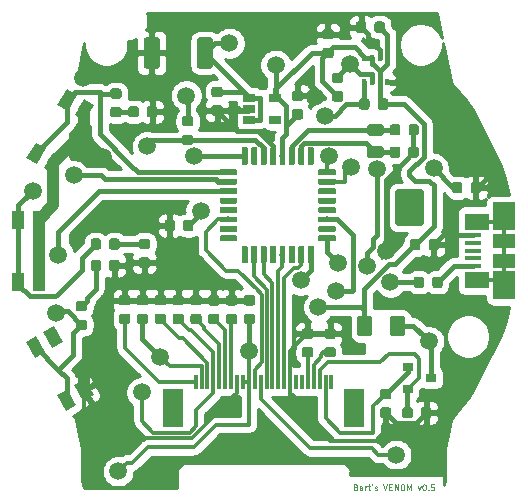
<source format=gbr>
G04 #@! TF.GenerationSoftware,KiCad,Pcbnew,5.1.4-1.fc30*
G04 #@! TF.CreationDate,2020-03-29T15:47:08+02:00*
G04 #@! TF.ProjectId,venom,76656e6f-6d2e-46b6-9963-61645f706362,rev?*
G04 #@! TF.SameCoordinates,Original*
G04 #@! TF.FileFunction,Copper,L1,Top*
G04 #@! TF.FilePolarity,Positive*
%FSLAX46Y46*%
G04 Gerber Fmt 4.6, Leading zero omitted, Abs format (unit mm)*
G04 Created by KiCad (PCBNEW 5.1.4-1.fc30) date 2020-03-29 15:47:08*
%MOMM*%
%LPD*%
G04 APERTURE LIST*
%ADD10C,0.125000*%
%ADD11C,1.000000*%
%ADD12C,0.100000*%
%ADD13R,1.800000X3.200000*%
%ADD14R,0.300000X1.300000*%
%ADD15C,1.350000*%
%ADD16C,0.875000*%
%ADD17R,0.900000X0.800000*%
%ADD18R,1.000000X1.550000*%
%ADD19R,0.350000X0.500000*%
%ADD20R,1.060000X0.650000*%
%ADD21C,0.975000*%
%ADD22R,1.380000X0.450000*%
%ADD23R,2.100000X1.475000*%
%ADD24R,1.900000X2.375000*%
%ADD25R,1.900000X1.175000*%
%ADD26C,0.500000*%
%ADD27C,2.410000*%
%ADD28C,1.250000*%
%ADD29C,1.500000*%
%ADD30C,0.400000*%
%ADD31C,0.300000*%
%ADD32C,1.000000*%
%ADD33C,0.250000*%
%ADD34C,0.254000*%
G04 APERTURE END LIST*
D10*
X167323809Y-138804285D02*
X167395238Y-138828095D01*
X167419047Y-138851904D01*
X167442857Y-138899523D01*
X167442857Y-138970952D01*
X167419047Y-139018571D01*
X167395238Y-139042380D01*
X167347619Y-139066190D01*
X167157142Y-139066190D01*
X167157142Y-138566190D01*
X167323809Y-138566190D01*
X167371428Y-138590000D01*
X167395238Y-138613809D01*
X167419047Y-138661428D01*
X167419047Y-138709047D01*
X167395238Y-138756666D01*
X167371428Y-138780476D01*
X167323809Y-138804285D01*
X167157142Y-138804285D01*
X167871428Y-139066190D02*
X167871428Y-138804285D01*
X167847619Y-138756666D01*
X167800000Y-138732857D01*
X167704761Y-138732857D01*
X167657142Y-138756666D01*
X167871428Y-139042380D02*
X167823809Y-139066190D01*
X167704761Y-139066190D01*
X167657142Y-139042380D01*
X167633333Y-138994761D01*
X167633333Y-138947142D01*
X167657142Y-138899523D01*
X167704761Y-138875714D01*
X167823809Y-138875714D01*
X167871428Y-138851904D01*
X168109523Y-139066190D02*
X168109523Y-138732857D01*
X168109523Y-138828095D02*
X168133333Y-138780476D01*
X168157142Y-138756666D01*
X168204761Y-138732857D01*
X168252380Y-138732857D01*
X168347619Y-138732857D02*
X168538095Y-138732857D01*
X168419047Y-138566190D02*
X168419047Y-138994761D01*
X168442857Y-139042380D01*
X168490476Y-139066190D01*
X168538095Y-139066190D01*
X168728571Y-138566190D02*
X168680952Y-138661428D01*
X168919047Y-139042380D02*
X168966666Y-139066190D01*
X169061904Y-139066190D01*
X169109523Y-139042380D01*
X169133333Y-138994761D01*
X169133333Y-138970952D01*
X169109523Y-138923333D01*
X169061904Y-138899523D01*
X168990476Y-138899523D01*
X168942857Y-138875714D01*
X168919047Y-138828095D01*
X168919047Y-138804285D01*
X168942857Y-138756666D01*
X168990476Y-138732857D01*
X169061904Y-138732857D01*
X169109523Y-138756666D01*
X169657142Y-138566190D02*
X169823809Y-139066190D01*
X169990476Y-138566190D01*
X170157142Y-138804285D02*
X170323809Y-138804285D01*
X170395238Y-139066190D02*
X170157142Y-139066190D01*
X170157142Y-138566190D01*
X170395238Y-138566190D01*
X170609523Y-139066190D02*
X170609523Y-138566190D01*
X170895238Y-139066190D01*
X170895238Y-138566190D01*
X171228571Y-138566190D02*
X171323809Y-138566190D01*
X171371428Y-138590000D01*
X171419047Y-138637619D01*
X171442857Y-138732857D01*
X171442857Y-138899523D01*
X171419047Y-138994761D01*
X171371428Y-139042380D01*
X171323809Y-139066190D01*
X171228571Y-139066190D01*
X171180952Y-139042380D01*
X171133333Y-138994761D01*
X171109523Y-138899523D01*
X171109523Y-138732857D01*
X171133333Y-138637619D01*
X171180952Y-138590000D01*
X171228571Y-138566190D01*
X171657142Y-139066190D02*
X171657142Y-138566190D01*
X171823809Y-138923333D01*
X171990476Y-138566190D01*
X171990476Y-139066190D01*
X172561904Y-138732857D02*
X172680952Y-139066190D01*
X172800000Y-138732857D01*
X173085714Y-138566190D02*
X173133333Y-138566190D01*
X173180952Y-138590000D01*
X173204761Y-138613809D01*
X173228571Y-138661428D01*
X173252380Y-138756666D01*
X173252380Y-138875714D01*
X173228571Y-138970952D01*
X173204761Y-139018571D01*
X173180952Y-139042380D01*
X173133333Y-139066190D01*
X173085714Y-139066190D01*
X173038095Y-139042380D01*
X173014285Y-139018571D01*
X172990476Y-138970952D01*
X172966666Y-138875714D01*
X172966666Y-138756666D01*
X172990476Y-138661428D01*
X173014285Y-138613809D01*
X173038095Y-138590000D01*
X173085714Y-138566190D01*
X173466666Y-139018571D02*
X173490476Y-139042380D01*
X173466666Y-139066190D01*
X173442857Y-139042380D01*
X173466666Y-139018571D01*
X173466666Y-139066190D01*
X173942857Y-138566190D02*
X173704761Y-138566190D01*
X173680952Y-138804285D01*
X173704761Y-138780476D01*
X173752380Y-138756666D01*
X173871428Y-138756666D01*
X173919047Y-138780476D01*
X173942857Y-138804285D01*
X173966666Y-138851904D01*
X173966666Y-138970952D01*
X173942857Y-139018571D01*
X173919047Y-139042380D01*
X173871428Y-139066190D01*
X173752380Y-139066190D01*
X173704761Y-139042380D01*
X173680952Y-139018571D01*
D11*
X141683622Y-126061683D03*
D12*
G36*
X140863109Y-125640513D02*
G01*
X141729135Y-125140513D01*
X142504135Y-126482853D01*
X141638109Y-126982853D01*
X140863109Y-125640513D01*
X140863109Y-125640513D01*
G37*
D11*
X144308622Y-130608317D03*
D12*
G36*
X143488109Y-130187147D02*
G01*
X144354135Y-129687147D01*
X145129135Y-131029487D01*
X144263109Y-131529487D01*
X143488109Y-130187147D01*
X143488109Y-130187147D01*
G37*
D11*
X142836378Y-131458317D03*
D12*
G36*
X142015865Y-131037147D02*
G01*
X142881891Y-130537147D01*
X143656891Y-131879487D01*
X142790865Y-132379487D01*
X142015865Y-131037147D01*
X142015865Y-131037147D01*
G37*
D11*
X140211378Y-126911683D03*
D12*
G36*
X139390865Y-126490513D02*
G01*
X140256891Y-125990513D01*
X141031891Y-127332853D01*
X140165865Y-127832853D01*
X139390865Y-126490513D01*
X139390865Y-126490513D01*
G37*
D13*
X167160000Y-132091000D03*
X151860000Y-132091000D03*
D14*
X153760000Y-129860000D03*
X154260000Y-129860000D03*
X154760000Y-129860000D03*
X155260000Y-129860000D03*
X155760000Y-129860000D03*
X156260000Y-129860000D03*
X156760000Y-129860000D03*
X157260000Y-129860000D03*
X157760000Y-129860000D03*
X158260000Y-129860000D03*
X158760000Y-129860000D03*
X159260000Y-129860000D03*
X159760000Y-129860000D03*
X160260000Y-129860000D03*
X160760000Y-129860000D03*
X161260000Y-129860000D03*
X161760000Y-129860000D03*
X162260000Y-129860000D03*
X162760000Y-129860000D03*
X163260000Y-129860000D03*
X163760000Y-129860000D03*
X164260000Y-129860000D03*
X164760000Y-129860000D03*
X165260000Y-129860000D03*
D12*
G36*
X154989505Y-100716204D02*
G01*
X155013773Y-100719804D01*
X155037572Y-100725765D01*
X155060671Y-100734030D01*
X155082850Y-100744520D01*
X155103893Y-100757132D01*
X155123599Y-100771747D01*
X155141777Y-100788223D01*
X155158253Y-100806401D01*
X155172868Y-100826107D01*
X155185480Y-100847150D01*
X155195970Y-100869329D01*
X155204235Y-100892428D01*
X155210196Y-100916227D01*
X155213796Y-100940495D01*
X155215000Y-100964999D01*
X155215000Y-103115001D01*
X155213796Y-103139505D01*
X155210196Y-103163773D01*
X155204235Y-103187572D01*
X155195970Y-103210671D01*
X155185480Y-103232850D01*
X155172868Y-103253893D01*
X155158253Y-103273599D01*
X155141777Y-103291777D01*
X155123599Y-103308253D01*
X155103893Y-103322868D01*
X155082850Y-103335480D01*
X155060671Y-103345970D01*
X155037572Y-103354235D01*
X155013773Y-103360196D01*
X154989505Y-103363796D01*
X154965001Y-103365000D01*
X154114999Y-103365000D01*
X154090495Y-103363796D01*
X154066227Y-103360196D01*
X154042428Y-103354235D01*
X154019329Y-103345970D01*
X153997150Y-103335480D01*
X153976107Y-103322868D01*
X153956401Y-103308253D01*
X153938223Y-103291777D01*
X153921747Y-103273599D01*
X153907132Y-103253893D01*
X153894520Y-103232850D01*
X153884030Y-103210671D01*
X153875765Y-103187572D01*
X153869804Y-103163773D01*
X153866204Y-103139505D01*
X153865000Y-103115001D01*
X153865000Y-100964999D01*
X153866204Y-100940495D01*
X153869804Y-100916227D01*
X153875765Y-100892428D01*
X153884030Y-100869329D01*
X153894520Y-100847150D01*
X153907132Y-100826107D01*
X153921747Y-100806401D01*
X153938223Y-100788223D01*
X153956401Y-100771747D01*
X153976107Y-100757132D01*
X153997150Y-100744520D01*
X154019329Y-100734030D01*
X154042428Y-100725765D01*
X154066227Y-100719804D01*
X154090495Y-100716204D01*
X154114999Y-100715000D01*
X154965001Y-100715000D01*
X154989505Y-100716204D01*
X154989505Y-100716204D01*
G37*
D15*
X154540000Y-102040000D03*
D12*
G36*
X150489505Y-100716204D02*
G01*
X150513773Y-100719804D01*
X150537572Y-100725765D01*
X150560671Y-100734030D01*
X150582850Y-100744520D01*
X150603893Y-100757132D01*
X150623599Y-100771747D01*
X150641777Y-100788223D01*
X150658253Y-100806401D01*
X150672868Y-100826107D01*
X150685480Y-100847150D01*
X150695970Y-100869329D01*
X150704235Y-100892428D01*
X150710196Y-100916227D01*
X150713796Y-100940495D01*
X150715000Y-100964999D01*
X150715000Y-103115001D01*
X150713796Y-103139505D01*
X150710196Y-103163773D01*
X150704235Y-103187572D01*
X150695970Y-103210671D01*
X150685480Y-103232850D01*
X150672868Y-103253893D01*
X150658253Y-103273599D01*
X150641777Y-103291777D01*
X150623599Y-103308253D01*
X150603893Y-103322868D01*
X150582850Y-103335480D01*
X150560671Y-103345970D01*
X150537572Y-103354235D01*
X150513773Y-103360196D01*
X150489505Y-103363796D01*
X150465001Y-103365000D01*
X149614999Y-103365000D01*
X149590495Y-103363796D01*
X149566227Y-103360196D01*
X149542428Y-103354235D01*
X149519329Y-103345970D01*
X149497150Y-103335480D01*
X149476107Y-103322868D01*
X149456401Y-103308253D01*
X149438223Y-103291777D01*
X149421747Y-103273599D01*
X149407132Y-103253893D01*
X149394520Y-103232850D01*
X149384030Y-103210671D01*
X149375765Y-103187572D01*
X149369804Y-103163773D01*
X149366204Y-103139505D01*
X149365000Y-103115001D01*
X149365000Y-100964999D01*
X149366204Y-100940495D01*
X149369804Y-100916227D01*
X149375765Y-100892428D01*
X149384030Y-100869329D01*
X149394520Y-100847150D01*
X149407132Y-100826107D01*
X149421747Y-100806401D01*
X149438223Y-100788223D01*
X149456401Y-100771747D01*
X149476107Y-100757132D01*
X149497150Y-100744520D01*
X149519329Y-100734030D01*
X149542428Y-100725765D01*
X149566227Y-100719804D01*
X149590495Y-100716204D01*
X149614999Y-100715000D01*
X150465001Y-100715000D01*
X150489505Y-100716204D01*
X150489505Y-100716204D01*
G37*
D15*
X150040000Y-102040000D03*
D12*
G36*
X168002691Y-99376053D02*
G01*
X168023926Y-99379203D01*
X168044750Y-99384419D01*
X168064962Y-99391651D01*
X168084368Y-99400830D01*
X168102781Y-99411866D01*
X168120024Y-99424654D01*
X168135930Y-99439070D01*
X168150346Y-99454976D01*
X168163134Y-99472219D01*
X168174170Y-99490632D01*
X168183349Y-99510038D01*
X168190581Y-99530250D01*
X168195797Y-99551074D01*
X168198947Y-99572309D01*
X168200000Y-99593750D01*
X168200000Y-100106250D01*
X168198947Y-100127691D01*
X168195797Y-100148926D01*
X168190581Y-100169750D01*
X168183349Y-100189962D01*
X168174170Y-100209368D01*
X168163134Y-100227781D01*
X168150346Y-100245024D01*
X168135930Y-100260930D01*
X168120024Y-100275346D01*
X168102781Y-100288134D01*
X168084368Y-100299170D01*
X168064962Y-100308349D01*
X168044750Y-100315581D01*
X168023926Y-100320797D01*
X168002691Y-100323947D01*
X167981250Y-100325000D01*
X167543750Y-100325000D01*
X167522309Y-100323947D01*
X167501074Y-100320797D01*
X167480250Y-100315581D01*
X167460038Y-100308349D01*
X167440632Y-100299170D01*
X167422219Y-100288134D01*
X167404976Y-100275346D01*
X167389070Y-100260930D01*
X167374654Y-100245024D01*
X167361866Y-100227781D01*
X167350830Y-100209368D01*
X167341651Y-100189962D01*
X167334419Y-100169750D01*
X167329203Y-100148926D01*
X167326053Y-100127691D01*
X167325000Y-100106250D01*
X167325000Y-99593750D01*
X167326053Y-99572309D01*
X167329203Y-99551074D01*
X167334419Y-99530250D01*
X167341651Y-99510038D01*
X167350830Y-99490632D01*
X167361866Y-99472219D01*
X167374654Y-99454976D01*
X167389070Y-99439070D01*
X167404976Y-99424654D01*
X167422219Y-99411866D01*
X167440632Y-99400830D01*
X167460038Y-99391651D01*
X167480250Y-99384419D01*
X167501074Y-99379203D01*
X167522309Y-99376053D01*
X167543750Y-99375000D01*
X167981250Y-99375000D01*
X168002691Y-99376053D01*
X168002691Y-99376053D01*
G37*
D16*
X167762500Y-99850000D03*
D12*
G36*
X169577691Y-99376053D02*
G01*
X169598926Y-99379203D01*
X169619750Y-99384419D01*
X169639962Y-99391651D01*
X169659368Y-99400830D01*
X169677781Y-99411866D01*
X169695024Y-99424654D01*
X169710930Y-99439070D01*
X169725346Y-99454976D01*
X169738134Y-99472219D01*
X169749170Y-99490632D01*
X169758349Y-99510038D01*
X169765581Y-99530250D01*
X169770797Y-99551074D01*
X169773947Y-99572309D01*
X169775000Y-99593750D01*
X169775000Y-100106250D01*
X169773947Y-100127691D01*
X169770797Y-100148926D01*
X169765581Y-100169750D01*
X169758349Y-100189962D01*
X169749170Y-100209368D01*
X169738134Y-100227781D01*
X169725346Y-100245024D01*
X169710930Y-100260930D01*
X169695024Y-100275346D01*
X169677781Y-100288134D01*
X169659368Y-100299170D01*
X169639962Y-100308349D01*
X169619750Y-100315581D01*
X169598926Y-100320797D01*
X169577691Y-100323947D01*
X169556250Y-100325000D01*
X169118750Y-100325000D01*
X169097309Y-100323947D01*
X169076074Y-100320797D01*
X169055250Y-100315581D01*
X169035038Y-100308349D01*
X169015632Y-100299170D01*
X168997219Y-100288134D01*
X168979976Y-100275346D01*
X168964070Y-100260930D01*
X168949654Y-100245024D01*
X168936866Y-100227781D01*
X168925830Y-100209368D01*
X168916651Y-100189962D01*
X168909419Y-100169750D01*
X168904203Y-100148926D01*
X168901053Y-100127691D01*
X168900000Y-100106250D01*
X168900000Y-99593750D01*
X168901053Y-99572309D01*
X168904203Y-99551074D01*
X168909419Y-99530250D01*
X168916651Y-99510038D01*
X168925830Y-99490632D01*
X168936866Y-99472219D01*
X168949654Y-99454976D01*
X168964070Y-99439070D01*
X168979976Y-99424654D01*
X168997219Y-99411866D01*
X169015632Y-99400830D01*
X169035038Y-99391651D01*
X169055250Y-99384419D01*
X169076074Y-99379203D01*
X169097309Y-99376053D01*
X169118750Y-99375000D01*
X169556250Y-99375000D01*
X169577691Y-99376053D01*
X169577691Y-99376053D01*
G37*
D16*
X169337500Y-99850000D03*
D12*
G36*
X165237691Y-101601053D02*
G01*
X165258926Y-101604203D01*
X165279750Y-101609419D01*
X165299962Y-101616651D01*
X165319368Y-101625830D01*
X165337781Y-101636866D01*
X165355024Y-101649654D01*
X165370930Y-101664070D01*
X165385346Y-101679976D01*
X165398134Y-101697219D01*
X165409170Y-101715632D01*
X165418349Y-101735038D01*
X165425581Y-101755250D01*
X165430797Y-101776074D01*
X165433947Y-101797309D01*
X165435000Y-101818750D01*
X165435000Y-102256250D01*
X165433947Y-102277691D01*
X165430797Y-102298926D01*
X165425581Y-102319750D01*
X165418349Y-102339962D01*
X165409170Y-102359368D01*
X165398134Y-102377781D01*
X165385346Y-102395024D01*
X165370930Y-102410930D01*
X165355024Y-102425346D01*
X165337781Y-102438134D01*
X165319368Y-102449170D01*
X165299962Y-102458349D01*
X165279750Y-102465581D01*
X165258926Y-102470797D01*
X165237691Y-102473947D01*
X165216250Y-102475000D01*
X164703750Y-102475000D01*
X164682309Y-102473947D01*
X164661074Y-102470797D01*
X164640250Y-102465581D01*
X164620038Y-102458349D01*
X164600632Y-102449170D01*
X164582219Y-102438134D01*
X164564976Y-102425346D01*
X164549070Y-102410930D01*
X164534654Y-102395024D01*
X164521866Y-102377781D01*
X164510830Y-102359368D01*
X164501651Y-102339962D01*
X164494419Y-102319750D01*
X164489203Y-102298926D01*
X164486053Y-102277691D01*
X164485000Y-102256250D01*
X164485000Y-101818750D01*
X164486053Y-101797309D01*
X164489203Y-101776074D01*
X164494419Y-101755250D01*
X164501651Y-101735038D01*
X164510830Y-101715632D01*
X164521866Y-101697219D01*
X164534654Y-101679976D01*
X164549070Y-101664070D01*
X164564976Y-101649654D01*
X164582219Y-101636866D01*
X164600632Y-101625830D01*
X164620038Y-101616651D01*
X164640250Y-101609419D01*
X164661074Y-101604203D01*
X164682309Y-101601053D01*
X164703750Y-101600000D01*
X165216250Y-101600000D01*
X165237691Y-101601053D01*
X165237691Y-101601053D01*
G37*
D16*
X164960000Y-102037500D03*
D12*
G36*
X165237691Y-100026053D02*
G01*
X165258926Y-100029203D01*
X165279750Y-100034419D01*
X165299962Y-100041651D01*
X165319368Y-100050830D01*
X165337781Y-100061866D01*
X165355024Y-100074654D01*
X165370930Y-100089070D01*
X165385346Y-100104976D01*
X165398134Y-100122219D01*
X165409170Y-100140632D01*
X165418349Y-100160038D01*
X165425581Y-100180250D01*
X165430797Y-100201074D01*
X165433947Y-100222309D01*
X165435000Y-100243750D01*
X165435000Y-100681250D01*
X165433947Y-100702691D01*
X165430797Y-100723926D01*
X165425581Y-100744750D01*
X165418349Y-100764962D01*
X165409170Y-100784368D01*
X165398134Y-100802781D01*
X165385346Y-100820024D01*
X165370930Y-100835930D01*
X165355024Y-100850346D01*
X165337781Y-100863134D01*
X165319368Y-100874170D01*
X165299962Y-100883349D01*
X165279750Y-100890581D01*
X165258926Y-100895797D01*
X165237691Y-100898947D01*
X165216250Y-100900000D01*
X164703750Y-100900000D01*
X164682309Y-100898947D01*
X164661074Y-100895797D01*
X164640250Y-100890581D01*
X164620038Y-100883349D01*
X164600632Y-100874170D01*
X164582219Y-100863134D01*
X164564976Y-100850346D01*
X164549070Y-100835930D01*
X164534654Y-100820024D01*
X164521866Y-100802781D01*
X164510830Y-100784368D01*
X164501651Y-100764962D01*
X164494419Y-100744750D01*
X164489203Y-100723926D01*
X164486053Y-100702691D01*
X164485000Y-100681250D01*
X164485000Y-100243750D01*
X164486053Y-100222309D01*
X164489203Y-100201074D01*
X164494419Y-100180250D01*
X164501651Y-100160038D01*
X164510830Y-100140632D01*
X164521866Y-100122219D01*
X164534654Y-100104976D01*
X164549070Y-100089070D01*
X164564976Y-100074654D01*
X164582219Y-100061866D01*
X164600632Y-100050830D01*
X164620038Y-100041651D01*
X164640250Y-100034419D01*
X164661074Y-100029203D01*
X164682309Y-100026053D01*
X164703750Y-100025000D01*
X165216250Y-100025000D01*
X165237691Y-100026053D01*
X165237691Y-100026053D01*
G37*
D16*
X164960000Y-100462500D03*
D12*
G36*
X170872691Y-109966053D02*
G01*
X170893926Y-109969203D01*
X170914750Y-109974419D01*
X170934962Y-109981651D01*
X170954368Y-109990830D01*
X170972781Y-110001866D01*
X170990024Y-110014654D01*
X171005930Y-110029070D01*
X171020346Y-110044976D01*
X171033134Y-110062219D01*
X171044170Y-110080632D01*
X171053349Y-110100038D01*
X171060581Y-110120250D01*
X171065797Y-110141074D01*
X171068947Y-110162309D01*
X171070000Y-110183750D01*
X171070000Y-110696250D01*
X171068947Y-110717691D01*
X171065797Y-110738926D01*
X171060581Y-110759750D01*
X171053349Y-110779962D01*
X171044170Y-110799368D01*
X171033134Y-110817781D01*
X171020346Y-110835024D01*
X171005930Y-110850930D01*
X170990024Y-110865346D01*
X170972781Y-110878134D01*
X170954368Y-110889170D01*
X170934962Y-110898349D01*
X170914750Y-110905581D01*
X170893926Y-110910797D01*
X170872691Y-110913947D01*
X170851250Y-110915000D01*
X170413750Y-110915000D01*
X170392309Y-110913947D01*
X170371074Y-110910797D01*
X170350250Y-110905581D01*
X170330038Y-110898349D01*
X170310632Y-110889170D01*
X170292219Y-110878134D01*
X170274976Y-110865346D01*
X170259070Y-110850930D01*
X170244654Y-110835024D01*
X170231866Y-110817781D01*
X170220830Y-110799368D01*
X170211651Y-110779962D01*
X170204419Y-110759750D01*
X170199203Y-110738926D01*
X170196053Y-110717691D01*
X170195000Y-110696250D01*
X170195000Y-110183750D01*
X170196053Y-110162309D01*
X170199203Y-110141074D01*
X170204419Y-110120250D01*
X170211651Y-110100038D01*
X170220830Y-110080632D01*
X170231866Y-110062219D01*
X170244654Y-110044976D01*
X170259070Y-110029070D01*
X170274976Y-110014654D01*
X170292219Y-110001866D01*
X170310632Y-109990830D01*
X170330038Y-109981651D01*
X170350250Y-109974419D01*
X170371074Y-109969203D01*
X170392309Y-109966053D01*
X170413750Y-109965000D01*
X170851250Y-109965000D01*
X170872691Y-109966053D01*
X170872691Y-109966053D01*
G37*
D16*
X170632500Y-110440000D03*
D12*
G36*
X172447691Y-109966053D02*
G01*
X172468926Y-109969203D01*
X172489750Y-109974419D01*
X172509962Y-109981651D01*
X172529368Y-109990830D01*
X172547781Y-110001866D01*
X172565024Y-110014654D01*
X172580930Y-110029070D01*
X172595346Y-110044976D01*
X172608134Y-110062219D01*
X172619170Y-110080632D01*
X172628349Y-110100038D01*
X172635581Y-110120250D01*
X172640797Y-110141074D01*
X172643947Y-110162309D01*
X172645000Y-110183750D01*
X172645000Y-110696250D01*
X172643947Y-110717691D01*
X172640797Y-110738926D01*
X172635581Y-110759750D01*
X172628349Y-110779962D01*
X172619170Y-110799368D01*
X172608134Y-110817781D01*
X172595346Y-110835024D01*
X172580930Y-110850930D01*
X172565024Y-110865346D01*
X172547781Y-110878134D01*
X172529368Y-110889170D01*
X172509962Y-110898349D01*
X172489750Y-110905581D01*
X172468926Y-110910797D01*
X172447691Y-110913947D01*
X172426250Y-110915000D01*
X171988750Y-110915000D01*
X171967309Y-110913947D01*
X171946074Y-110910797D01*
X171925250Y-110905581D01*
X171905038Y-110898349D01*
X171885632Y-110889170D01*
X171867219Y-110878134D01*
X171849976Y-110865346D01*
X171834070Y-110850930D01*
X171819654Y-110835024D01*
X171806866Y-110817781D01*
X171795830Y-110799368D01*
X171786651Y-110779962D01*
X171779419Y-110759750D01*
X171774203Y-110738926D01*
X171771053Y-110717691D01*
X171770000Y-110696250D01*
X171770000Y-110183750D01*
X171771053Y-110162309D01*
X171774203Y-110141074D01*
X171779419Y-110120250D01*
X171786651Y-110100038D01*
X171795830Y-110080632D01*
X171806866Y-110062219D01*
X171819654Y-110044976D01*
X171834070Y-110029070D01*
X171849976Y-110014654D01*
X171867219Y-110001866D01*
X171885632Y-109990830D01*
X171905038Y-109981651D01*
X171925250Y-109974419D01*
X171946074Y-109969203D01*
X171967309Y-109966053D01*
X171988750Y-109965000D01*
X172426250Y-109965000D01*
X172447691Y-109966053D01*
X172447691Y-109966053D01*
G37*
D16*
X172207500Y-110440000D03*
D12*
G36*
X172467691Y-108076053D02*
G01*
X172488926Y-108079203D01*
X172509750Y-108084419D01*
X172529962Y-108091651D01*
X172549368Y-108100830D01*
X172567781Y-108111866D01*
X172585024Y-108124654D01*
X172600930Y-108139070D01*
X172615346Y-108154976D01*
X172628134Y-108172219D01*
X172639170Y-108190632D01*
X172648349Y-108210038D01*
X172655581Y-108230250D01*
X172660797Y-108251074D01*
X172663947Y-108272309D01*
X172665000Y-108293750D01*
X172665000Y-108806250D01*
X172663947Y-108827691D01*
X172660797Y-108848926D01*
X172655581Y-108869750D01*
X172648349Y-108889962D01*
X172639170Y-108909368D01*
X172628134Y-108927781D01*
X172615346Y-108945024D01*
X172600930Y-108960930D01*
X172585024Y-108975346D01*
X172567781Y-108988134D01*
X172549368Y-108999170D01*
X172529962Y-109008349D01*
X172509750Y-109015581D01*
X172488926Y-109020797D01*
X172467691Y-109023947D01*
X172446250Y-109025000D01*
X172008750Y-109025000D01*
X171987309Y-109023947D01*
X171966074Y-109020797D01*
X171945250Y-109015581D01*
X171925038Y-109008349D01*
X171905632Y-108999170D01*
X171887219Y-108988134D01*
X171869976Y-108975346D01*
X171854070Y-108960930D01*
X171839654Y-108945024D01*
X171826866Y-108927781D01*
X171815830Y-108909368D01*
X171806651Y-108889962D01*
X171799419Y-108869750D01*
X171794203Y-108848926D01*
X171791053Y-108827691D01*
X171790000Y-108806250D01*
X171790000Y-108293750D01*
X171791053Y-108272309D01*
X171794203Y-108251074D01*
X171799419Y-108230250D01*
X171806651Y-108210038D01*
X171815830Y-108190632D01*
X171826866Y-108172219D01*
X171839654Y-108154976D01*
X171854070Y-108139070D01*
X171869976Y-108124654D01*
X171887219Y-108111866D01*
X171905632Y-108100830D01*
X171925038Y-108091651D01*
X171945250Y-108084419D01*
X171966074Y-108079203D01*
X171987309Y-108076053D01*
X172008750Y-108075000D01*
X172446250Y-108075000D01*
X172467691Y-108076053D01*
X172467691Y-108076053D01*
G37*
D16*
X172227500Y-108550000D03*
D12*
G36*
X170892691Y-108076053D02*
G01*
X170913926Y-108079203D01*
X170934750Y-108084419D01*
X170954962Y-108091651D01*
X170974368Y-108100830D01*
X170992781Y-108111866D01*
X171010024Y-108124654D01*
X171025930Y-108139070D01*
X171040346Y-108154976D01*
X171053134Y-108172219D01*
X171064170Y-108190632D01*
X171073349Y-108210038D01*
X171080581Y-108230250D01*
X171085797Y-108251074D01*
X171088947Y-108272309D01*
X171090000Y-108293750D01*
X171090000Y-108806250D01*
X171088947Y-108827691D01*
X171085797Y-108848926D01*
X171080581Y-108869750D01*
X171073349Y-108889962D01*
X171064170Y-108909368D01*
X171053134Y-108927781D01*
X171040346Y-108945024D01*
X171025930Y-108960930D01*
X171010024Y-108975346D01*
X170992781Y-108988134D01*
X170974368Y-108999170D01*
X170954962Y-109008349D01*
X170934750Y-109015581D01*
X170913926Y-109020797D01*
X170892691Y-109023947D01*
X170871250Y-109025000D01*
X170433750Y-109025000D01*
X170412309Y-109023947D01*
X170391074Y-109020797D01*
X170370250Y-109015581D01*
X170350038Y-109008349D01*
X170330632Y-108999170D01*
X170312219Y-108988134D01*
X170294976Y-108975346D01*
X170279070Y-108960930D01*
X170264654Y-108945024D01*
X170251866Y-108927781D01*
X170240830Y-108909368D01*
X170231651Y-108889962D01*
X170224419Y-108869750D01*
X170219203Y-108848926D01*
X170216053Y-108827691D01*
X170215000Y-108806250D01*
X170215000Y-108293750D01*
X170216053Y-108272309D01*
X170219203Y-108251074D01*
X170224419Y-108230250D01*
X170231651Y-108210038D01*
X170240830Y-108190632D01*
X170251866Y-108172219D01*
X170264654Y-108154976D01*
X170279070Y-108139070D01*
X170294976Y-108124654D01*
X170312219Y-108111866D01*
X170330632Y-108100830D01*
X170350038Y-108091651D01*
X170370250Y-108084419D01*
X170391074Y-108079203D01*
X170412309Y-108076053D01*
X170433750Y-108075000D01*
X170871250Y-108075000D01*
X170892691Y-108076053D01*
X170892691Y-108076053D01*
G37*
D16*
X170652500Y-108550000D03*
D12*
G36*
X174157691Y-117806053D02*
G01*
X174178926Y-117809203D01*
X174199750Y-117814419D01*
X174219962Y-117821651D01*
X174239368Y-117830830D01*
X174257781Y-117841866D01*
X174275024Y-117854654D01*
X174290930Y-117869070D01*
X174305346Y-117884976D01*
X174318134Y-117902219D01*
X174329170Y-117920632D01*
X174338349Y-117940038D01*
X174345581Y-117960250D01*
X174350797Y-117981074D01*
X174353947Y-118002309D01*
X174355000Y-118023750D01*
X174355000Y-118536250D01*
X174353947Y-118557691D01*
X174350797Y-118578926D01*
X174345581Y-118599750D01*
X174338349Y-118619962D01*
X174329170Y-118639368D01*
X174318134Y-118657781D01*
X174305346Y-118675024D01*
X174290930Y-118690930D01*
X174275024Y-118705346D01*
X174257781Y-118718134D01*
X174239368Y-118729170D01*
X174219962Y-118738349D01*
X174199750Y-118745581D01*
X174178926Y-118750797D01*
X174157691Y-118753947D01*
X174136250Y-118755000D01*
X173698750Y-118755000D01*
X173677309Y-118753947D01*
X173656074Y-118750797D01*
X173635250Y-118745581D01*
X173615038Y-118738349D01*
X173595632Y-118729170D01*
X173577219Y-118718134D01*
X173559976Y-118705346D01*
X173544070Y-118690930D01*
X173529654Y-118675024D01*
X173516866Y-118657781D01*
X173505830Y-118639368D01*
X173496651Y-118619962D01*
X173489419Y-118599750D01*
X173484203Y-118578926D01*
X173481053Y-118557691D01*
X173480000Y-118536250D01*
X173480000Y-118023750D01*
X173481053Y-118002309D01*
X173484203Y-117981074D01*
X173489419Y-117960250D01*
X173496651Y-117940038D01*
X173505830Y-117920632D01*
X173516866Y-117902219D01*
X173529654Y-117884976D01*
X173544070Y-117869070D01*
X173559976Y-117854654D01*
X173577219Y-117841866D01*
X173595632Y-117830830D01*
X173615038Y-117821651D01*
X173635250Y-117814419D01*
X173656074Y-117809203D01*
X173677309Y-117806053D01*
X173698750Y-117805000D01*
X174136250Y-117805000D01*
X174157691Y-117806053D01*
X174157691Y-117806053D01*
G37*
D16*
X173917500Y-118280000D03*
D12*
G36*
X172582691Y-117806053D02*
G01*
X172603926Y-117809203D01*
X172624750Y-117814419D01*
X172644962Y-117821651D01*
X172664368Y-117830830D01*
X172682781Y-117841866D01*
X172700024Y-117854654D01*
X172715930Y-117869070D01*
X172730346Y-117884976D01*
X172743134Y-117902219D01*
X172754170Y-117920632D01*
X172763349Y-117940038D01*
X172770581Y-117960250D01*
X172775797Y-117981074D01*
X172778947Y-118002309D01*
X172780000Y-118023750D01*
X172780000Y-118536250D01*
X172778947Y-118557691D01*
X172775797Y-118578926D01*
X172770581Y-118599750D01*
X172763349Y-118619962D01*
X172754170Y-118639368D01*
X172743134Y-118657781D01*
X172730346Y-118675024D01*
X172715930Y-118690930D01*
X172700024Y-118705346D01*
X172682781Y-118718134D01*
X172664368Y-118729170D01*
X172644962Y-118738349D01*
X172624750Y-118745581D01*
X172603926Y-118750797D01*
X172582691Y-118753947D01*
X172561250Y-118755000D01*
X172123750Y-118755000D01*
X172102309Y-118753947D01*
X172081074Y-118750797D01*
X172060250Y-118745581D01*
X172040038Y-118738349D01*
X172020632Y-118729170D01*
X172002219Y-118718134D01*
X171984976Y-118705346D01*
X171969070Y-118690930D01*
X171954654Y-118675024D01*
X171941866Y-118657781D01*
X171930830Y-118639368D01*
X171921651Y-118619962D01*
X171914419Y-118599750D01*
X171909203Y-118578926D01*
X171906053Y-118557691D01*
X171905000Y-118536250D01*
X171905000Y-118023750D01*
X171906053Y-118002309D01*
X171909203Y-117981074D01*
X171914419Y-117960250D01*
X171921651Y-117940038D01*
X171930830Y-117920632D01*
X171941866Y-117902219D01*
X171954654Y-117884976D01*
X171969070Y-117869070D01*
X171984976Y-117854654D01*
X172002219Y-117841866D01*
X172020632Y-117830830D01*
X172040038Y-117821651D01*
X172060250Y-117814419D01*
X172081074Y-117809203D01*
X172102309Y-117806053D01*
X172123750Y-117805000D01*
X172561250Y-117805000D01*
X172582691Y-117806053D01*
X172582691Y-117806053D01*
G37*
D16*
X172342500Y-118280000D03*
D12*
G36*
X165417691Y-126951053D02*
G01*
X165438926Y-126954203D01*
X165459750Y-126959419D01*
X165479962Y-126966651D01*
X165499368Y-126975830D01*
X165517781Y-126986866D01*
X165535024Y-126999654D01*
X165550930Y-127014070D01*
X165565346Y-127029976D01*
X165578134Y-127047219D01*
X165589170Y-127065632D01*
X165598349Y-127085038D01*
X165605581Y-127105250D01*
X165610797Y-127126074D01*
X165613947Y-127147309D01*
X165615000Y-127168750D01*
X165615000Y-127606250D01*
X165613947Y-127627691D01*
X165610797Y-127648926D01*
X165605581Y-127669750D01*
X165598349Y-127689962D01*
X165589170Y-127709368D01*
X165578134Y-127727781D01*
X165565346Y-127745024D01*
X165550930Y-127760930D01*
X165535024Y-127775346D01*
X165517781Y-127788134D01*
X165499368Y-127799170D01*
X165479962Y-127808349D01*
X165459750Y-127815581D01*
X165438926Y-127820797D01*
X165417691Y-127823947D01*
X165396250Y-127825000D01*
X164883750Y-127825000D01*
X164862309Y-127823947D01*
X164841074Y-127820797D01*
X164820250Y-127815581D01*
X164800038Y-127808349D01*
X164780632Y-127799170D01*
X164762219Y-127788134D01*
X164744976Y-127775346D01*
X164729070Y-127760930D01*
X164714654Y-127745024D01*
X164701866Y-127727781D01*
X164690830Y-127709368D01*
X164681651Y-127689962D01*
X164674419Y-127669750D01*
X164669203Y-127648926D01*
X164666053Y-127627691D01*
X164665000Y-127606250D01*
X164665000Y-127168750D01*
X164666053Y-127147309D01*
X164669203Y-127126074D01*
X164674419Y-127105250D01*
X164681651Y-127085038D01*
X164690830Y-127065632D01*
X164701866Y-127047219D01*
X164714654Y-127029976D01*
X164729070Y-127014070D01*
X164744976Y-126999654D01*
X164762219Y-126986866D01*
X164780632Y-126975830D01*
X164800038Y-126966651D01*
X164820250Y-126959419D01*
X164841074Y-126954203D01*
X164862309Y-126951053D01*
X164883750Y-126950000D01*
X165396250Y-126950000D01*
X165417691Y-126951053D01*
X165417691Y-126951053D01*
G37*
D16*
X165140000Y-127387500D03*
D12*
G36*
X165417691Y-125376053D02*
G01*
X165438926Y-125379203D01*
X165459750Y-125384419D01*
X165479962Y-125391651D01*
X165499368Y-125400830D01*
X165517781Y-125411866D01*
X165535024Y-125424654D01*
X165550930Y-125439070D01*
X165565346Y-125454976D01*
X165578134Y-125472219D01*
X165589170Y-125490632D01*
X165598349Y-125510038D01*
X165605581Y-125530250D01*
X165610797Y-125551074D01*
X165613947Y-125572309D01*
X165615000Y-125593750D01*
X165615000Y-126031250D01*
X165613947Y-126052691D01*
X165610797Y-126073926D01*
X165605581Y-126094750D01*
X165598349Y-126114962D01*
X165589170Y-126134368D01*
X165578134Y-126152781D01*
X165565346Y-126170024D01*
X165550930Y-126185930D01*
X165535024Y-126200346D01*
X165517781Y-126213134D01*
X165499368Y-126224170D01*
X165479962Y-126233349D01*
X165459750Y-126240581D01*
X165438926Y-126245797D01*
X165417691Y-126248947D01*
X165396250Y-126250000D01*
X164883750Y-126250000D01*
X164862309Y-126248947D01*
X164841074Y-126245797D01*
X164820250Y-126240581D01*
X164800038Y-126233349D01*
X164780632Y-126224170D01*
X164762219Y-126213134D01*
X164744976Y-126200346D01*
X164729070Y-126185930D01*
X164714654Y-126170024D01*
X164701866Y-126152781D01*
X164690830Y-126134368D01*
X164681651Y-126114962D01*
X164674419Y-126094750D01*
X164669203Y-126073926D01*
X164666053Y-126052691D01*
X164665000Y-126031250D01*
X164665000Y-125593750D01*
X164666053Y-125572309D01*
X164669203Y-125551074D01*
X164674419Y-125530250D01*
X164681651Y-125510038D01*
X164690830Y-125490632D01*
X164701866Y-125472219D01*
X164714654Y-125454976D01*
X164729070Y-125439070D01*
X164744976Y-125424654D01*
X164762219Y-125411866D01*
X164780632Y-125400830D01*
X164800038Y-125391651D01*
X164820250Y-125384419D01*
X164841074Y-125379203D01*
X164862309Y-125376053D01*
X164883750Y-125375000D01*
X165396250Y-125375000D01*
X165417691Y-125376053D01*
X165417691Y-125376053D01*
G37*
D16*
X165140000Y-125812500D03*
D12*
G36*
X163507691Y-126931053D02*
G01*
X163528926Y-126934203D01*
X163549750Y-126939419D01*
X163569962Y-126946651D01*
X163589368Y-126955830D01*
X163607781Y-126966866D01*
X163625024Y-126979654D01*
X163640930Y-126994070D01*
X163655346Y-127009976D01*
X163668134Y-127027219D01*
X163679170Y-127045632D01*
X163688349Y-127065038D01*
X163695581Y-127085250D01*
X163700797Y-127106074D01*
X163703947Y-127127309D01*
X163705000Y-127148750D01*
X163705000Y-127586250D01*
X163703947Y-127607691D01*
X163700797Y-127628926D01*
X163695581Y-127649750D01*
X163688349Y-127669962D01*
X163679170Y-127689368D01*
X163668134Y-127707781D01*
X163655346Y-127725024D01*
X163640930Y-127740930D01*
X163625024Y-127755346D01*
X163607781Y-127768134D01*
X163589368Y-127779170D01*
X163569962Y-127788349D01*
X163549750Y-127795581D01*
X163528926Y-127800797D01*
X163507691Y-127803947D01*
X163486250Y-127805000D01*
X162973750Y-127805000D01*
X162952309Y-127803947D01*
X162931074Y-127800797D01*
X162910250Y-127795581D01*
X162890038Y-127788349D01*
X162870632Y-127779170D01*
X162852219Y-127768134D01*
X162834976Y-127755346D01*
X162819070Y-127740930D01*
X162804654Y-127725024D01*
X162791866Y-127707781D01*
X162780830Y-127689368D01*
X162771651Y-127669962D01*
X162764419Y-127649750D01*
X162759203Y-127628926D01*
X162756053Y-127607691D01*
X162755000Y-127586250D01*
X162755000Y-127148750D01*
X162756053Y-127127309D01*
X162759203Y-127106074D01*
X162764419Y-127085250D01*
X162771651Y-127065038D01*
X162780830Y-127045632D01*
X162791866Y-127027219D01*
X162804654Y-127009976D01*
X162819070Y-126994070D01*
X162834976Y-126979654D01*
X162852219Y-126966866D01*
X162870632Y-126955830D01*
X162890038Y-126946651D01*
X162910250Y-126939419D01*
X162931074Y-126934203D01*
X162952309Y-126931053D01*
X162973750Y-126930000D01*
X163486250Y-126930000D01*
X163507691Y-126931053D01*
X163507691Y-126931053D01*
G37*
D16*
X163230000Y-127367500D03*
D12*
G36*
X163507691Y-125356053D02*
G01*
X163528926Y-125359203D01*
X163549750Y-125364419D01*
X163569962Y-125371651D01*
X163589368Y-125380830D01*
X163607781Y-125391866D01*
X163625024Y-125404654D01*
X163640930Y-125419070D01*
X163655346Y-125434976D01*
X163668134Y-125452219D01*
X163679170Y-125470632D01*
X163688349Y-125490038D01*
X163695581Y-125510250D01*
X163700797Y-125531074D01*
X163703947Y-125552309D01*
X163705000Y-125573750D01*
X163705000Y-126011250D01*
X163703947Y-126032691D01*
X163700797Y-126053926D01*
X163695581Y-126074750D01*
X163688349Y-126094962D01*
X163679170Y-126114368D01*
X163668134Y-126132781D01*
X163655346Y-126150024D01*
X163640930Y-126165930D01*
X163625024Y-126180346D01*
X163607781Y-126193134D01*
X163589368Y-126204170D01*
X163569962Y-126213349D01*
X163549750Y-126220581D01*
X163528926Y-126225797D01*
X163507691Y-126228947D01*
X163486250Y-126230000D01*
X162973750Y-126230000D01*
X162952309Y-126228947D01*
X162931074Y-126225797D01*
X162910250Y-126220581D01*
X162890038Y-126213349D01*
X162870632Y-126204170D01*
X162852219Y-126193134D01*
X162834976Y-126180346D01*
X162819070Y-126165930D01*
X162804654Y-126150024D01*
X162791866Y-126132781D01*
X162780830Y-126114368D01*
X162771651Y-126094962D01*
X162764419Y-126074750D01*
X162759203Y-126053926D01*
X162756053Y-126032691D01*
X162755000Y-126011250D01*
X162755000Y-125573750D01*
X162756053Y-125552309D01*
X162759203Y-125531074D01*
X162764419Y-125510250D01*
X162771651Y-125490038D01*
X162780830Y-125470632D01*
X162791866Y-125452219D01*
X162804654Y-125434976D01*
X162819070Y-125419070D01*
X162834976Y-125404654D01*
X162852219Y-125391866D01*
X162870632Y-125380830D01*
X162890038Y-125371651D01*
X162910250Y-125364419D01*
X162931074Y-125359203D01*
X162952309Y-125356053D01*
X162973750Y-125355000D01*
X163486250Y-125355000D01*
X163507691Y-125356053D01*
X163507691Y-125356053D01*
G37*
D16*
X163230000Y-125792500D03*
D12*
G36*
X158597691Y-122556053D02*
G01*
X158618926Y-122559203D01*
X158639750Y-122564419D01*
X158659962Y-122571651D01*
X158679368Y-122580830D01*
X158697781Y-122591866D01*
X158715024Y-122604654D01*
X158730930Y-122619070D01*
X158745346Y-122634976D01*
X158758134Y-122652219D01*
X158769170Y-122670632D01*
X158778349Y-122690038D01*
X158785581Y-122710250D01*
X158790797Y-122731074D01*
X158793947Y-122752309D01*
X158795000Y-122773750D01*
X158795000Y-123211250D01*
X158793947Y-123232691D01*
X158790797Y-123253926D01*
X158785581Y-123274750D01*
X158778349Y-123294962D01*
X158769170Y-123314368D01*
X158758134Y-123332781D01*
X158745346Y-123350024D01*
X158730930Y-123365930D01*
X158715024Y-123380346D01*
X158697781Y-123393134D01*
X158679368Y-123404170D01*
X158659962Y-123413349D01*
X158639750Y-123420581D01*
X158618926Y-123425797D01*
X158597691Y-123428947D01*
X158576250Y-123430000D01*
X158063750Y-123430000D01*
X158042309Y-123428947D01*
X158021074Y-123425797D01*
X158000250Y-123420581D01*
X157980038Y-123413349D01*
X157960632Y-123404170D01*
X157942219Y-123393134D01*
X157924976Y-123380346D01*
X157909070Y-123365930D01*
X157894654Y-123350024D01*
X157881866Y-123332781D01*
X157870830Y-123314368D01*
X157861651Y-123294962D01*
X157854419Y-123274750D01*
X157849203Y-123253926D01*
X157846053Y-123232691D01*
X157845000Y-123211250D01*
X157845000Y-122773750D01*
X157846053Y-122752309D01*
X157849203Y-122731074D01*
X157854419Y-122710250D01*
X157861651Y-122690038D01*
X157870830Y-122670632D01*
X157881866Y-122652219D01*
X157894654Y-122634976D01*
X157909070Y-122619070D01*
X157924976Y-122604654D01*
X157942219Y-122591866D01*
X157960632Y-122580830D01*
X157980038Y-122571651D01*
X158000250Y-122564419D01*
X158021074Y-122559203D01*
X158042309Y-122556053D01*
X158063750Y-122555000D01*
X158576250Y-122555000D01*
X158597691Y-122556053D01*
X158597691Y-122556053D01*
G37*
D16*
X158320000Y-122992500D03*
D12*
G36*
X158597691Y-124131053D02*
G01*
X158618926Y-124134203D01*
X158639750Y-124139419D01*
X158659962Y-124146651D01*
X158679368Y-124155830D01*
X158697781Y-124166866D01*
X158715024Y-124179654D01*
X158730930Y-124194070D01*
X158745346Y-124209976D01*
X158758134Y-124227219D01*
X158769170Y-124245632D01*
X158778349Y-124265038D01*
X158785581Y-124285250D01*
X158790797Y-124306074D01*
X158793947Y-124327309D01*
X158795000Y-124348750D01*
X158795000Y-124786250D01*
X158793947Y-124807691D01*
X158790797Y-124828926D01*
X158785581Y-124849750D01*
X158778349Y-124869962D01*
X158769170Y-124889368D01*
X158758134Y-124907781D01*
X158745346Y-124925024D01*
X158730930Y-124940930D01*
X158715024Y-124955346D01*
X158697781Y-124968134D01*
X158679368Y-124979170D01*
X158659962Y-124988349D01*
X158639750Y-124995581D01*
X158618926Y-125000797D01*
X158597691Y-125003947D01*
X158576250Y-125005000D01*
X158063750Y-125005000D01*
X158042309Y-125003947D01*
X158021074Y-125000797D01*
X158000250Y-124995581D01*
X157980038Y-124988349D01*
X157960632Y-124979170D01*
X157942219Y-124968134D01*
X157924976Y-124955346D01*
X157909070Y-124940930D01*
X157894654Y-124925024D01*
X157881866Y-124907781D01*
X157870830Y-124889368D01*
X157861651Y-124869962D01*
X157854419Y-124849750D01*
X157849203Y-124828926D01*
X157846053Y-124807691D01*
X157845000Y-124786250D01*
X157845000Y-124348750D01*
X157846053Y-124327309D01*
X157849203Y-124306074D01*
X157854419Y-124285250D01*
X157861651Y-124265038D01*
X157870830Y-124245632D01*
X157881866Y-124227219D01*
X157894654Y-124209976D01*
X157909070Y-124194070D01*
X157924976Y-124179654D01*
X157942219Y-124166866D01*
X157960632Y-124155830D01*
X157980038Y-124146651D01*
X158000250Y-124139419D01*
X158021074Y-124134203D01*
X158042309Y-124131053D01*
X158063750Y-124130000D01*
X158576250Y-124130000D01*
X158597691Y-124131053D01*
X158597691Y-124131053D01*
G37*
D16*
X158320000Y-124567500D03*
D12*
G36*
X157087691Y-122556053D02*
G01*
X157108926Y-122559203D01*
X157129750Y-122564419D01*
X157149962Y-122571651D01*
X157169368Y-122580830D01*
X157187781Y-122591866D01*
X157205024Y-122604654D01*
X157220930Y-122619070D01*
X157235346Y-122634976D01*
X157248134Y-122652219D01*
X157259170Y-122670632D01*
X157268349Y-122690038D01*
X157275581Y-122710250D01*
X157280797Y-122731074D01*
X157283947Y-122752309D01*
X157285000Y-122773750D01*
X157285000Y-123211250D01*
X157283947Y-123232691D01*
X157280797Y-123253926D01*
X157275581Y-123274750D01*
X157268349Y-123294962D01*
X157259170Y-123314368D01*
X157248134Y-123332781D01*
X157235346Y-123350024D01*
X157220930Y-123365930D01*
X157205024Y-123380346D01*
X157187781Y-123393134D01*
X157169368Y-123404170D01*
X157149962Y-123413349D01*
X157129750Y-123420581D01*
X157108926Y-123425797D01*
X157087691Y-123428947D01*
X157066250Y-123430000D01*
X156553750Y-123430000D01*
X156532309Y-123428947D01*
X156511074Y-123425797D01*
X156490250Y-123420581D01*
X156470038Y-123413349D01*
X156450632Y-123404170D01*
X156432219Y-123393134D01*
X156414976Y-123380346D01*
X156399070Y-123365930D01*
X156384654Y-123350024D01*
X156371866Y-123332781D01*
X156360830Y-123314368D01*
X156351651Y-123294962D01*
X156344419Y-123274750D01*
X156339203Y-123253926D01*
X156336053Y-123232691D01*
X156335000Y-123211250D01*
X156335000Y-122773750D01*
X156336053Y-122752309D01*
X156339203Y-122731074D01*
X156344419Y-122710250D01*
X156351651Y-122690038D01*
X156360830Y-122670632D01*
X156371866Y-122652219D01*
X156384654Y-122634976D01*
X156399070Y-122619070D01*
X156414976Y-122604654D01*
X156432219Y-122591866D01*
X156450632Y-122580830D01*
X156470038Y-122571651D01*
X156490250Y-122564419D01*
X156511074Y-122559203D01*
X156532309Y-122556053D01*
X156553750Y-122555000D01*
X157066250Y-122555000D01*
X157087691Y-122556053D01*
X157087691Y-122556053D01*
G37*
D16*
X156810000Y-122992500D03*
D12*
G36*
X157087691Y-124131053D02*
G01*
X157108926Y-124134203D01*
X157129750Y-124139419D01*
X157149962Y-124146651D01*
X157169368Y-124155830D01*
X157187781Y-124166866D01*
X157205024Y-124179654D01*
X157220930Y-124194070D01*
X157235346Y-124209976D01*
X157248134Y-124227219D01*
X157259170Y-124245632D01*
X157268349Y-124265038D01*
X157275581Y-124285250D01*
X157280797Y-124306074D01*
X157283947Y-124327309D01*
X157285000Y-124348750D01*
X157285000Y-124786250D01*
X157283947Y-124807691D01*
X157280797Y-124828926D01*
X157275581Y-124849750D01*
X157268349Y-124869962D01*
X157259170Y-124889368D01*
X157248134Y-124907781D01*
X157235346Y-124925024D01*
X157220930Y-124940930D01*
X157205024Y-124955346D01*
X157187781Y-124968134D01*
X157169368Y-124979170D01*
X157149962Y-124988349D01*
X157129750Y-124995581D01*
X157108926Y-125000797D01*
X157087691Y-125003947D01*
X157066250Y-125005000D01*
X156553750Y-125005000D01*
X156532309Y-125003947D01*
X156511074Y-125000797D01*
X156490250Y-124995581D01*
X156470038Y-124988349D01*
X156450632Y-124979170D01*
X156432219Y-124968134D01*
X156414976Y-124955346D01*
X156399070Y-124940930D01*
X156384654Y-124925024D01*
X156371866Y-124907781D01*
X156360830Y-124889368D01*
X156351651Y-124869962D01*
X156344419Y-124849750D01*
X156339203Y-124828926D01*
X156336053Y-124807691D01*
X156335000Y-124786250D01*
X156335000Y-124348750D01*
X156336053Y-124327309D01*
X156339203Y-124306074D01*
X156344419Y-124285250D01*
X156351651Y-124265038D01*
X156360830Y-124245632D01*
X156371866Y-124227219D01*
X156384654Y-124209976D01*
X156399070Y-124194070D01*
X156414976Y-124179654D01*
X156432219Y-124166866D01*
X156450632Y-124155830D01*
X156470038Y-124146651D01*
X156490250Y-124139419D01*
X156511074Y-124134203D01*
X156532309Y-124131053D01*
X156553750Y-124130000D01*
X157066250Y-124130000D01*
X157087691Y-124131053D01*
X157087691Y-124131053D01*
G37*
D16*
X156810000Y-124567500D03*
D12*
G36*
X155577691Y-124131053D02*
G01*
X155598926Y-124134203D01*
X155619750Y-124139419D01*
X155639962Y-124146651D01*
X155659368Y-124155830D01*
X155677781Y-124166866D01*
X155695024Y-124179654D01*
X155710930Y-124194070D01*
X155725346Y-124209976D01*
X155738134Y-124227219D01*
X155749170Y-124245632D01*
X155758349Y-124265038D01*
X155765581Y-124285250D01*
X155770797Y-124306074D01*
X155773947Y-124327309D01*
X155775000Y-124348750D01*
X155775000Y-124786250D01*
X155773947Y-124807691D01*
X155770797Y-124828926D01*
X155765581Y-124849750D01*
X155758349Y-124869962D01*
X155749170Y-124889368D01*
X155738134Y-124907781D01*
X155725346Y-124925024D01*
X155710930Y-124940930D01*
X155695024Y-124955346D01*
X155677781Y-124968134D01*
X155659368Y-124979170D01*
X155639962Y-124988349D01*
X155619750Y-124995581D01*
X155598926Y-125000797D01*
X155577691Y-125003947D01*
X155556250Y-125005000D01*
X155043750Y-125005000D01*
X155022309Y-125003947D01*
X155001074Y-125000797D01*
X154980250Y-124995581D01*
X154960038Y-124988349D01*
X154940632Y-124979170D01*
X154922219Y-124968134D01*
X154904976Y-124955346D01*
X154889070Y-124940930D01*
X154874654Y-124925024D01*
X154861866Y-124907781D01*
X154850830Y-124889368D01*
X154841651Y-124869962D01*
X154834419Y-124849750D01*
X154829203Y-124828926D01*
X154826053Y-124807691D01*
X154825000Y-124786250D01*
X154825000Y-124348750D01*
X154826053Y-124327309D01*
X154829203Y-124306074D01*
X154834419Y-124285250D01*
X154841651Y-124265038D01*
X154850830Y-124245632D01*
X154861866Y-124227219D01*
X154874654Y-124209976D01*
X154889070Y-124194070D01*
X154904976Y-124179654D01*
X154922219Y-124166866D01*
X154940632Y-124155830D01*
X154960038Y-124146651D01*
X154980250Y-124139419D01*
X155001074Y-124134203D01*
X155022309Y-124131053D01*
X155043750Y-124130000D01*
X155556250Y-124130000D01*
X155577691Y-124131053D01*
X155577691Y-124131053D01*
G37*
D16*
X155300000Y-124567500D03*
D12*
G36*
X155577691Y-122556053D02*
G01*
X155598926Y-122559203D01*
X155619750Y-122564419D01*
X155639962Y-122571651D01*
X155659368Y-122580830D01*
X155677781Y-122591866D01*
X155695024Y-122604654D01*
X155710930Y-122619070D01*
X155725346Y-122634976D01*
X155738134Y-122652219D01*
X155749170Y-122670632D01*
X155758349Y-122690038D01*
X155765581Y-122710250D01*
X155770797Y-122731074D01*
X155773947Y-122752309D01*
X155775000Y-122773750D01*
X155775000Y-123211250D01*
X155773947Y-123232691D01*
X155770797Y-123253926D01*
X155765581Y-123274750D01*
X155758349Y-123294962D01*
X155749170Y-123314368D01*
X155738134Y-123332781D01*
X155725346Y-123350024D01*
X155710930Y-123365930D01*
X155695024Y-123380346D01*
X155677781Y-123393134D01*
X155659368Y-123404170D01*
X155639962Y-123413349D01*
X155619750Y-123420581D01*
X155598926Y-123425797D01*
X155577691Y-123428947D01*
X155556250Y-123430000D01*
X155043750Y-123430000D01*
X155022309Y-123428947D01*
X155001074Y-123425797D01*
X154980250Y-123420581D01*
X154960038Y-123413349D01*
X154940632Y-123404170D01*
X154922219Y-123393134D01*
X154904976Y-123380346D01*
X154889070Y-123365930D01*
X154874654Y-123350024D01*
X154861866Y-123332781D01*
X154850830Y-123314368D01*
X154841651Y-123294962D01*
X154834419Y-123274750D01*
X154829203Y-123253926D01*
X154826053Y-123232691D01*
X154825000Y-123211250D01*
X154825000Y-122773750D01*
X154826053Y-122752309D01*
X154829203Y-122731074D01*
X154834419Y-122710250D01*
X154841651Y-122690038D01*
X154850830Y-122670632D01*
X154861866Y-122652219D01*
X154874654Y-122634976D01*
X154889070Y-122619070D01*
X154904976Y-122604654D01*
X154922219Y-122591866D01*
X154940632Y-122580830D01*
X154960038Y-122571651D01*
X154980250Y-122564419D01*
X155001074Y-122559203D01*
X155022309Y-122556053D01*
X155043750Y-122555000D01*
X155556250Y-122555000D01*
X155577691Y-122556053D01*
X155577691Y-122556053D01*
G37*
D16*
X155300000Y-122992500D03*
D12*
G36*
X154067691Y-124121053D02*
G01*
X154088926Y-124124203D01*
X154109750Y-124129419D01*
X154129962Y-124136651D01*
X154149368Y-124145830D01*
X154167781Y-124156866D01*
X154185024Y-124169654D01*
X154200930Y-124184070D01*
X154215346Y-124199976D01*
X154228134Y-124217219D01*
X154239170Y-124235632D01*
X154248349Y-124255038D01*
X154255581Y-124275250D01*
X154260797Y-124296074D01*
X154263947Y-124317309D01*
X154265000Y-124338750D01*
X154265000Y-124776250D01*
X154263947Y-124797691D01*
X154260797Y-124818926D01*
X154255581Y-124839750D01*
X154248349Y-124859962D01*
X154239170Y-124879368D01*
X154228134Y-124897781D01*
X154215346Y-124915024D01*
X154200930Y-124930930D01*
X154185024Y-124945346D01*
X154167781Y-124958134D01*
X154149368Y-124969170D01*
X154129962Y-124978349D01*
X154109750Y-124985581D01*
X154088926Y-124990797D01*
X154067691Y-124993947D01*
X154046250Y-124995000D01*
X153533750Y-124995000D01*
X153512309Y-124993947D01*
X153491074Y-124990797D01*
X153470250Y-124985581D01*
X153450038Y-124978349D01*
X153430632Y-124969170D01*
X153412219Y-124958134D01*
X153394976Y-124945346D01*
X153379070Y-124930930D01*
X153364654Y-124915024D01*
X153351866Y-124897781D01*
X153340830Y-124879368D01*
X153331651Y-124859962D01*
X153324419Y-124839750D01*
X153319203Y-124818926D01*
X153316053Y-124797691D01*
X153315000Y-124776250D01*
X153315000Y-124338750D01*
X153316053Y-124317309D01*
X153319203Y-124296074D01*
X153324419Y-124275250D01*
X153331651Y-124255038D01*
X153340830Y-124235632D01*
X153351866Y-124217219D01*
X153364654Y-124199976D01*
X153379070Y-124184070D01*
X153394976Y-124169654D01*
X153412219Y-124156866D01*
X153430632Y-124145830D01*
X153450038Y-124136651D01*
X153470250Y-124129419D01*
X153491074Y-124124203D01*
X153512309Y-124121053D01*
X153533750Y-124120000D01*
X154046250Y-124120000D01*
X154067691Y-124121053D01*
X154067691Y-124121053D01*
G37*
D16*
X153790000Y-124557500D03*
D12*
G36*
X154067691Y-122546053D02*
G01*
X154088926Y-122549203D01*
X154109750Y-122554419D01*
X154129962Y-122561651D01*
X154149368Y-122570830D01*
X154167781Y-122581866D01*
X154185024Y-122594654D01*
X154200930Y-122609070D01*
X154215346Y-122624976D01*
X154228134Y-122642219D01*
X154239170Y-122660632D01*
X154248349Y-122680038D01*
X154255581Y-122700250D01*
X154260797Y-122721074D01*
X154263947Y-122742309D01*
X154265000Y-122763750D01*
X154265000Y-123201250D01*
X154263947Y-123222691D01*
X154260797Y-123243926D01*
X154255581Y-123264750D01*
X154248349Y-123284962D01*
X154239170Y-123304368D01*
X154228134Y-123322781D01*
X154215346Y-123340024D01*
X154200930Y-123355930D01*
X154185024Y-123370346D01*
X154167781Y-123383134D01*
X154149368Y-123394170D01*
X154129962Y-123403349D01*
X154109750Y-123410581D01*
X154088926Y-123415797D01*
X154067691Y-123418947D01*
X154046250Y-123420000D01*
X153533750Y-123420000D01*
X153512309Y-123418947D01*
X153491074Y-123415797D01*
X153470250Y-123410581D01*
X153450038Y-123403349D01*
X153430632Y-123394170D01*
X153412219Y-123383134D01*
X153394976Y-123370346D01*
X153379070Y-123355930D01*
X153364654Y-123340024D01*
X153351866Y-123322781D01*
X153340830Y-123304368D01*
X153331651Y-123284962D01*
X153324419Y-123264750D01*
X153319203Y-123243926D01*
X153316053Y-123222691D01*
X153315000Y-123201250D01*
X153315000Y-122763750D01*
X153316053Y-122742309D01*
X153319203Y-122721074D01*
X153324419Y-122700250D01*
X153331651Y-122680038D01*
X153340830Y-122660632D01*
X153351866Y-122642219D01*
X153364654Y-122624976D01*
X153379070Y-122609070D01*
X153394976Y-122594654D01*
X153412219Y-122581866D01*
X153430632Y-122570830D01*
X153450038Y-122561651D01*
X153470250Y-122554419D01*
X153491074Y-122549203D01*
X153512309Y-122546053D01*
X153533750Y-122545000D01*
X154046250Y-122545000D01*
X154067691Y-122546053D01*
X154067691Y-122546053D01*
G37*
D16*
X153790000Y-122982500D03*
D12*
G36*
X152557691Y-122546053D02*
G01*
X152578926Y-122549203D01*
X152599750Y-122554419D01*
X152619962Y-122561651D01*
X152639368Y-122570830D01*
X152657781Y-122581866D01*
X152675024Y-122594654D01*
X152690930Y-122609070D01*
X152705346Y-122624976D01*
X152718134Y-122642219D01*
X152729170Y-122660632D01*
X152738349Y-122680038D01*
X152745581Y-122700250D01*
X152750797Y-122721074D01*
X152753947Y-122742309D01*
X152755000Y-122763750D01*
X152755000Y-123201250D01*
X152753947Y-123222691D01*
X152750797Y-123243926D01*
X152745581Y-123264750D01*
X152738349Y-123284962D01*
X152729170Y-123304368D01*
X152718134Y-123322781D01*
X152705346Y-123340024D01*
X152690930Y-123355930D01*
X152675024Y-123370346D01*
X152657781Y-123383134D01*
X152639368Y-123394170D01*
X152619962Y-123403349D01*
X152599750Y-123410581D01*
X152578926Y-123415797D01*
X152557691Y-123418947D01*
X152536250Y-123420000D01*
X152023750Y-123420000D01*
X152002309Y-123418947D01*
X151981074Y-123415797D01*
X151960250Y-123410581D01*
X151940038Y-123403349D01*
X151920632Y-123394170D01*
X151902219Y-123383134D01*
X151884976Y-123370346D01*
X151869070Y-123355930D01*
X151854654Y-123340024D01*
X151841866Y-123322781D01*
X151830830Y-123304368D01*
X151821651Y-123284962D01*
X151814419Y-123264750D01*
X151809203Y-123243926D01*
X151806053Y-123222691D01*
X151805000Y-123201250D01*
X151805000Y-122763750D01*
X151806053Y-122742309D01*
X151809203Y-122721074D01*
X151814419Y-122700250D01*
X151821651Y-122680038D01*
X151830830Y-122660632D01*
X151841866Y-122642219D01*
X151854654Y-122624976D01*
X151869070Y-122609070D01*
X151884976Y-122594654D01*
X151902219Y-122581866D01*
X151920632Y-122570830D01*
X151940038Y-122561651D01*
X151960250Y-122554419D01*
X151981074Y-122549203D01*
X152002309Y-122546053D01*
X152023750Y-122545000D01*
X152536250Y-122545000D01*
X152557691Y-122546053D01*
X152557691Y-122546053D01*
G37*
D16*
X152280000Y-122982500D03*
D12*
G36*
X152557691Y-124121053D02*
G01*
X152578926Y-124124203D01*
X152599750Y-124129419D01*
X152619962Y-124136651D01*
X152639368Y-124145830D01*
X152657781Y-124156866D01*
X152675024Y-124169654D01*
X152690930Y-124184070D01*
X152705346Y-124199976D01*
X152718134Y-124217219D01*
X152729170Y-124235632D01*
X152738349Y-124255038D01*
X152745581Y-124275250D01*
X152750797Y-124296074D01*
X152753947Y-124317309D01*
X152755000Y-124338750D01*
X152755000Y-124776250D01*
X152753947Y-124797691D01*
X152750797Y-124818926D01*
X152745581Y-124839750D01*
X152738349Y-124859962D01*
X152729170Y-124879368D01*
X152718134Y-124897781D01*
X152705346Y-124915024D01*
X152690930Y-124930930D01*
X152675024Y-124945346D01*
X152657781Y-124958134D01*
X152639368Y-124969170D01*
X152619962Y-124978349D01*
X152599750Y-124985581D01*
X152578926Y-124990797D01*
X152557691Y-124993947D01*
X152536250Y-124995000D01*
X152023750Y-124995000D01*
X152002309Y-124993947D01*
X151981074Y-124990797D01*
X151960250Y-124985581D01*
X151940038Y-124978349D01*
X151920632Y-124969170D01*
X151902219Y-124958134D01*
X151884976Y-124945346D01*
X151869070Y-124930930D01*
X151854654Y-124915024D01*
X151841866Y-124897781D01*
X151830830Y-124879368D01*
X151821651Y-124859962D01*
X151814419Y-124839750D01*
X151809203Y-124818926D01*
X151806053Y-124797691D01*
X151805000Y-124776250D01*
X151805000Y-124338750D01*
X151806053Y-124317309D01*
X151809203Y-124296074D01*
X151814419Y-124275250D01*
X151821651Y-124255038D01*
X151830830Y-124235632D01*
X151841866Y-124217219D01*
X151854654Y-124199976D01*
X151869070Y-124184070D01*
X151884976Y-124169654D01*
X151902219Y-124156866D01*
X151920632Y-124145830D01*
X151940038Y-124136651D01*
X151960250Y-124129419D01*
X151981074Y-124124203D01*
X152002309Y-124121053D01*
X152023750Y-124120000D01*
X152536250Y-124120000D01*
X152557691Y-124121053D01*
X152557691Y-124121053D01*
G37*
D16*
X152280000Y-124557500D03*
D12*
G36*
X151047691Y-124121053D02*
G01*
X151068926Y-124124203D01*
X151089750Y-124129419D01*
X151109962Y-124136651D01*
X151129368Y-124145830D01*
X151147781Y-124156866D01*
X151165024Y-124169654D01*
X151180930Y-124184070D01*
X151195346Y-124199976D01*
X151208134Y-124217219D01*
X151219170Y-124235632D01*
X151228349Y-124255038D01*
X151235581Y-124275250D01*
X151240797Y-124296074D01*
X151243947Y-124317309D01*
X151245000Y-124338750D01*
X151245000Y-124776250D01*
X151243947Y-124797691D01*
X151240797Y-124818926D01*
X151235581Y-124839750D01*
X151228349Y-124859962D01*
X151219170Y-124879368D01*
X151208134Y-124897781D01*
X151195346Y-124915024D01*
X151180930Y-124930930D01*
X151165024Y-124945346D01*
X151147781Y-124958134D01*
X151129368Y-124969170D01*
X151109962Y-124978349D01*
X151089750Y-124985581D01*
X151068926Y-124990797D01*
X151047691Y-124993947D01*
X151026250Y-124995000D01*
X150513750Y-124995000D01*
X150492309Y-124993947D01*
X150471074Y-124990797D01*
X150450250Y-124985581D01*
X150430038Y-124978349D01*
X150410632Y-124969170D01*
X150392219Y-124958134D01*
X150374976Y-124945346D01*
X150359070Y-124930930D01*
X150344654Y-124915024D01*
X150331866Y-124897781D01*
X150320830Y-124879368D01*
X150311651Y-124859962D01*
X150304419Y-124839750D01*
X150299203Y-124818926D01*
X150296053Y-124797691D01*
X150295000Y-124776250D01*
X150295000Y-124338750D01*
X150296053Y-124317309D01*
X150299203Y-124296074D01*
X150304419Y-124275250D01*
X150311651Y-124255038D01*
X150320830Y-124235632D01*
X150331866Y-124217219D01*
X150344654Y-124199976D01*
X150359070Y-124184070D01*
X150374976Y-124169654D01*
X150392219Y-124156866D01*
X150410632Y-124145830D01*
X150430038Y-124136651D01*
X150450250Y-124129419D01*
X150471074Y-124124203D01*
X150492309Y-124121053D01*
X150513750Y-124120000D01*
X151026250Y-124120000D01*
X151047691Y-124121053D01*
X151047691Y-124121053D01*
G37*
D16*
X150770000Y-124557500D03*
D12*
G36*
X151047691Y-122546053D02*
G01*
X151068926Y-122549203D01*
X151089750Y-122554419D01*
X151109962Y-122561651D01*
X151129368Y-122570830D01*
X151147781Y-122581866D01*
X151165024Y-122594654D01*
X151180930Y-122609070D01*
X151195346Y-122624976D01*
X151208134Y-122642219D01*
X151219170Y-122660632D01*
X151228349Y-122680038D01*
X151235581Y-122700250D01*
X151240797Y-122721074D01*
X151243947Y-122742309D01*
X151245000Y-122763750D01*
X151245000Y-123201250D01*
X151243947Y-123222691D01*
X151240797Y-123243926D01*
X151235581Y-123264750D01*
X151228349Y-123284962D01*
X151219170Y-123304368D01*
X151208134Y-123322781D01*
X151195346Y-123340024D01*
X151180930Y-123355930D01*
X151165024Y-123370346D01*
X151147781Y-123383134D01*
X151129368Y-123394170D01*
X151109962Y-123403349D01*
X151089750Y-123410581D01*
X151068926Y-123415797D01*
X151047691Y-123418947D01*
X151026250Y-123420000D01*
X150513750Y-123420000D01*
X150492309Y-123418947D01*
X150471074Y-123415797D01*
X150450250Y-123410581D01*
X150430038Y-123403349D01*
X150410632Y-123394170D01*
X150392219Y-123383134D01*
X150374976Y-123370346D01*
X150359070Y-123355930D01*
X150344654Y-123340024D01*
X150331866Y-123322781D01*
X150320830Y-123304368D01*
X150311651Y-123284962D01*
X150304419Y-123264750D01*
X150299203Y-123243926D01*
X150296053Y-123222691D01*
X150295000Y-123201250D01*
X150295000Y-122763750D01*
X150296053Y-122742309D01*
X150299203Y-122721074D01*
X150304419Y-122700250D01*
X150311651Y-122680038D01*
X150320830Y-122660632D01*
X150331866Y-122642219D01*
X150344654Y-122624976D01*
X150359070Y-122609070D01*
X150374976Y-122594654D01*
X150392219Y-122581866D01*
X150410632Y-122570830D01*
X150430038Y-122561651D01*
X150450250Y-122554419D01*
X150471074Y-122549203D01*
X150492309Y-122546053D01*
X150513750Y-122545000D01*
X151026250Y-122545000D01*
X151047691Y-122546053D01*
X151047691Y-122546053D01*
G37*
D16*
X150770000Y-122982500D03*
D12*
G36*
X149537691Y-122546053D02*
G01*
X149558926Y-122549203D01*
X149579750Y-122554419D01*
X149599962Y-122561651D01*
X149619368Y-122570830D01*
X149637781Y-122581866D01*
X149655024Y-122594654D01*
X149670930Y-122609070D01*
X149685346Y-122624976D01*
X149698134Y-122642219D01*
X149709170Y-122660632D01*
X149718349Y-122680038D01*
X149725581Y-122700250D01*
X149730797Y-122721074D01*
X149733947Y-122742309D01*
X149735000Y-122763750D01*
X149735000Y-123201250D01*
X149733947Y-123222691D01*
X149730797Y-123243926D01*
X149725581Y-123264750D01*
X149718349Y-123284962D01*
X149709170Y-123304368D01*
X149698134Y-123322781D01*
X149685346Y-123340024D01*
X149670930Y-123355930D01*
X149655024Y-123370346D01*
X149637781Y-123383134D01*
X149619368Y-123394170D01*
X149599962Y-123403349D01*
X149579750Y-123410581D01*
X149558926Y-123415797D01*
X149537691Y-123418947D01*
X149516250Y-123420000D01*
X149003750Y-123420000D01*
X148982309Y-123418947D01*
X148961074Y-123415797D01*
X148940250Y-123410581D01*
X148920038Y-123403349D01*
X148900632Y-123394170D01*
X148882219Y-123383134D01*
X148864976Y-123370346D01*
X148849070Y-123355930D01*
X148834654Y-123340024D01*
X148821866Y-123322781D01*
X148810830Y-123304368D01*
X148801651Y-123284962D01*
X148794419Y-123264750D01*
X148789203Y-123243926D01*
X148786053Y-123222691D01*
X148785000Y-123201250D01*
X148785000Y-122763750D01*
X148786053Y-122742309D01*
X148789203Y-122721074D01*
X148794419Y-122700250D01*
X148801651Y-122680038D01*
X148810830Y-122660632D01*
X148821866Y-122642219D01*
X148834654Y-122624976D01*
X148849070Y-122609070D01*
X148864976Y-122594654D01*
X148882219Y-122581866D01*
X148900632Y-122570830D01*
X148920038Y-122561651D01*
X148940250Y-122554419D01*
X148961074Y-122549203D01*
X148982309Y-122546053D01*
X149003750Y-122545000D01*
X149516250Y-122545000D01*
X149537691Y-122546053D01*
X149537691Y-122546053D01*
G37*
D16*
X149260000Y-122982500D03*
D12*
G36*
X149537691Y-124121053D02*
G01*
X149558926Y-124124203D01*
X149579750Y-124129419D01*
X149599962Y-124136651D01*
X149619368Y-124145830D01*
X149637781Y-124156866D01*
X149655024Y-124169654D01*
X149670930Y-124184070D01*
X149685346Y-124199976D01*
X149698134Y-124217219D01*
X149709170Y-124235632D01*
X149718349Y-124255038D01*
X149725581Y-124275250D01*
X149730797Y-124296074D01*
X149733947Y-124317309D01*
X149735000Y-124338750D01*
X149735000Y-124776250D01*
X149733947Y-124797691D01*
X149730797Y-124818926D01*
X149725581Y-124839750D01*
X149718349Y-124859962D01*
X149709170Y-124879368D01*
X149698134Y-124897781D01*
X149685346Y-124915024D01*
X149670930Y-124930930D01*
X149655024Y-124945346D01*
X149637781Y-124958134D01*
X149619368Y-124969170D01*
X149599962Y-124978349D01*
X149579750Y-124985581D01*
X149558926Y-124990797D01*
X149537691Y-124993947D01*
X149516250Y-124995000D01*
X149003750Y-124995000D01*
X148982309Y-124993947D01*
X148961074Y-124990797D01*
X148940250Y-124985581D01*
X148920038Y-124978349D01*
X148900632Y-124969170D01*
X148882219Y-124958134D01*
X148864976Y-124945346D01*
X148849070Y-124930930D01*
X148834654Y-124915024D01*
X148821866Y-124897781D01*
X148810830Y-124879368D01*
X148801651Y-124859962D01*
X148794419Y-124839750D01*
X148789203Y-124818926D01*
X148786053Y-124797691D01*
X148785000Y-124776250D01*
X148785000Y-124338750D01*
X148786053Y-124317309D01*
X148789203Y-124296074D01*
X148794419Y-124275250D01*
X148801651Y-124255038D01*
X148810830Y-124235632D01*
X148821866Y-124217219D01*
X148834654Y-124199976D01*
X148849070Y-124184070D01*
X148864976Y-124169654D01*
X148882219Y-124156866D01*
X148900632Y-124145830D01*
X148920038Y-124136651D01*
X148940250Y-124129419D01*
X148961074Y-124124203D01*
X148982309Y-124121053D01*
X149003750Y-124120000D01*
X149516250Y-124120000D01*
X149537691Y-124121053D01*
X149537691Y-124121053D01*
G37*
D16*
X149260000Y-124557500D03*
D12*
G36*
X148027691Y-122546053D02*
G01*
X148048926Y-122549203D01*
X148069750Y-122554419D01*
X148089962Y-122561651D01*
X148109368Y-122570830D01*
X148127781Y-122581866D01*
X148145024Y-122594654D01*
X148160930Y-122609070D01*
X148175346Y-122624976D01*
X148188134Y-122642219D01*
X148199170Y-122660632D01*
X148208349Y-122680038D01*
X148215581Y-122700250D01*
X148220797Y-122721074D01*
X148223947Y-122742309D01*
X148225000Y-122763750D01*
X148225000Y-123201250D01*
X148223947Y-123222691D01*
X148220797Y-123243926D01*
X148215581Y-123264750D01*
X148208349Y-123284962D01*
X148199170Y-123304368D01*
X148188134Y-123322781D01*
X148175346Y-123340024D01*
X148160930Y-123355930D01*
X148145024Y-123370346D01*
X148127781Y-123383134D01*
X148109368Y-123394170D01*
X148089962Y-123403349D01*
X148069750Y-123410581D01*
X148048926Y-123415797D01*
X148027691Y-123418947D01*
X148006250Y-123420000D01*
X147493750Y-123420000D01*
X147472309Y-123418947D01*
X147451074Y-123415797D01*
X147430250Y-123410581D01*
X147410038Y-123403349D01*
X147390632Y-123394170D01*
X147372219Y-123383134D01*
X147354976Y-123370346D01*
X147339070Y-123355930D01*
X147324654Y-123340024D01*
X147311866Y-123322781D01*
X147300830Y-123304368D01*
X147291651Y-123284962D01*
X147284419Y-123264750D01*
X147279203Y-123243926D01*
X147276053Y-123222691D01*
X147275000Y-123201250D01*
X147275000Y-122763750D01*
X147276053Y-122742309D01*
X147279203Y-122721074D01*
X147284419Y-122700250D01*
X147291651Y-122680038D01*
X147300830Y-122660632D01*
X147311866Y-122642219D01*
X147324654Y-122624976D01*
X147339070Y-122609070D01*
X147354976Y-122594654D01*
X147372219Y-122581866D01*
X147390632Y-122570830D01*
X147410038Y-122561651D01*
X147430250Y-122554419D01*
X147451074Y-122549203D01*
X147472309Y-122546053D01*
X147493750Y-122545000D01*
X148006250Y-122545000D01*
X148027691Y-122546053D01*
X148027691Y-122546053D01*
G37*
D16*
X147750000Y-122982500D03*
D12*
G36*
X148027691Y-124121053D02*
G01*
X148048926Y-124124203D01*
X148069750Y-124129419D01*
X148089962Y-124136651D01*
X148109368Y-124145830D01*
X148127781Y-124156866D01*
X148145024Y-124169654D01*
X148160930Y-124184070D01*
X148175346Y-124199976D01*
X148188134Y-124217219D01*
X148199170Y-124235632D01*
X148208349Y-124255038D01*
X148215581Y-124275250D01*
X148220797Y-124296074D01*
X148223947Y-124317309D01*
X148225000Y-124338750D01*
X148225000Y-124776250D01*
X148223947Y-124797691D01*
X148220797Y-124818926D01*
X148215581Y-124839750D01*
X148208349Y-124859962D01*
X148199170Y-124879368D01*
X148188134Y-124897781D01*
X148175346Y-124915024D01*
X148160930Y-124930930D01*
X148145024Y-124945346D01*
X148127781Y-124958134D01*
X148109368Y-124969170D01*
X148089962Y-124978349D01*
X148069750Y-124985581D01*
X148048926Y-124990797D01*
X148027691Y-124993947D01*
X148006250Y-124995000D01*
X147493750Y-124995000D01*
X147472309Y-124993947D01*
X147451074Y-124990797D01*
X147430250Y-124985581D01*
X147410038Y-124978349D01*
X147390632Y-124969170D01*
X147372219Y-124958134D01*
X147354976Y-124945346D01*
X147339070Y-124930930D01*
X147324654Y-124915024D01*
X147311866Y-124897781D01*
X147300830Y-124879368D01*
X147291651Y-124859962D01*
X147284419Y-124839750D01*
X147279203Y-124818926D01*
X147276053Y-124797691D01*
X147275000Y-124776250D01*
X147275000Y-124338750D01*
X147276053Y-124317309D01*
X147279203Y-124296074D01*
X147284419Y-124275250D01*
X147291651Y-124255038D01*
X147300830Y-124235632D01*
X147311866Y-124217219D01*
X147324654Y-124199976D01*
X147339070Y-124184070D01*
X147354976Y-124169654D01*
X147372219Y-124156866D01*
X147390632Y-124145830D01*
X147410038Y-124136651D01*
X147430250Y-124129419D01*
X147451074Y-124124203D01*
X147472309Y-124121053D01*
X147493750Y-124120000D01*
X148006250Y-124120000D01*
X148027691Y-124121053D01*
X148027691Y-124121053D01*
G37*
D16*
X147750000Y-124557500D03*
D12*
G36*
X155847691Y-106481053D02*
G01*
X155868926Y-106484203D01*
X155889750Y-106489419D01*
X155909962Y-106496651D01*
X155929368Y-106505830D01*
X155947781Y-106516866D01*
X155965024Y-106529654D01*
X155980930Y-106544070D01*
X155995346Y-106559976D01*
X156008134Y-106577219D01*
X156019170Y-106595632D01*
X156028349Y-106615038D01*
X156035581Y-106635250D01*
X156040797Y-106656074D01*
X156043947Y-106677309D01*
X156045000Y-106698750D01*
X156045000Y-107136250D01*
X156043947Y-107157691D01*
X156040797Y-107178926D01*
X156035581Y-107199750D01*
X156028349Y-107219962D01*
X156019170Y-107239368D01*
X156008134Y-107257781D01*
X155995346Y-107275024D01*
X155980930Y-107290930D01*
X155965024Y-107305346D01*
X155947781Y-107318134D01*
X155929368Y-107329170D01*
X155909962Y-107338349D01*
X155889750Y-107345581D01*
X155868926Y-107350797D01*
X155847691Y-107353947D01*
X155826250Y-107355000D01*
X155313750Y-107355000D01*
X155292309Y-107353947D01*
X155271074Y-107350797D01*
X155250250Y-107345581D01*
X155230038Y-107338349D01*
X155210632Y-107329170D01*
X155192219Y-107318134D01*
X155174976Y-107305346D01*
X155159070Y-107290930D01*
X155144654Y-107275024D01*
X155131866Y-107257781D01*
X155120830Y-107239368D01*
X155111651Y-107219962D01*
X155104419Y-107199750D01*
X155099203Y-107178926D01*
X155096053Y-107157691D01*
X155095000Y-107136250D01*
X155095000Y-106698750D01*
X155096053Y-106677309D01*
X155099203Y-106656074D01*
X155104419Y-106635250D01*
X155111651Y-106615038D01*
X155120830Y-106595632D01*
X155131866Y-106577219D01*
X155144654Y-106559976D01*
X155159070Y-106544070D01*
X155174976Y-106529654D01*
X155192219Y-106516866D01*
X155210632Y-106505830D01*
X155230038Y-106496651D01*
X155250250Y-106489419D01*
X155271074Y-106484203D01*
X155292309Y-106481053D01*
X155313750Y-106480000D01*
X155826250Y-106480000D01*
X155847691Y-106481053D01*
X155847691Y-106481053D01*
G37*
D16*
X155570000Y-106917500D03*
D12*
G36*
X155847691Y-104906053D02*
G01*
X155868926Y-104909203D01*
X155889750Y-104914419D01*
X155909962Y-104921651D01*
X155929368Y-104930830D01*
X155947781Y-104941866D01*
X155965024Y-104954654D01*
X155980930Y-104969070D01*
X155995346Y-104984976D01*
X156008134Y-105002219D01*
X156019170Y-105020632D01*
X156028349Y-105040038D01*
X156035581Y-105060250D01*
X156040797Y-105081074D01*
X156043947Y-105102309D01*
X156045000Y-105123750D01*
X156045000Y-105561250D01*
X156043947Y-105582691D01*
X156040797Y-105603926D01*
X156035581Y-105624750D01*
X156028349Y-105644962D01*
X156019170Y-105664368D01*
X156008134Y-105682781D01*
X155995346Y-105700024D01*
X155980930Y-105715930D01*
X155965024Y-105730346D01*
X155947781Y-105743134D01*
X155929368Y-105754170D01*
X155909962Y-105763349D01*
X155889750Y-105770581D01*
X155868926Y-105775797D01*
X155847691Y-105778947D01*
X155826250Y-105780000D01*
X155313750Y-105780000D01*
X155292309Y-105778947D01*
X155271074Y-105775797D01*
X155250250Y-105770581D01*
X155230038Y-105763349D01*
X155210632Y-105754170D01*
X155192219Y-105743134D01*
X155174976Y-105730346D01*
X155159070Y-105715930D01*
X155144654Y-105700024D01*
X155131866Y-105682781D01*
X155120830Y-105664368D01*
X155111651Y-105644962D01*
X155104419Y-105624750D01*
X155099203Y-105603926D01*
X155096053Y-105582691D01*
X155095000Y-105561250D01*
X155095000Y-105123750D01*
X155096053Y-105102309D01*
X155099203Y-105081074D01*
X155104419Y-105060250D01*
X155111651Y-105040038D01*
X155120830Y-105020632D01*
X155131866Y-105002219D01*
X155144654Y-104984976D01*
X155159070Y-104969070D01*
X155174976Y-104954654D01*
X155192219Y-104941866D01*
X155210632Y-104930830D01*
X155230038Y-104921651D01*
X155250250Y-104914419D01*
X155271074Y-104909203D01*
X155292309Y-104906053D01*
X155313750Y-104905000D01*
X155826250Y-104905000D01*
X155847691Y-104906053D01*
X155847691Y-104906053D01*
G37*
D16*
X155570000Y-105342500D03*
D12*
G36*
X162667691Y-106801053D02*
G01*
X162688926Y-106804203D01*
X162709750Y-106809419D01*
X162729962Y-106816651D01*
X162749368Y-106825830D01*
X162767781Y-106836866D01*
X162785024Y-106849654D01*
X162800930Y-106864070D01*
X162815346Y-106879976D01*
X162828134Y-106897219D01*
X162839170Y-106915632D01*
X162848349Y-106935038D01*
X162855581Y-106955250D01*
X162860797Y-106976074D01*
X162863947Y-106997309D01*
X162865000Y-107018750D01*
X162865000Y-107456250D01*
X162863947Y-107477691D01*
X162860797Y-107498926D01*
X162855581Y-107519750D01*
X162848349Y-107539962D01*
X162839170Y-107559368D01*
X162828134Y-107577781D01*
X162815346Y-107595024D01*
X162800930Y-107610930D01*
X162785024Y-107625346D01*
X162767781Y-107638134D01*
X162749368Y-107649170D01*
X162729962Y-107658349D01*
X162709750Y-107665581D01*
X162688926Y-107670797D01*
X162667691Y-107673947D01*
X162646250Y-107675000D01*
X162133750Y-107675000D01*
X162112309Y-107673947D01*
X162091074Y-107670797D01*
X162070250Y-107665581D01*
X162050038Y-107658349D01*
X162030632Y-107649170D01*
X162012219Y-107638134D01*
X161994976Y-107625346D01*
X161979070Y-107610930D01*
X161964654Y-107595024D01*
X161951866Y-107577781D01*
X161940830Y-107559368D01*
X161931651Y-107539962D01*
X161924419Y-107519750D01*
X161919203Y-107498926D01*
X161916053Y-107477691D01*
X161915000Y-107456250D01*
X161915000Y-107018750D01*
X161916053Y-106997309D01*
X161919203Y-106976074D01*
X161924419Y-106955250D01*
X161931651Y-106935038D01*
X161940830Y-106915632D01*
X161951866Y-106897219D01*
X161964654Y-106879976D01*
X161979070Y-106864070D01*
X161994976Y-106849654D01*
X162012219Y-106836866D01*
X162030632Y-106825830D01*
X162050038Y-106816651D01*
X162070250Y-106809419D01*
X162091074Y-106804203D01*
X162112309Y-106801053D01*
X162133750Y-106800000D01*
X162646250Y-106800000D01*
X162667691Y-106801053D01*
X162667691Y-106801053D01*
G37*
D16*
X162390000Y-107237500D03*
D12*
G36*
X162667691Y-105226053D02*
G01*
X162688926Y-105229203D01*
X162709750Y-105234419D01*
X162729962Y-105241651D01*
X162749368Y-105250830D01*
X162767781Y-105261866D01*
X162785024Y-105274654D01*
X162800930Y-105289070D01*
X162815346Y-105304976D01*
X162828134Y-105322219D01*
X162839170Y-105340632D01*
X162848349Y-105360038D01*
X162855581Y-105380250D01*
X162860797Y-105401074D01*
X162863947Y-105422309D01*
X162865000Y-105443750D01*
X162865000Y-105881250D01*
X162863947Y-105902691D01*
X162860797Y-105923926D01*
X162855581Y-105944750D01*
X162848349Y-105964962D01*
X162839170Y-105984368D01*
X162828134Y-106002781D01*
X162815346Y-106020024D01*
X162800930Y-106035930D01*
X162785024Y-106050346D01*
X162767781Y-106063134D01*
X162749368Y-106074170D01*
X162729962Y-106083349D01*
X162709750Y-106090581D01*
X162688926Y-106095797D01*
X162667691Y-106098947D01*
X162646250Y-106100000D01*
X162133750Y-106100000D01*
X162112309Y-106098947D01*
X162091074Y-106095797D01*
X162070250Y-106090581D01*
X162050038Y-106083349D01*
X162030632Y-106074170D01*
X162012219Y-106063134D01*
X161994976Y-106050346D01*
X161979070Y-106035930D01*
X161964654Y-106020024D01*
X161951866Y-106002781D01*
X161940830Y-105984368D01*
X161931651Y-105964962D01*
X161924419Y-105944750D01*
X161919203Y-105923926D01*
X161916053Y-105902691D01*
X161915000Y-105881250D01*
X161915000Y-105443750D01*
X161916053Y-105422309D01*
X161919203Y-105401074D01*
X161924419Y-105380250D01*
X161931651Y-105360038D01*
X161940830Y-105340632D01*
X161951866Y-105322219D01*
X161964654Y-105304976D01*
X161979070Y-105289070D01*
X161994976Y-105274654D01*
X162012219Y-105261866D01*
X162030632Y-105250830D01*
X162050038Y-105241651D01*
X162070250Y-105234419D01*
X162091074Y-105229203D01*
X162112309Y-105226053D01*
X162133750Y-105225000D01*
X162646250Y-105225000D01*
X162667691Y-105226053D01*
X162667691Y-105226053D01*
G37*
D16*
X162390000Y-105662500D03*
D17*
X171700000Y-128590000D03*
X171700000Y-130490000D03*
X173700000Y-129540000D03*
D12*
G36*
X153357691Y-107378553D02*
G01*
X153378926Y-107381703D01*
X153399750Y-107386919D01*
X153419962Y-107394151D01*
X153439368Y-107403330D01*
X153457781Y-107414366D01*
X153475024Y-107427154D01*
X153490930Y-107441570D01*
X153505346Y-107457476D01*
X153518134Y-107474719D01*
X153529170Y-107493132D01*
X153538349Y-107512538D01*
X153545581Y-107532750D01*
X153550797Y-107553574D01*
X153553947Y-107574809D01*
X153555000Y-107596250D01*
X153555000Y-108033750D01*
X153553947Y-108055191D01*
X153550797Y-108076426D01*
X153545581Y-108097250D01*
X153538349Y-108117462D01*
X153529170Y-108136868D01*
X153518134Y-108155281D01*
X153505346Y-108172524D01*
X153490930Y-108188430D01*
X153475024Y-108202846D01*
X153457781Y-108215634D01*
X153439368Y-108226670D01*
X153419962Y-108235849D01*
X153399750Y-108243081D01*
X153378926Y-108248297D01*
X153357691Y-108251447D01*
X153336250Y-108252500D01*
X152823750Y-108252500D01*
X152802309Y-108251447D01*
X152781074Y-108248297D01*
X152760250Y-108243081D01*
X152740038Y-108235849D01*
X152720632Y-108226670D01*
X152702219Y-108215634D01*
X152684976Y-108202846D01*
X152669070Y-108188430D01*
X152654654Y-108172524D01*
X152641866Y-108155281D01*
X152630830Y-108136868D01*
X152621651Y-108117462D01*
X152614419Y-108097250D01*
X152609203Y-108076426D01*
X152606053Y-108055191D01*
X152605000Y-108033750D01*
X152605000Y-107596250D01*
X152606053Y-107574809D01*
X152609203Y-107553574D01*
X152614419Y-107532750D01*
X152621651Y-107512538D01*
X152630830Y-107493132D01*
X152641866Y-107474719D01*
X152654654Y-107457476D01*
X152669070Y-107441570D01*
X152684976Y-107427154D01*
X152702219Y-107414366D01*
X152720632Y-107403330D01*
X152740038Y-107394151D01*
X152760250Y-107386919D01*
X152781074Y-107381703D01*
X152802309Y-107378553D01*
X152823750Y-107377500D01*
X153336250Y-107377500D01*
X153357691Y-107378553D01*
X153357691Y-107378553D01*
G37*
D16*
X153080000Y-107815000D03*
D12*
G36*
X153357691Y-108953553D02*
G01*
X153378926Y-108956703D01*
X153399750Y-108961919D01*
X153419962Y-108969151D01*
X153439368Y-108978330D01*
X153457781Y-108989366D01*
X153475024Y-109002154D01*
X153490930Y-109016570D01*
X153505346Y-109032476D01*
X153518134Y-109049719D01*
X153529170Y-109068132D01*
X153538349Y-109087538D01*
X153545581Y-109107750D01*
X153550797Y-109128574D01*
X153553947Y-109149809D01*
X153555000Y-109171250D01*
X153555000Y-109608750D01*
X153553947Y-109630191D01*
X153550797Y-109651426D01*
X153545581Y-109672250D01*
X153538349Y-109692462D01*
X153529170Y-109711868D01*
X153518134Y-109730281D01*
X153505346Y-109747524D01*
X153490930Y-109763430D01*
X153475024Y-109777846D01*
X153457781Y-109790634D01*
X153439368Y-109801670D01*
X153419962Y-109810849D01*
X153399750Y-109818081D01*
X153378926Y-109823297D01*
X153357691Y-109826447D01*
X153336250Y-109827500D01*
X152823750Y-109827500D01*
X152802309Y-109826447D01*
X152781074Y-109823297D01*
X152760250Y-109818081D01*
X152740038Y-109810849D01*
X152720632Y-109801670D01*
X152702219Y-109790634D01*
X152684976Y-109777846D01*
X152669070Y-109763430D01*
X152654654Y-109747524D01*
X152641866Y-109730281D01*
X152630830Y-109711868D01*
X152621651Y-109692462D01*
X152614419Y-109672250D01*
X152609203Y-109651426D01*
X152606053Y-109630191D01*
X152605000Y-109608750D01*
X152605000Y-109171250D01*
X152606053Y-109149809D01*
X152609203Y-109128574D01*
X152614419Y-109107750D01*
X152621651Y-109087538D01*
X152630830Y-109068132D01*
X152641866Y-109049719D01*
X152654654Y-109032476D01*
X152669070Y-109016570D01*
X152684976Y-109002154D01*
X152702219Y-108989366D01*
X152720632Y-108978330D01*
X152740038Y-108969151D01*
X152760250Y-108961919D01*
X152781074Y-108956703D01*
X152802309Y-108953553D01*
X152823750Y-108952500D01*
X153336250Y-108952500D01*
X153357691Y-108953553D01*
X153357691Y-108953553D01*
G37*
D16*
X153080000Y-109390000D03*
D12*
G36*
X168282691Y-105896053D02*
G01*
X168303926Y-105899203D01*
X168324750Y-105904419D01*
X168344962Y-105911651D01*
X168364368Y-105920830D01*
X168382781Y-105931866D01*
X168400024Y-105944654D01*
X168415930Y-105959070D01*
X168430346Y-105974976D01*
X168443134Y-105992219D01*
X168454170Y-106010632D01*
X168463349Y-106030038D01*
X168470581Y-106050250D01*
X168475797Y-106071074D01*
X168478947Y-106092309D01*
X168480000Y-106113750D01*
X168480000Y-106626250D01*
X168478947Y-106647691D01*
X168475797Y-106668926D01*
X168470581Y-106689750D01*
X168463349Y-106709962D01*
X168454170Y-106729368D01*
X168443134Y-106747781D01*
X168430346Y-106765024D01*
X168415930Y-106780930D01*
X168400024Y-106795346D01*
X168382781Y-106808134D01*
X168364368Y-106819170D01*
X168344962Y-106828349D01*
X168324750Y-106835581D01*
X168303926Y-106840797D01*
X168282691Y-106843947D01*
X168261250Y-106845000D01*
X167823750Y-106845000D01*
X167802309Y-106843947D01*
X167781074Y-106840797D01*
X167760250Y-106835581D01*
X167740038Y-106828349D01*
X167720632Y-106819170D01*
X167702219Y-106808134D01*
X167684976Y-106795346D01*
X167669070Y-106780930D01*
X167654654Y-106765024D01*
X167641866Y-106747781D01*
X167630830Y-106729368D01*
X167621651Y-106709962D01*
X167614419Y-106689750D01*
X167609203Y-106668926D01*
X167606053Y-106647691D01*
X167605000Y-106626250D01*
X167605000Y-106113750D01*
X167606053Y-106092309D01*
X167609203Y-106071074D01*
X167614419Y-106050250D01*
X167621651Y-106030038D01*
X167630830Y-106010632D01*
X167641866Y-105992219D01*
X167654654Y-105974976D01*
X167669070Y-105959070D01*
X167684976Y-105944654D01*
X167702219Y-105931866D01*
X167720632Y-105920830D01*
X167740038Y-105911651D01*
X167760250Y-105904419D01*
X167781074Y-105899203D01*
X167802309Y-105896053D01*
X167823750Y-105895000D01*
X168261250Y-105895000D01*
X168282691Y-105896053D01*
X168282691Y-105896053D01*
G37*
D16*
X168042500Y-106370000D03*
D12*
G36*
X169857691Y-105896053D02*
G01*
X169878926Y-105899203D01*
X169899750Y-105904419D01*
X169919962Y-105911651D01*
X169939368Y-105920830D01*
X169957781Y-105931866D01*
X169975024Y-105944654D01*
X169990930Y-105959070D01*
X170005346Y-105974976D01*
X170018134Y-105992219D01*
X170029170Y-106010632D01*
X170038349Y-106030038D01*
X170045581Y-106050250D01*
X170050797Y-106071074D01*
X170053947Y-106092309D01*
X170055000Y-106113750D01*
X170055000Y-106626250D01*
X170053947Y-106647691D01*
X170050797Y-106668926D01*
X170045581Y-106689750D01*
X170038349Y-106709962D01*
X170029170Y-106729368D01*
X170018134Y-106747781D01*
X170005346Y-106765024D01*
X169990930Y-106780930D01*
X169975024Y-106795346D01*
X169957781Y-106808134D01*
X169939368Y-106819170D01*
X169919962Y-106828349D01*
X169899750Y-106835581D01*
X169878926Y-106840797D01*
X169857691Y-106843947D01*
X169836250Y-106845000D01*
X169398750Y-106845000D01*
X169377309Y-106843947D01*
X169356074Y-106840797D01*
X169335250Y-106835581D01*
X169315038Y-106828349D01*
X169295632Y-106819170D01*
X169277219Y-106808134D01*
X169259976Y-106795346D01*
X169244070Y-106780930D01*
X169229654Y-106765024D01*
X169216866Y-106747781D01*
X169205830Y-106729368D01*
X169196651Y-106709962D01*
X169189419Y-106689750D01*
X169184203Y-106668926D01*
X169181053Y-106647691D01*
X169180000Y-106626250D01*
X169180000Y-106113750D01*
X169181053Y-106092309D01*
X169184203Y-106071074D01*
X169189419Y-106050250D01*
X169196651Y-106030038D01*
X169205830Y-106010632D01*
X169216866Y-105992219D01*
X169229654Y-105974976D01*
X169244070Y-105959070D01*
X169259976Y-105944654D01*
X169277219Y-105931866D01*
X169295632Y-105920830D01*
X169315038Y-105911651D01*
X169335250Y-105904419D01*
X169356074Y-105899203D01*
X169377309Y-105896053D01*
X169398750Y-105895000D01*
X169836250Y-105895000D01*
X169857691Y-105896053D01*
X169857691Y-105896053D01*
G37*
D16*
X169617500Y-106370000D03*
D12*
G36*
X166067691Y-105291053D02*
G01*
X166088926Y-105294203D01*
X166109750Y-105299419D01*
X166129962Y-105306651D01*
X166149368Y-105315830D01*
X166167781Y-105326866D01*
X166185024Y-105339654D01*
X166200930Y-105354070D01*
X166215346Y-105369976D01*
X166228134Y-105387219D01*
X166239170Y-105405632D01*
X166248349Y-105425038D01*
X166255581Y-105445250D01*
X166260797Y-105466074D01*
X166263947Y-105487309D01*
X166265000Y-105508750D01*
X166265000Y-105946250D01*
X166263947Y-105967691D01*
X166260797Y-105988926D01*
X166255581Y-106009750D01*
X166248349Y-106029962D01*
X166239170Y-106049368D01*
X166228134Y-106067781D01*
X166215346Y-106085024D01*
X166200930Y-106100930D01*
X166185024Y-106115346D01*
X166167781Y-106128134D01*
X166149368Y-106139170D01*
X166129962Y-106148349D01*
X166109750Y-106155581D01*
X166088926Y-106160797D01*
X166067691Y-106163947D01*
X166046250Y-106165000D01*
X165533750Y-106165000D01*
X165512309Y-106163947D01*
X165491074Y-106160797D01*
X165470250Y-106155581D01*
X165450038Y-106148349D01*
X165430632Y-106139170D01*
X165412219Y-106128134D01*
X165394976Y-106115346D01*
X165379070Y-106100930D01*
X165364654Y-106085024D01*
X165351866Y-106067781D01*
X165340830Y-106049368D01*
X165331651Y-106029962D01*
X165324419Y-106009750D01*
X165319203Y-105988926D01*
X165316053Y-105967691D01*
X165315000Y-105946250D01*
X165315000Y-105508750D01*
X165316053Y-105487309D01*
X165319203Y-105466074D01*
X165324419Y-105445250D01*
X165331651Y-105425038D01*
X165340830Y-105405632D01*
X165351866Y-105387219D01*
X165364654Y-105369976D01*
X165379070Y-105354070D01*
X165394976Y-105339654D01*
X165412219Y-105326866D01*
X165430632Y-105315830D01*
X165450038Y-105306651D01*
X165470250Y-105299419D01*
X165491074Y-105294203D01*
X165512309Y-105291053D01*
X165533750Y-105290000D01*
X166046250Y-105290000D01*
X166067691Y-105291053D01*
X166067691Y-105291053D01*
G37*
D16*
X165790000Y-105727500D03*
D12*
G36*
X166067691Y-103716053D02*
G01*
X166088926Y-103719203D01*
X166109750Y-103724419D01*
X166129962Y-103731651D01*
X166149368Y-103740830D01*
X166167781Y-103751866D01*
X166185024Y-103764654D01*
X166200930Y-103779070D01*
X166215346Y-103794976D01*
X166228134Y-103812219D01*
X166239170Y-103830632D01*
X166248349Y-103850038D01*
X166255581Y-103870250D01*
X166260797Y-103891074D01*
X166263947Y-103912309D01*
X166265000Y-103933750D01*
X166265000Y-104371250D01*
X166263947Y-104392691D01*
X166260797Y-104413926D01*
X166255581Y-104434750D01*
X166248349Y-104454962D01*
X166239170Y-104474368D01*
X166228134Y-104492781D01*
X166215346Y-104510024D01*
X166200930Y-104525930D01*
X166185024Y-104540346D01*
X166167781Y-104553134D01*
X166149368Y-104564170D01*
X166129962Y-104573349D01*
X166109750Y-104580581D01*
X166088926Y-104585797D01*
X166067691Y-104588947D01*
X166046250Y-104590000D01*
X165533750Y-104590000D01*
X165512309Y-104588947D01*
X165491074Y-104585797D01*
X165470250Y-104580581D01*
X165450038Y-104573349D01*
X165430632Y-104564170D01*
X165412219Y-104553134D01*
X165394976Y-104540346D01*
X165379070Y-104525930D01*
X165364654Y-104510024D01*
X165351866Y-104492781D01*
X165340830Y-104474368D01*
X165331651Y-104454962D01*
X165324419Y-104434750D01*
X165319203Y-104413926D01*
X165316053Y-104392691D01*
X165315000Y-104371250D01*
X165315000Y-103933750D01*
X165316053Y-103912309D01*
X165319203Y-103891074D01*
X165324419Y-103870250D01*
X165331651Y-103850038D01*
X165340830Y-103830632D01*
X165351866Y-103812219D01*
X165364654Y-103794976D01*
X165379070Y-103779070D01*
X165394976Y-103764654D01*
X165412219Y-103751866D01*
X165430632Y-103740830D01*
X165450038Y-103731651D01*
X165470250Y-103724419D01*
X165491074Y-103719203D01*
X165512309Y-103716053D01*
X165533750Y-103715000D01*
X166046250Y-103715000D01*
X166067691Y-103716053D01*
X166067691Y-103716053D01*
G37*
D16*
X165790000Y-104152500D03*
D12*
G36*
X170127691Y-130476053D02*
G01*
X170148926Y-130479203D01*
X170169750Y-130484419D01*
X170189962Y-130491651D01*
X170209368Y-130500830D01*
X170227781Y-130511866D01*
X170245024Y-130524654D01*
X170260930Y-130539070D01*
X170275346Y-130554976D01*
X170288134Y-130572219D01*
X170299170Y-130590632D01*
X170308349Y-130610038D01*
X170315581Y-130630250D01*
X170320797Y-130651074D01*
X170323947Y-130672309D01*
X170325000Y-130693750D01*
X170325000Y-131131250D01*
X170323947Y-131152691D01*
X170320797Y-131173926D01*
X170315581Y-131194750D01*
X170308349Y-131214962D01*
X170299170Y-131234368D01*
X170288134Y-131252781D01*
X170275346Y-131270024D01*
X170260930Y-131285930D01*
X170245024Y-131300346D01*
X170227781Y-131313134D01*
X170209368Y-131324170D01*
X170189962Y-131333349D01*
X170169750Y-131340581D01*
X170148926Y-131345797D01*
X170127691Y-131348947D01*
X170106250Y-131350000D01*
X169593750Y-131350000D01*
X169572309Y-131348947D01*
X169551074Y-131345797D01*
X169530250Y-131340581D01*
X169510038Y-131333349D01*
X169490632Y-131324170D01*
X169472219Y-131313134D01*
X169454976Y-131300346D01*
X169439070Y-131285930D01*
X169424654Y-131270024D01*
X169411866Y-131252781D01*
X169400830Y-131234368D01*
X169391651Y-131214962D01*
X169384419Y-131194750D01*
X169379203Y-131173926D01*
X169376053Y-131152691D01*
X169375000Y-131131250D01*
X169375000Y-130693750D01*
X169376053Y-130672309D01*
X169379203Y-130651074D01*
X169384419Y-130630250D01*
X169391651Y-130610038D01*
X169400830Y-130590632D01*
X169411866Y-130572219D01*
X169424654Y-130554976D01*
X169439070Y-130539070D01*
X169454976Y-130524654D01*
X169472219Y-130511866D01*
X169490632Y-130500830D01*
X169510038Y-130491651D01*
X169530250Y-130484419D01*
X169551074Y-130479203D01*
X169572309Y-130476053D01*
X169593750Y-130475000D01*
X170106250Y-130475000D01*
X170127691Y-130476053D01*
X170127691Y-130476053D01*
G37*
D16*
X169850000Y-130912500D03*
D12*
G36*
X170127691Y-132051053D02*
G01*
X170148926Y-132054203D01*
X170169750Y-132059419D01*
X170189962Y-132066651D01*
X170209368Y-132075830D01*
X170227781Y-132086866D01*
X170245024Y-132099654D01*
X170260930Y-132114070D01*
X170275346Y-132129976D01*
X170288134Y-132147219D01*
X170299170Y-132165632D01*
X170308349Y-132185038D01*
X170315581Y-132205250D01*
X170320797Y-132226074D01*
X170323947Y-132247309D01*
X170325000Y-132268750D01*
X170325000Y-132706250D01*
X170323947Y-132727691D01*
X170320797Y-132748926D01*
X170315581Y-132769750D01*
X170308349Y-132789962D01*
X170299170Y-132809368D01*
X170288134Y-132827781D01*
X170275346Y-132845024D01*
X170260930Y-132860930D01*
X170245024Y-132875346D01*
X170227781Y-132888134D01*
X170209368Y-132899170D01*
X170189962Y-132908349D01*
X170169750Y-132915581D01*
X170148926Y-132920797D01*
X170127691Y-132923947D01*
X170106250Y-132925000D01*
X169593750Y-132925000D01*
X169572309Y-132923947D01*
X169551074Y-132920797D01*
X169530250Y-132915581D01*
X169510038Y-132908349D01*
X169490632Y-132899170D01*
X169472219Y-132888134D01*
X169454976Y-132875346D01*
X169439070Y-132860930D01*
X169424654Y-132845024D01*
X169411866Y-132827781D01*
X169400830Y-132809368D01*
X169391651Y-132789962D01*
X169384419Y-132769750D01*
X169379203Y-132748926D01*
X169376053Y-132727691D01*
X169375000Y-132706250D01*
X169375000Y-132268750D01*
X169376053Y-132247309D01*
X169379203Y-132226074D01*
X169384419Y-132205250D01*
X169391651Y-132185038D01*
X169400830Y-132165632D01*
X169411866Y-132147219D01*
X169424654Y-132129976D01*
X169439070Y-132114070D01*
X169454976Y-132099654D01*
X169472219Y-132086866D01*
X169490632Y-132075830D01*
X169510038Y-132066651D01*
X169530250Y-132059419D01*
X169551074Y-132054203D01*
X169572309Y-132051053D01*
X169593750Y-132050000D01*
X170106250Y-132050000D01*
X170127691Y-132051053D01*
X170127691Y-132051053D01*
G37*
D16*
X169850000Y-132487500D03*
D12*
G36*
X173507691Y-132026053D02*
G01*
X173528926Y-132029203D01*
X173549750Y-132034419D01*
X173569962Y-132041651D01*
X173589368Y-132050830D01*
X173607781Y-132061866D01*
X173625024Y-132074654D01*
X173640930Y-132089070D01*
X173655346Y-132104976D01*
X173668134Y-132122219D01*
X173679170Y-132140632D01*
X173688349Y-132160038D01*
X173695581Y-132180250D01*
X173700797Y-132201074D01*
X173703947Y-132222309D01*
X173705000Y-132243750D01*
X173705000Y-132756250D01*
X173703947Y-132777691D01*
X173700797Y-132798926D01*
X173695581Y-132819750D01*
X173688349Y-132839962D01*
X173679170Y-132859368D01*
X173668134Y-132877781D01*
X173655346Y-132895024D01*
X173640930Y-132910930D01*
X173625024Y-132925346D01*
X173607781Y-132938134D01*
X173589368Y-132949170D01*
X173569962Y-132958349D01*
X173549750Y-132965581D01*
X173528926Y-132970797D01*
X173507691Y-132973947D01*
X173486250Y-132975000D01*
X173048750Y-132975000D01*
X173027309Y-132973947D01*
X173006074Y-132970797D01*
X172985250Y-132965581D01*
X172965038Y-132958349D01*
X172945632Y-132949170D01*
X172927219Y-132938134D01*
X172909976Y-132925346D01*
X172894070Y-132910930D01*
X172879654Y-132895024D01*
X172866866Y-132877781D01*
X172855830Y-132859368D01*
X172846651Y-132839962D01*
X172839419Y-132819750D01*
X172834203Y-132798926D01*
X172831053Y-132777691D01*
X172830000Y-132756250D01*
X172830000Y-132243750D01*
X172831053Y-132222309D01*
X172834203Y-132201074D01*
X172839419Y-132180250D01*
X172846651Y-132160038D01*
X172855830Y-132140632D01*
X172866866Y-132122219D01*
X172879654Y-132104976D01*
X172894070Y-132089070D01*
X172909976Y-132074654D01*
X172927219Y-132061866D01*
X172945632Y-132050830D01*
X172965038Y-132041651D01*
X172985250Y-132034419D01*
X173006074Y-132029203D01*
X173027309Y-132026053D01*
X173048750Y-132025000D01*
X173486250Y-132025000D01*
X173507691Y-132026053D01*
X173507691Y-132026053D01*
G37*
D16*
X173267500Y-132500000D03*
D12*
G36*
X171932691Y-132026053D02*
G01*
X171953926Y-132029203D01*
X171974750Y-132034419D01*
X171994962Y-132041651D01*
X172014368Y-132050830D01*
X172032781Y-132061866D01*
X172050024Y-132074654D01*
X172065930Y-132089070D01*
X172080346Y-132104976D01*
X172093134Y-132122219D01*
X172104170Y-132140632D01*
X172113349Y-132160038D01*
X172120581Y-132180250D01*
X172125797Y-132201074D01*
X172128947Y-132222309D01*
X172130000Y-132243750D01*
X172130000Y-132756250D01*
X172128947Y-132777691D01*
X172125797Y-132798926D01*
X172120581Y-132819750D01*
X172113349Y-132839962D01*
X172104170Y-132859368D01*
X172093134Y-132877781D01*
X172080346Y-132895024D01*
X172065930Y-132910930D01*
X172050024Y-132925346D01*
X172032781Y-132938134D01*
X172014368Y-132949170D01*
X171994962Y-132958349D01*
X171974750Y-132965581D01*
X171953926Y-132970797D01*
X171932691Y-132973947D01*
X171911250Y-132975000D01*
X171473750Y-132975000D01*
X171452309Y-132973947D01*
X171431074Y-132970797D01*
X171410250Y-132965581D01*
X171390038Y-132958349D01*
X171370632Y-132949170D01*
X171352219Y-132938134D01*
X171334976Y-132925346D01*
X171319070Y-132910930D01*
X171304654Y-132895024D01*
X171291866Y-132877781D01*
X171280830Y-132859368D01*
X171271651Y-132839962D01*
X171264419Y-132819750D01*
X171259203Y-132798926D01*
X171256053Y-132777691D01*
X171255000Y-132756250D01*
X171255000Y-132243750D01*
X171256053Y-132222309D01*
X171259203Y-132201074D01*
X171264419Y-132180250D01*
X171271651Y-132160038D01*
X171280830Y-132140632D01*
X171291866Y-132122219D01*
X171304654Y-132104976D01*
X171319070Y-132089070D01*
X171334976Y-132074654D01*
X171352219Y-132061866D01*
X171370632Y-132050830D01*
X171390038Y-132041651D01*
X171410250Y-132034419D01*
X171431074Y-132029203D01*
X171452309Y-132026053D01*
X171473750Y-132025000D01*
X171911250Y-132025000D01*
X171932691Y-132026053D01*
X171932691Y-132026053D01*
G37*
D16*
X171692500Y-132500000D03*
D11*
X144348622Y-106851683D03*
D12*
G36*
X144303109Y-105930513D02*
G01*
X145169135Y-106430513D01*
X144394135Y-107772853D01*
X143528109Y-107272853D01*
X144303109Y-105930513D01*
X144303109Y-105930513D01*
G37*
D11*
X141723622Y-111398317D03*
D12*
G36*
X141678109Y-110477147D02*
G01*
X142544135Y-110977147D01*
X141769135Y-112319487D01*
X140903109Y-111819487D01*
X141678109Y-110477147D01*
X141678109Y-110477147D01*
G37*
D11*
X140251378Y-110548317D03*
D12*
G36*
X140205865Y-109627147D02*
G01*
X141071891Y-110127147D01*
X140296891Y-111469487D01*
X139430865Y-110969487D01*
X140205865Y-109627147D01*
X140205865Y-109627147D01*
G37*
D11*
X142876378Y-106001683D03*
D12*
G36*
X142830865Y-105080513D02*
G01*
X143696891Y-105580513D01*
X142921891Y-106922853D01*
X142055865Y-106422853D01*
X142830865Y-105080513D01*
X142830865Y-105080513D01*
G37*
D18*
X138760000Y-116155000D03*
X138760000Y-121405000D03*
X140460000Y-121405000D03*
X140460000Y-116155000D03*
D19*
X168045000Y-104505000D03*
X168695000Y-104505000D03*
X169345000Y-104505000D03*
X169995000Y-104505000D03*
X169995000Y-102455000D03*
X169345000Y-102455000D03*
X168695000Y-102455000D03*
X168045000Y-102455000D03*
D20*
X158310000Y-105830000D03*
X158310000Y-106780000D03*
X158310000Y-107730000D03*
X160510000Y-107730000D03*
X160510000Y-105830000D03*
D12*
G36*
X169460142Y-109951174D02*
G01*
X169483803Y-109954684D01*
X169507007Y-109960496D01*
X169529529Y-109968554D01*
X169551153Y-109978782D01*
X169571670Y-109991079D01*
X169590883Y-110005329D01*
X169608607Y-110021393D01*
X169624671Y-110039117D01*
X169638921Y-110058330D01*
X169651218Y-110078847D01*
X169661446Y-110100471D01*
X169669504Y-110122993D01*
X169675316Y-110146197D01*
X169678826Y-110169858D01*
X169680000Y-110193750D01*
X169680000Y-110681250D01*
X169678826Y-110705142D01*
X169675316Y-110728803D01*
X169669504Y-110752007D01*
X169661446Y-110774529D01*
X169651218Y-110796153D01*
X169638921Y-110816670D01*
X169624671Y-110835883D01*
X169608607Y-110853607D01*
X169590883Y-110869671D01*
X169571670Y-110883921D01*
X169551153Y-110896218D01*
X169529529Y-110906446D01*
X169507007Y-110914504D01*
X169483803Y-110920316D01*
X169460142Y-110923826D01*
X169436250Y-110925000D01*
X168523750Y-110925000D01*
X168499858Y-110923826D01*
X168476197Y-110920316D01*
X168452993Y-110914504D01*
X168430471Y-110906446D01*
X168408847Y-110896218D01*
X168388330Y-110883921D01*
X168369117Y-110869671D01*
X168351393Y-110853607D01*
X168335329Y-110835883D01*
X168321079Y-110816670D01*
X168308782Y-110796153D01*
X168298554Y-110774529D01*
X168290496Y-110752007D01*
X168284684Y-110728803D01*
X168281174Y-110705142D01*
X168280000Y-110681250D01*
X168280000Y-110193750D01*
X168281174Y-110169858D01*
X168284684Y-110146197D01*
X168290496Y-110122993D01*
X168298554Y-110100471D01*
X168308782Y-110078847D01*
X168321079Y-110058330D01*
X168335329Y-110039117D01*
X168351393Y-110021393D01*
X168369117Y-110005329D01*
X168388330Y-109991079D01*
X168408847Y-109978782D01*
X168430471Y-109968554D01*
X168452993Y-109960496D01*
X168476197Y-109954684D01*
X168499858Y-109951174D01*
X168523750Y-109950000D01*
X169436250Y-109950000D01*
X169460142Y-109951174D01*
X169460142Y-109951174D01*
G37*
D21*
X168980000Y-110437500D03*
D12*
G36*
X169460142Y-108076174D02*
G01*
X169483803Y-108079684D01*
X169507007Y-108085496D01*
X169529529Y-108093554D01*
X169551153Y-108103782D01*
X169571670Y-108116079D01*
X169590883Y-108130329D01*
X169608607Y-108146393D01*
X169624671Y-108164117D01*
X169638921Y-108183330D01*
X169651218Y-108203847D01*
X169661446Y-108225471D01*
X169669504Y-108247993D01*
X169675316Y-108271197D01*
X169678826Y-108294858D01*
X169680000Y-108318750D01*
X169680000Y-108806250D01*
X169678826Y-108830142D01*
X169675316Y-108853803D01*
X169669504Y-108877007D01*
X169661446Y-108899529D01*
X169651218Y-108921153D01*
X169638921Y-108941670D01*
X169624671Y-108960883D01*
X169608607Y-108978607D01*
X169590883Y-108994671D01*
X169571670Y-109008921D01*
X169551153Y-109021218D01*
X169529529Y-109031446D01*
X169507007Y-109039504D01*
X169483803Y-109045316D01*
X169460142Y-109048826D01*
X169436250Y-109050000D01*
X168523750Y-109050000D01*
X168499858Y-109048826D01*
X168476197Y-109045316D01*
X168452993Y-109039504D01*
X168430471Y-109031446D01*
X168408847Y-109021218D01*
X168388330Y-109008921D01*
X168369117Y-108994671D01*
X168351393Y-108978607D01*
X168335329Y-108960883D01*
X168321079Y-108941670D01*
X168308782Y-108921153D01*
X168298554Y-108899529D01*
X168290496Y-108877007D01*
X168284684Y-108853803D01*
X168281174Y-108830142D01*
X168280000Y-108806250D01*
X168280000Y-108318750D01*
X168281174Y-108294858D01*
X168284684Y-108271197D01*
X168290496Y-108247993D01*
X168298554Y-108225471D01*
X168308782Y-108203847D01*
X168321079Y-108183330D01*
X168335329Y-108164117D01*
X168351393Y-108146393D01*
X168369117Y-108130329D01*
X168388330Y-108116079D01*
X168408847Y-108103782D01*
X168430471Y-108093554D01*
X168452993Y-108085496D01*
X168476197Y-108079684D01*
X168499858Y-108076174D01*
X168523750Y-108075000D01*
X169436250Y-108075000D01*
X169460142Y-108076174D01*
X169460142Y-108076174D01*
G37*
D21*
X168980000Y-108562500D03*
D22*
X177210000Y-120080000D03*
X177210000Y-119430000D03*
X177210000Y-118780000D03*
X177210000Y-118130000D03*
X177210000Y-117480000D03*
D23*
X177570000Y-121242500D03*
X177570000Y-116317500D03*
D24*
X179870000Y-121690000D03*
X179870000Y-115870000D03*
D25*
X179870000Y-119620000D03*
X179870000Y-117940000D03*
D12*
G36*
X172902691Y-120976053D02*
G01*
X172923926Y-120979203D01*
X172944750Y-120984419D01*
X172964962Y-120991651D01*
X172984368Y-121000830D01*
X173002781Y-121011866D01*
X173020024Y-121024654D01*
X173035930Y-121039070D01*
X173050346Y-121054976D01*
X173063134Y-121072219D01*
X173074170Y-121090632D01*
X173083349Y-121110038D01*
X173090581Y-121130250D01*
X173095797Y-121151074D01*
X173098947Y-121172309D01*
X173100000Y-121193750D01*
X173100000Y-121706250D01*
X173098947Y-121727691D01*
X173095797Y-121748926D01*
X173090581Y-121769750D01*
X173083349Y-121789962D01*
X173074170Y-121809368D01*
X173063134Y-121827781D01*
X173050346Y-121845024D01*
X173035930Y-121860930D01*
X173020024Y-121875346D01*
X173002781Y-121888134D01*
X172984368Y-121899170D01*
X172964962Y-121908349D01*
X172944750Y-121915581D01*
X172923926Y-121920797D01*
X172902691Y-121923947D01*
X172881250Y-121925000D01*
X172443750Y-121925000D01*
X172422309Y-121923947D01*
X172401074Y-121920797D01*
X172380250Y-121915581D01*
X172360038Y-121908349D01*
X172340632Y-121899170D01*
X172322219Y-121888134D01*
X172304976Y-121875346D01*
X172289070Y-121860930D01*
X172274654Y-121845024D01*
X172261866Y-121827781D01*
X172250830Y-121809368D01*
X172241651Y-121789962D01*
X172234419Y-121769750D01*
X172229203Y-121748926D01*
X172226053Y-121727691D01*
X172225000Y-121706250D01*
X172225000Y-121193750D01*
X172226053Y-121172309D01*
X172229203Y-121151074D01*
X172234419Y-121130250D01*
X172241651Y-121110038D01*
X172250830Y-121090632D01*
X172261866Y-121072219D01*
X172274654Y-121054976D01*
X172289070Y-121039070D01*
X172304976Y-121024654D01*
X172322219Y-121011866D01*
X172340632Y-121000830D01*
X172360038Y-120991651D01*
X172380250Y-120984419D01*
X172401074Y-120979203D01*
X172422309Y-120976053D01*
X172443750Y-120975000D01*
X172881250Y-120975000D01*
X172902691Y-120976053D01*
X172902691Y-120976053D01*
G37*
D16*
X172662500Y-121450000D03*
D12*
G36*
X174477691Y-120976053D02*
G01*
X174498926Y-120979203D01*
X174519750Y-120984419D01*
X174539962Y-120991651D01*
X174559368Y-121000830D01*
X174577781Y-121011866D01*
X174595024Y-121024654D01*
X174610930Y-121039070D01*
X174625346Y-121054976D01*
X174638134Y-121072219D01*
X174649170Y-121090632D01*
X174658349Y-121110038D01*
X174665581Y-121130250D01*
X174670797Y-121151074D01*
X174673947Y-121172309D01*
X174675000Y-121193750D01*
X174675000Y-121706250D01*
X174673947Y-121727691D01*
X174670797Y-121748926D01*
X174665581Y-121769750D01*
X174658349Y-121789962D01*
X174649170Y-121809368D01*
X174638134Y-121827781D01*
X174625346Y-121845024D01*
X174610930Y-121860930D01*
X174595024Y-121875346D01*
X174577781Y-121888134D01*
X174559368Y-121899170D01*
X174539962Y-121908349D01*
X174519750Y-121915581D01*
X174498926Y-121920797D01*
X174477691Y-121923947D01*
X174456250Y-121925000D01*
X174018750Y-121925000D01*
X173997309Y-121923947D01*
X173976074Y-121920797D01*
X173955250Y-121915581D01*
X173935038Y-121908349D01*
X173915632Y-121899170D01*
X173897219Y-121888134D01*
X173879976Y-121875346D01*
X173864070Y-121860930D01*
X173849654Y-121845024D01*
X173836866Y-121827781D01*
X173825830Y-121809368D01*
X173816651Y-121789962D01*
X173809419Y-121769750D01*
X173804203Y-121748926D01*
X173801053Y-121727691D01*
X173800000Y-121706250D01*
X173800000Y-121193750D01*
X173801053Y-121172309D01*
X173804203Y-121151074D01*
X173809419Y-121130250D01*
X173816651Y-121110038D01*
X173825830Y-121090632D01*
X173836866Y-121072219D01*
X173849654Y-121054976D01*
X173864070Y-121039070D01*
X173879976Y-121024654D01*
X173897219Y-121011866D01*
X173915632Y-121000830D01*
X173935038Y-120991651D01*
X173955250Y-120984419D01*
X173976074Y-120979203D01*
X173997309Y-120976053D01*
X174018750Y-120975000D01*
X174456250Y-120975000D01*
X174477691Y-120976053D01*
X174477691Y-120976053D01*
G37*
D16*
X174237500Y-121450000D03*
D12*
G36*
X153377691Y-116176053D02*
G01*
X153398926Y-116179203D01*
X153419750Y-116184419D01*
X153439962Y-116191651D01*
X153459368Y-116200830D01*
X153477781Y-116211866D01*
X153495024Y-116224654D01*
X153510930Y-116239070D01*
X153525346Y-116254976D01*
X153538134Y-116272219D01*
X153549170Y-116290632D01*
X153558349Y-116310038D01*
X153565581Y-116330250D01*
X153570797Y-116351074D01*
X153573947Y-116372309D01*
X153575000Y-116393750D01*
X153575000Y-116906250D01*
X153573947Y-116927691D01*
X153570797Y-116948926D01*
X153565581Y-116969750D01*
X153558349Y-116989962D01*
X153549170Y-117009368D01*
X153538134Y-117027781D01*
X153525346Y-117045024D01*
X153510930Y-117060930D01*
X153495024Y-117075346D01*
X153477781Y-117088134D01*
X153459368Y-117099170D01*
X153439962Y-117108349D01*
X153419750Y-117115581D01*
X153398926Y-117120797D01*
X153377691Y-117123947D01*
X153356250Y-117125000D01*
X152918750Y-117125000D01*
X152897309Y-117123947D01*
X152876074Y-117120797D01*
X152855250Y-117115581D01*
X152835038Y-117108349D01*
X152815632Y-117099170D01*
X152797219Y-117088134D01*
X152779976Y-117075346D01*
X152764070Y-117060930D01*
X152749654Y-117045024D01*
X152736866Y-117027781D01*
X152725830Y-117009368D01*
X152716651Y-116989962D01*
X152709419Y-116969750D01*
X152704203Y-116948926D01*
X152701053Y-116927691D01*
X152700000Y-116906250D01*
X152700000Y-116393750D01*
X152701053Y-116372309D01*
X152704203Y-116351074D01*
X152709419Y-116330250D01*
X152716651Y-116310038D01*
X152725830Y-116290632D01*
X152736866Y-116272219D01*
X152749654Y-116254976D01*
X152764070Y-116239070D01*
X152779976Y-116224654D01*
X152797219Y-116211866D01*
X152815632Y-116200830D01*
X152835038Y-116191651D01*
X152855250Y-116184419D01*
X152876074Y-116179203D01*
X152897309Y-116176053D01*
X152918750Y-116175000D01*
X153356250Y-116175000D01*
X153377691Y-116176053D01*
X153377691Y-116176053D01*
G37*
D16*
X153137500Y-116650000D03*
D12*
G36*
X151802691Y-116176053D02*
G01*
X151823926Y-116179203D01*
X151844750Y-116184419D01*
X151864962Y-116191651D01*
X151884368Y-116200830D01*
X151902781Y-116211866D01*
X151920024Y-116224654D01*
X151935930Y-116239070D01*
X151950346Y-116254976D01*
X151963134Y-116272219D01*
X151974170Y-116290632D01*
X151983349Y-116310038D01*
X151990581Y-116330250D01*
X151995797Y-116351074D01*
X151998947Y-116372309D01*
X152000000Y-116393750D01*
X152000000Y-116906250D01*
X151998947Y-116927691D01*
X151995797Y-116948926D01*
X151990581Y-116969750D01*
X151983349Y-116989962D01*
X151974170Y-117009368D01*
X151963134Y-117027781D01*
X151950346Y-117045024D01*
X151935930Y-117060930D01*
X151920024Y-117075346D01*
X151902781Y-117088134D01*
X151884368Y-117099170D01*
X151864962Y-117108349D01*
X151844750Y-117115581D01*
X151823926Y-117120797D01*
X151802691Y-117123947D01*
X151781250Y-117125000D01*
X151343750Y-117125000D01*
X151322309Y-117123947D01*
X151301074Y-117120797D01*
X151280250Y-117115581D01*
X151260038Y-117108349D01*
X151240632Y-117099170D01*
X151222219Y-117088134D01*
X151204976Y-117075346D01*
X151189070Y-117060930D01*
X151174654Y-117045024D01*
X151161866Y-117027781D01*
X151150830Y-117009368D01*
X151141651Y-116989962D01*
X151134419Y-116969750D01*
X151129203Y-116948926D01*
X151126053Y-116927691D01*
X151125000Y-116906250D01*
X151125000Y-116393750D01*
X151126053Y-116372309D01*
X151129203Y-116351074D01*
X151134419Y-116330250D01*
X151141651Y-116310038D01*
X151150830Y-116290632D01*
X151161866Y-116272219D01*
X151174654Y-116254976D01*
X151189070Y-116239070D01*
X151204976Y-116224654D01*
X151222219Y-116211866D01*
X151240632Y-116200830D01*
X151260038Y-116191651D01*
X151280250Y-116184419D01*
X151301074Y-116179203D01*
X151322309Y-116176053D01*
X151343750Y-116175000D01*
X151781250Y-116175000D01*
X151802691Y-116176053D01*
X151802691Y-116176053D01*
G37*
D16*
X151562500Y-116650000D03*
D12*
G36*
X163647252Y-110015602D02*
G01*
X163659386Y-110017402D01*
X163671286Y-110020382D01*
X163682835Y-110024515D01*
X163693925Y-110029760D01*
X163704446Y-110036066D01*
X163714299Y-110043374D01*
X163723388Y-110051612D01*
X163731626Y-110060701D01*
X163738934Y-110070554D01*
X163745240Y-110081075D01*
X163750485Y-110092165D01*
X163754618Y-110103714D01*
X163757598Y-110115614D01*
X163759398Y-110127748D01*
X163760000Y-110140000D01*
X163760000Y-111390000D01*
X163759398Y-111402252D01*
X163757598Y-111414386D01*
X163754618Y-111426286D01*
X163750485Y-111437835D01*
X163745240Y-111448925D01*
X163738934Y-111459446D01*
X163731626Y-111469299D01*
X163723388Y-111478388D01*
X163714299Y-111486626D01*
X163704446Y-111493934D01*
X163693925Y-111500240D01*
X163682835Y-111505485D01*
X163671286Y-111509618D01*
X163659386Y-111512598D01*
X163647252Y-111514398D01*
X163635000Y-111515000D01*
X163385000Y-111515000D01*
X163372748Y-111514398D01*
X163360614Y-111512598D01*
X163348714Y-111509618D01*
X163337165Y-111505485D01*
X163326075Y-111500240D01*
X163315554Y-111493934D01*
X163305701Y-111486626D01*
X163296612Y-111478388D01*
X163288374Y-111469299D01*
X163281066Y-111459446D01*
X163274760Y-111448925D01*
X163269515Y-111437835D01*
X163265382Y-111426286D01*
X163262402Y-111414386D01*
X163260602Y-111402252D01*
X163260000Y-111390000D01*
X163260000Y-110140000D01*
X163260602Y-110127748D01*
X163262402Y-110115614D01*
X163265382Y-110103714D01*
X163269515Y-110092165D01*
X163274760Y-110081075D01*
X163281066Y-110070554D01*
X163288374Y-110060701D01*
X163296612Y-110051612D01*
X163305701Y-110043374D01*
X163315554Y-110036066D01*
X163326075Y-110029760D01*
X163337165Y-110024515D01*
X163348714Y-110020382D01*
X163360614Y-110017402D01*
X163372748Y-110015602D01*
X163385000Y-110015000D01*
X163635000Y-110015000D01*
X163647252Y-110015602D01*
X163647252Y-110015602D01*
G37*
D26*
X163510000Y-110765000D03*
D12*
G36*
X162847252Y-110015602D02*
G01*
X162859386Y-110017402D01*
X162871286Y-110020382D01*
X162882835Y-110024515D01*
X162893925Y-110029760D01*
X162904446Y-110036066D01*
X162914299Y-110043374D01*
X162923388Y-110051612D01*
X162931626Y-110060701D01*
X162938934Y-110070554D01*
X162945240Y-110081075D01*
X162950485Y-110092165D01*
X162954618Y-110103714D01*
X162957598Y-110115614D01*
X162959398Y-110127748D01*
X162960000Y-110140000D01*
X162960000Y-111390000D01*
X162959398Y-111402252D01*
X162957598Y-111414386D01*
X162954618Y-111426286D01*
X162950485Y-111437835D01*
X162945240Y-111448925D01*
X162938934Y-111459446D01*
X162931626Y-111469299D01*
X162923388Y-111478388D01*
X162914299Y-111486626D01*
X162904446Y-111493934D01*
X162893925Y-111500240D01*
X162882835Y-111505485D01*
X162871286Y-111509618D01*
X162859386Y-111512598D01*
X162847252Y-111514398D01*
X162835000Y-111515000D01*
X162585000Y-111515000D01*
X162572748Y-111514398D01*
X162560614Y-111512598D01*
X162548714Y-111509618D01*
X162537165Y-111505485D01*
X162526075Y-111500240D01*
X162515554Y-111493934D01*
X162505701Y-111486626D01*
X162496612Y-111478388D01*
X162488374Y-111469299D01*
X162481066Y-111459446D01*
X162474760Y-111448925D01*
X162469515Y-111437835D01*
X162465382Y-111426286D01*
X162462402Y-111414386D01*
X162460602Y-111402252D01*
X162460000Y-111390000D01*
X162460000Y-110140000D01*
X162460602Y-110127748D01*
X162462402Y-110115614D01*
X162465382Y-110103714D01*
X162469515Y-110092165D01*
X162474760Y-110081075D01*
X162481066Y-110070554D01*
X162488374Y-110060701D01*
X162496612Y-110051612D01*
X162505701Y-110043374D01*
X162515554Y-110036066D01*
X162526075Y-110029760D01*
X162537165Y-110024515D01*
X162548714Y-110020382D01*
X162560614Y-110017402D01*
X162572748Y-110015602D01*
X162585000Y-110015000D01*
X162835000Y-110015000D01*
X162847252Y-110015602D01*
X162847252Y-110015602D01*
G37*
D26*
X162710000Y-110765000D03*
D12*
G36*
X162047252Y-110015602D02*
G01*
X162059386Y-110017402D01*
X162071286Y-110020382D01*
X162082835Y-110024515D01*
X162093925Y-110029760D01*
X162104446Y-110036066D01*
X162114299Y-110043374D01*
X162123388Y-110051612D01*
X162131626Y-110060701D01*
X162138934Y-110070554D01*
X162145240Y-110081075D01*
X162150485Y-110092165D01*
X162154618Y-110103714D01*
X162157598Y-110115614D01*
X162159398Y-110127748D01*
X162160000Y-110140000D01*
X162160000Y-111390000D01*
X162159398Y-111402252D01*
X162157598Y-111414386D01*
X162154618Y-111426286D01*
X162150485Y-111437835D01*
X162145240Y-111448925D01*
X162138934Y-111459446D01*
X162131626Y-111469299D01*
X162123388Y-111478388D01*
X162114299Y-111486626D01*
X162104446Y-111493934D01*
X162093925Y-111500240D01*
X162082835Y-111505485D01*
X162071286Y-111509618D01*
X162059386Y-111512598D01*
X162047252Y-111514398D01*
X162035000Y-111515000D01*
X161785000Y-111515000D01*
X161772748Y-111514398D01*
X161760614Y-111512598D01*
X161748714Y-111509618D01*
X161737165Y-111505485D01*
X161726075Y-111500240D01*
X161715554Y-111493934D01*
X161705701Y-111486626D01*
X161696612Y-111478388D01*
X161688374Y-111469299D01*
X161681066Y-111459446D01*
X161674760Y-111448925D01*
X161669515Y-111437835D01*
X161665382Y-111426286D01*
X161662402Y-111414386D01*
X161660602Y-111402252D01*
X161660000Y-111390000D01*
X161660000Y-110140000D01*
X161660602Y-110127748D01*
X161662402Y-110115614D01*
X161665382Y-110103714D01*
X161669515Y-110092165D01*
X161674760Y-110081075D01*
X161681066Y-110070554D01*
X161688374Y-110060701D01*
X161696612Y-110051612D01*
X161705701Y-110043374D01*
X161715554Y-110036066D01*
X161726075Y-110029760D01*
X161737165Y-110024515D01*
X161748714Y-110020382D01*
X161760614Y-110017402D01*
X161772748Y-110015602D01*
X161785000Y-110015000D01*
X162035000Y-110015000D01*
X162047252Y-110015602D01*
X162047252Y-110015602D01*
G37*
D26*
X161910000Y-110765000D03*
D12*
G36*
X161247252Y-110015602D02*
G01*
X161259386Y-110017402D01*
X161271286Y-110020382D01*
X161282835Y-110024515D01*
X161293925Y-110029760D01*
X161304446Y-110036066D01*
X161314299Y-110043374D01*
X161323388Y-110051612D01*
X161331626Y-110060701D01*
X161338934Y-110070554D01*
X161345240Y-110081075D01*
X161350485Y-110092165D01*
X161354618Y-110103714D01*
X161357598Y-110115614D01*
X161359398Y-110127748D01*
X161360000Y-110140000D01*
X161360000Y-111390000D01*
X161359398Y-111402252D01*
X161357598Y-111414386D01*
X161354618Y-111426286D01*
X161350485Y-111437835D01*
X161345240Y-111448925D01*
X161338934Y-111459446D01*
X161331626Y-111469299D01*
X161323388Y-111478388D01*
X161314299Y-111486626D01*
X161304446Y-111493934D01*
X161293925Y-111500240D01*
X161282835Y-111505485D01*
X161271286Y-111509618D01*
X161259386Y-111512598D01*
X161247252Y-111514398D01*
X161235000Y-111515000D01*
X160985000Y-111515000D01*
X160972748Y-111514398D01*
X160960614Y-111512598D01*
X160948714Y-111509618D01*
X160937165Y-111505485D01*
X160926075Y-111500240D01*
X160915554Y-111493934D01*
X160905701Y-111486626D01*
X160896612Y-111478388D01*
X160888374Y-111469299D01*
X160881066Y-111459446D01*
X160874760Y-111448925D01*
X160869515Y-111437835D01*
X160865382Y-111426286D01*
X160862402Y-111414386D01*
X160860602Y-111402252D01*
X160860000Y-111390000D01*
X160860000Y-110140000D01*
X160860602Y-110127748D01*
X160862402Y-110115614D01*
X160865382Y-110103714D01*
X160869515Y-110092165D01*
X160874760Y-110081075D01*
X160881066Y-110070554D01*
X160888374Y-110060701D01*
X160896612Y-110051612D01*
X160905701Y-110043374D01*
X160915554Y-110036066D01*
X160926075Y-110029760D01*
X160937165Y-110024515D01*
X160948714Y-110020382D01*
X160960614Y-110017402D01*
X160972748Y-110015602D01*
X160985000Y-110015000D01*
X161235000Y-110015000D01*
X161247252Y-110015602D01*
X161247252Y-110015602D01*
G37*
D26*
X161110000Y-110765000D03*
D12*
G36*
X160447252Y-110015602D02*
G01*
X160459386Y-110017402D01*
X160471286Y-110020382D01*
X160482835Y-110024515D01*
X160493925Y-110029760D01*
X160504446Y-110036066D01*
X160514299Y-110043374D01*
X160523388Y-110051612D01*
X160531626Y-110060701D01*
X160538934Y-110070554D01*
X160545240Y-110081075D01*
X160550485Y-110092165D01*
X160554618Y-110103714D01*
X160557598Y-110115614D01*
X160559398Y-110127748D01*
X160560000Y-110140000D01*
X160560000Y-111390000D01*
X160559398Y-111402252D01*
X160557598Y-111414386D01*
X160554618Y-111426286D01*
X160550485Y-111437835D01*
X160545240Y-111448925D01*
X160538934Y-111459446D01*
X160531626Y-111469299D01*
X160523388Y-111478388D01*
X160514299Y-111486626D01*
X160504446Y-111493934D01*
X160493925Y-111500240D01*
X160482835Y-111505485D01*
X160471286Y-111509618D01*
X160459386Y-111512598D01*
X160447252Y-111514398D01*
X160435000Y-111515000D01*
X160185000Y-111515000D01*
X160172748Y-111514398D01*
X160160614Y-111512598D01*
X160148714Y-111509618D01*
X160137165Y-111505485D01*
X160126075Y-111500240D01*
X160115554Y-111493934D01*
X160105701Y-111486626D01*
X160096612Y-111478388D01*
X160088374Y-111469299D01*
X160081066Y-111459446D01*
X160074760Y-111448925D01*
X160069515Y-111437835D01*
X160065382Y-111426286D01*
X160062402Y-111414386D01*
X160060602Y-111402252D01*
X160060000Y-111390000D01*
X160060000Y-110140000D01*
X160060602Y-110127748D01*
X160062402Y-110115614D01*
X160065382Y-110103714D01*
X160069515Y-110092165D01*
X160074760Y-110081075D01*
X160081066Y-110070554D01*
X160088374Y-110060701D01*
X160096612Y-110051612D01*
X160105701Y-110043374D01*
X160115554Y-110036066D01*
X160126075Y-110029760D01*
X160137165Y-110024515D01*
X160148714Y-110020382D01*
X160160614Y-110017402D01*
X160172748Y-110015602D01*
X160185000Y-110015000D01*
X160435000Y-110015000D01*
X160447252Y-110015602D01*
X160447252Y-110015602D01*
G37*
D26*
X160310000Y-110765000D03*
D12*
G36*
X159647252Y-110015602D02*
G01*
X159659386Y-110017402D01*
X159671286Y-110020382D01*
X159682835Y-110024515D01*
X159693925Y-110029760D01*
X159704446Y-110036066D01*
X159714299Y-110043374D01*
X159723388Y-110051612D01*
X159731626Y-110060701D01*
X159738934Y-110070554D01*
X159745240Y-110081075D01*
X159750485Y-110092165D01*
X159754618Y-110103714D01*
X159757598Y-110115614D01*
X159759398Y-110127748D01*
X159760000Y-110140000D01*
X159760000Y-111390000D01*
X159759398Y-111402252D01*
X159757598Y-111414386D01*
X159754618Y-111426286D01*
X159750485Y-111437835D01*
X159745240Y-111448925D01*
X159738934Y-111459446D01*
X159731626Y-111469299D01*
X159723388Y-111478388D01*
X159714299Y-111486626D01*
X159704446Y-111493934D01*
X159693925Y-111500240D01*
X159682835Y-111505485D01*
X159671286Y-111509618D01*
X159659386Y-111512598D01*
X159647252Y-111514398D01*
X159635000Y-111515000D01*
X159385000Y-111515000D01*
X159372748Y-111514398D01*
X159360614Y-111512598D01*
X159348714Y-111509618D01*
X159337165Y-111505485D01*
X159326075Y-111500240D01*
X159315554Y-111493934D01*
X159305701Y-111486626D01*
X159296612Y-111478388D01*
X159288374Y-111469299D01*
X159281066Y-111459446D01*
X159274760Y-111448925D01*
X159269515Y-111437835D01*
X159265382Y-111426286D01*
X159262402Y-111414386D01*
X159260602Y-111402252D01*
X159260000Y-111390000D01*
X159260000Y-110140000D01*
X159260602Y-110127748D01*
X159262402Y-110115614D01*
X159265382Y-110103714D01*
X159269515Y-110092165D01*
X159274760Y-110081075D01*
X159281066Y-110070554D01*
X159288374Y-110060701D01*
X159296612Y-110051612D01*
X159305701Y-110043374D01*
X159315554Y-110036066D01*
X159326075Y-110029760D01*
X159337165Y-110024515D01*
X159348714Y-110020382D01*
X159360614Y-110017402D01*
X159372748Y-110015602D01*
X159385000Y-110015000D01*
X159635000Y-110015000D01*
X159647252Y-110015602D01*
X159647252Y-110015602D01*
G37*
D26*
X159510000Y-110765000D03*
D12*
G36*
X158847252Y-110015602D02*
G01*
X158859386Y-110017402D01*
X158871286Y-110020382D01*
X158882835Y-110024515D01*
X158893925Y-110029760D01*
X158904446Y-110036066D01*
X158914299Y-110043374D01*
X158923388Y-110051612D01*
X158931626Y-110060701D01*
X158938934Y-110070554D01*
X158945240Y-110081075D01*
X158950485Y-110092165D01*
X158954618Y-110103714D01*
X158957598Y-110115614D01*
X158959398Y-110127748D01*
X158960000Y-110140000D01*
X158960000Y-111390000D01*
X158959398Y-111402252D01*
X158957598Y-111414386D01*
X158954618Y-111426286D01*
X158950485Y-111437835D01*
X158945240Y-111448925D01*
X158938934Y-111459446D01*
X158931626Y-111469299D01*
X158923388Y-111478388D01*
X158914299Y-111486626D01*
X158904446Y-111493934D01*
X158893925Y-111500240D01*
X158882835Y-111505485D01*
X158871286Y-111509618D01*
X158859386Y-111512598D01*
X158847252Y-111514398D01*
X158835000Y-111515000D01*
X158585000Y-111515000D01*
X158572748Y-111514398D01*
X158560614Y-111512598D01*
X158548714Y-111509618D01*
X158537165Y-111505485D01*
X158526075Y-111500240D01*
X158515554Y-111493934D01*
X158505701Y-111486626D01*
X158496612Y-111478388D01*
X158488374Y-111469299D01*
X158481066Y-111459446D01*
X158474760Y-111448925D01*
X158469515Y-111437835D01*
X158465382Y-111426286D01*
X158462402Y-111414386D01*
X158460602Y-111402252D01*
X158460000Y-111390000D01*
X158460000Y-110140000D01*
X158460602Y-110127748D01*
X158462402Y-110115614D01*
X158465382Y-110103714D01*
X158469515Y-110092165D01*
X158474760Y-110081075D01*
X158481066Y-110070554D01*
X158488374Y-110060701D01*
X158496612Y-110051612D01*
X158505701Y-110043374D01*
X158515554Y-110036066D01*
X158526075Y-110029760D01*
X158537165Y-110024515D01*
X158548714Y-110020382D01*
X158560614Y-110017402D01*
X158572748Y-110015602D01*
X158585000Y-110015000D01*
X158835000Y-110015000D01*
X158847252Y-110015602D01*
X158847252Y-110015602D01*
G37*
D26*
X158710000Y-110765000D03*
D12*
G36*
X158047252Y-110015602D02*
G01*
X158059386Y-110017402D01*
X158071286Y-110020382D01*
X158082835Y-110024515D01*
X158093925Y-110029760D01*
X158104446Y-110036066D01*
X158114299Y-110043374D01*
X158123388Y-110051612D01*
X158131626Y-110060701D01*
X158138934Y-110070554D01*
X158145240Y-110081075D01*
X158150485Y-110092165D01*
X158154618Y-110103714D01*
X158157598Y-110115614D01*
X158159398Y-110127748D01*
X158160000Y-110140000D01*
X158160000Y-111390000D01*
X158159398Y-111402252D01*
X158157598Y-111414386D01*
X158154618Y-111426286D01*
X158150485Y-111437835D01*
X158145240Y-111448925D01*
X158138934Y-111459446D01*
X158131626Y-111469299D01*
X158123388Y-111478388D01*
X158114299Y-111486626D01*
X158104446Y-111493934D01*
X158093925Y-111500240D01*
X158082835Y-111505485D01*
X158071286Y-111509618D01*
X158059386Y-111512598D01*
X158047252Y-111514398D01*
X158035000Y-111515000D01*
X157785000Y-111515000D01*
X157772748Y-111514398D01*
X157760614Y-111512598D01*
X157748714Y-111509618D01*
X157737165Y-111505485D01*
X157726075Y-111500240D01*
X157715554Y-111493934D01*
X157705701Y-111486626D01*
X157696612Y-111478388D01*
X157688374Y-111469299D01*
X157681066Y-111459446D01*
X157674760Y-111448925D01*
X157669515Y-111437835D01*
X157665382Y-111426286D01*
X157662402Y-111414386D01*
X157660602Y-111402252D01*
X157660000Y-111390000D01*
X157660000Y-110140000D01*
X157660602Y-110127748D01*
X157662402Y-110115614D01*
X157665382Y-110103714D01*
X157669515Y-110092165D01*
X157674760Y-110081075D01*
X157681066Y-110070554D01*
X157688374Y-110060701D01*
X157696612Y-110051612D01*
X157705701Y-110043374D01*
X157715554Y-110036066D01*
X157726075Y-110029760D01*
X157737165Y-110024515D01*
X157748714Y-110020382D01*
X157760614Y-110017402D01*
X157772748Y-110015602D01*
X157785000Y-110015000D01*
X158035000Y-110015000D01*
X158047252Y-110015602D01*
X158047252Y-110015602D01*
G37*
D26*
X157910000Y-110765000D03*
D12*
G36*
X157172252Y-111890602D02*
G01*
X157184386Y-111892402D01*
X157196286Y-111895382D01*
X157207835Y-111899515D01*
X157218925Y-111904760D01*
X157229446Y-111911066D01*
X157239299Y-111918374D01*
X157248388Y-111926612D01*
X157256626Y-111935701D01*
X157263934Y-111945554D01*
X157270240Y-111956075D01*
X157275485Y-111967165D01*
X157279618Y-111978714D01*
X157282598Y-111990614D01*
X157284398Y-112002748D01*
X157285000Y-112015000D01*
X157285000Y-112265000D01*
X157284398Y-112277252D01*
X157282598Y-112289386D01*
X157279618Y-112301286D01*
X157275485Y-112312835D01*
X157270240Y-112323925D01*
X157263934Y-112334446D01*
X157256626Y-112344299D01*
X157248388Y-112353388D01*
X157239299Y-112361626D01*
X157229446Y-112368934D01*
X157218925Y-112375240D01*
X157207835Y-112380485D01*
X157196286Y-112384618D01*
X157184386Y-112387598D01*
X157172252Y-112389398D01*
X157160000Y-112390000D01*
X155910000Y-112390000D01*
X155897748Y-112389398D01*
X155885614Y-112387598D01*
X155873714Y-112384618D01*
X155862165Y-112380485D01*
X155851075Y-112375240D01*
X155840554Y-112368934D01*
X155830701Y-112361626D01*
X155821612Y-112353388D01*
X155813374Y-112344299D01*
X155806066Y-112334446D01*
X155799760Y-112323925D01*
X155794515Y-112312835D01*
X155790382Y-112301286D01*
X155787402Y-112289386D01*
X155785602Y-112277252D01*
X155785000Y-112265000D01*
X155785000Y-112015000D01*
X155785602Y-112002748D01*
X155787402Y-111990614D01*
X155790382Y-111978714D01*
X155794515Y-111967165D01*
X155799760Y-111956075D01*
X155806066Y-111945554D01*
X155813374Y-111935701D01*
X155821612Y-111926612D01*
X155830701Y-111918374D01*
X155840554Y-111911066D01*
X155851075Y-111904760D01*
X155862165Y-111899515D01*
X155873714Y-111895382D01*
X155885614Y-111892402D01*
X155897748Y-111890602D01*
X155910000Y-111890000D01*
X157160000Y-111890000D01*
X157172252Y-111890602D01*
X157172252Y-111890602D01*
G37*
D26*
X156535000Y-112140000D03*
D12*
G36*
X157172252Y-112690602D02*
G01*
X157184386Y-112692402D01*
X157196286Y-112695382D01*
X157207835Y-112699515D01*
X157218925Y-112704760D01*
X157229446Y-112711066D01*
X157239299Y-112718374D01*
X157248388Y-112726612D01*
X157256626Y-112735701D01*
X157263934Y-112745554D01*
X157270240Y-112756075D01*
X157275485Y-112767165D01*
X157279618Y-112778714D01*
X157282598Y-112790614D01*
X157284398Y-112802748D01*
X157285000Y-112815000D01*
X157285000Y-113065000D01*
X157284398Y-113077252D01*
X157282598Y-113089386D01*
X157279618Y-113101286D01*
X157275485Y-113112835D01*
X157270240Y-113123925D01*
X157263934Y-113134446D01*
X157256626Y-113144299D01*
X157248388Y-113153388D01*
X157239299Y-113161626D01*
X157229446Y-113168934D01*
X157218925Y-113175240D01*
X157207835Y-113180485D01*
X157196286Y-113184618D01*
X157184386Y-113187598D01*
X157172252Y-113189398D01*
X157160000Y-113190000D01*
X155910000Y-113190000D01*
X155897748Y-113189398D01*
X155885614Y-113187598D01*
X155873714Y-113184618D01*
X155862165Y-113180485D01*
X155851075Y-113175240D01*
X155840554Y-113168934D01*
X155830701Y-113161626D01*
X155821612Y-113153388D01*
X155813374Y-113144299D01*
X155806066Y-113134446D01*
X155799760Y-113123925D01*
X155794515Y-113112835D01*
X155790382Y-113101286D01*
X155787402Y-113089386D01*
X155785602Y-113077252D01*
X155785000Y-113065000D01*
X155785000Y-112815000D01*
X155785602Y-112802748D01*
X155787402Y-112790614D01*
X155790382Y-112778714D01*
X155794515Y-112767165D01*
X155799760Y-112756075D01*
X155806066Y-112745554D01*
X155813374Y-112735701D01*
X155821612Y-112726612D01*
X155830701Y-112718374D01*
X155840554Y-112711066D01*
X155851075Y-112704760D01*
X155862165Y-112699515D01*
X155873714Y-112695382D01*
X155885614Y-112692402D01*
X155897748Y-112690602D01*
X155910000Y-112690000D01*
X157160000Y-112690000D01*
X157172252Y-112690602D01*
X157172252Y-112690602D01*
G37*
D26*
X156535000Y-112940000D03*
D12*
G36*
X157172252Y-113490602D02*
G01*
X157184386Y-113492402D01*
X157196286Y-113495382D01*
X157207835Y-113499515D01*
X157218925Y-113504760D01*
X157229446Y-113511066D01*
X157239299Y-113518374D01*
X157248388Y-113526612D01*
X157256626Y-113535701D01*
X157263934Y-113545554D01*
X157270240Y-113556075D01*
X157275485Y-113567165D01*
X157279618Y-113578714D01*
X157282598Y-113590614D01*
X157284398Y-113602748D01*
X157285000Y-113615000D01*
X157285000Y-113865000D01*
X157284398Y-113877252D01*
X157282598Y-113889386D01*
X157279618Y-113901286D01*
X157275485Y-113912835D01*
X157270240Y-113923925D01*
X157263934Y-113934446D01*
X157256626Y-113944299D01*
X157248388Y-113953388D01*
X157239299Y-113961626D01*
X157229446Y-113968934D01*
X157218925Y-113975240D01*
X157207835Y-113980485D01*
X157196286Y-113984618D01*
X157184386Y-113987598D01*
X157172252Y-113989398D01*
X157160000Y-113990000D01*
X155910000Y-113990000D01*
X155897748Y-113989398D01*
X155885614Y-113987598D01*
X155873714Y-113984618D01*
X155862165Y-113980485D01*
X155851075Y-113975240D01*
X155840554Y-113968934D01*
X155830701Y-113961626D01*
X155821612Y-113953388D01*
X155813374Y-113944299D01*
X155806066Y-113934446D01*
X155799760Y-113923925D01*
X155794515Y-113912835D01*
X155790382Y-113901286D01*
X155787402Y-113889386D01*
X155785602Y-113877252D01*
X155785000Y-113865000D01*
X155785000Y-113615000D01*
X155785602Y-113602748D01*
X155787402Y-113590614D01*
X155790382Y-113578714D01*
X155794515Y-113567165D01*
X155799760Y-113556075D01*
X155806066Y-113545554D01*
X155813374Y-113535701D01*
X155821612Y-113526612D01*
X155830701Y-113518374D01*
X155840554Y-113511066D01*
X155851075Y-113504760D01*
X155862165Y-113499515D01*
X155873714Y-113495382D01*
X155885614Y-113492402D01*
X155897748Y-113490602D01*
X155910000Y-113490000D01*
X157160000Y-113490000D01*
X157172252Y-113490602D01*
X157172252Y-113490602D01*
G37*
D26*
X156535000Y-113740000D03*
D12*
G36*
X157172252Y-114290602D02*
G01*
X157184386Y-114292402D01*
X157196286Y-114295382D01*
X157207835Y-114299515D01*
X157218925Y-114304760D01*
X157229446Y-114311066D01*
X157239299Y-114318374D01*
X157248388Y-114326612D01*
X157256626Y-114335701D01*
X157263934Y-114345554D01*
X157270240Y-114356075D01*
X157275485Y-114367165D01*
X157279618Y-114378714D01*
X157282598Y-114390614D01*
X157284398Y-114402748D01*
X157285000Y-114415000D01*
X157285000Y-114665000D01*
X157284398Y-114677252D01*
X157282598Y-114689386D01*
X157279618Y-114701286D01*
X157275485Y-114712835D01*
X157270240Y-114723925D01*
X157263934Y-114734446D01*
X157256626Y-114744299D01*
X157248388Y-114753388D01*
X157239299Y-114761626D01*
X157229446Y-114768934D01*
X157218925Y-114775240D01*
X157207835Y-114780485D01*
X157196286Y-114784618D01*
X157184386Y-114787598D01*
X157172252Y-114789398D01*
X157160000Y-114790000D01*
X155910000Y-114790000D01*
X155897748Y-114789398D01*
X155885614Y-114787598D01*
X155873714Y-114784618D01*
X155862165Y-114780485D01*
X155851075Y-114775240D01*
X155840554Y-114768934D01*
X155830701Y-114761626D01*
X155821612Y-114753388D01*
X155813374Y-114744299D01*
X155806066Y-114734446D01*
X155799760Y-114723925D01*
X155794515Y-114712835D01*
X155790382Y-114701286D01*
X155787402Y-114689386D01*
X155785602Y-114677252D01*
X155785000Y-114665000D01*
X155785000Y-114415000D01*
X155785602Y-114402748D01*
X155787402Y-114390614D01*
X155790382Y-114378714D01*
X155794515Y-114367165D01*
X155799760Y-114356075D01*
X155806066Y-114345554D01*
X155813374Y-114335701D01*
X155821612Y-114326612D01*
X155830701Y-114318374D01*
X155840554Y-114311066D01*
X155851075Y-114304760D01*
X155862165Y-114299515D01*
X155873714Y-114295382D01*
X155885614Y-114292402D01*
X155897748Y-114290602D01*
X155910000Y-114290000D01*
X157160000Y-114290000D01*
X157172252Y-114290602D01*
X157172252Y-114290602D01*
G37*
D26*
X156535000Y-114540000D03*
D12*
G36*
X157172252Y-115090602D02*
G01*
X157184386Y-115092402D01*
X157196286Y-115095382D01*
X157207835Y-115099515D01*
X157218925Y-115104760D01*
X157229446Y-115111066D01*
X157239299Y-115118374D01*
X157248388Y-115126612D01*
X157256626Y-115135701D01*
X157263934Y-115145554D01*
X157270240Y-115156075D01*
X157275485Y-115167165D01*
X157279618Y-115178714D01*
X157282598Y-115190614D01*
X157284398Y-115202748D01*
X157285000Y-115215000D01*
X157285000Y-115465000D01*
X157284398Y-115477252D01*
X157282598Y-115489386D01*
X157279618Y-115501286D01*
X157275485Y-115512835D01*
X157270240Y-115523925D01*
X157263934Y-115534446D01*
X157256626Y-115544299D01*
X157248388Y-115553388D01*
X157239299Y-115561626D01*
X157229446Y-115568934D01*
X157218925Y-115575240D01*
X157207835Y-115580485D01*
X157196286Y-115584618D01*
X157184386Y-115587598D01*
X157172252Y-115589398D01*
X157160000Y-115590000D01*
X155910000Y-115590000D01*
X155897748Y-115589398D01*
X155885614Y-115587598D01*
X155873714Y-115584618D01*
X155862165Y-115580485D01*
X155851075Y-115575240D01*
X155840554Y-115568934D01*
X155830701Y-115561626D01*
X155821612Y-115553388D01*
X155813374Y-115544299D01*
X155806066Y-115534446D01*
X155799760Y-115523925D01*
X155794515Y-115512835D01*
X155790382Y-115501286D01*
X155787402Y-115489386D01*
X155785602Y-115477252D01*
X155785000Y-115465000D01*
X155785000Y-115215000D01*
X155785602Y-115202748D01*
X155787402Y-115190614D01*
X155790382Y-115178714D01*
X155794515Y-115167165D01*
X155799760Y-115156075D01*
X155806066Y-115145554D01*
X155813374Y-115135701D01*
X155821612Y-115126612D01*
X155830701Y-115118374D01*
X155840554Y-115111066D01*
X155851075Y-115104760D01*
X155862165Y-115099515D01*
X155873714Y-115095382D01*
X155885614Y-115092402D01*
X155897748Y-115090602D01*
X155910000Y-115090000D01*
X157160000Y-115090000D01*
X157172252Y-115090602D01*
X157172252Y-115090602D01*
G37*
D26*
X156535000Y-115340000D03*
D12*
G36*
X157172252Y-115890602D02*
G01*
X157184386Y-115892402D01*
X157196286Y-115895382D01*
X157207835Y-115899515D01*
X157218925Y-115904760D01*
X157229446Y-115911066D01*
X157239299Y-115918374D01*
X157248388Y-115926612D01*
X157256626Y-115935701D01*
X157263934Y-115945554D01*
X157270240Y-115956075D01*
X157275485Y-115967165D01*
X157279618Y-115978714D01*
X157282598Y-115990614D01*
X157284398Y-116002748D01*
X157285000Y-116015000D01*
X157285000Y-116265000D01*
X157284398Y-116277252D01*
X157282598Y-116289386D01*
X157279618Y-116301286D01*
X157275485Y-116312835D01*
X157270240Y-116323925D01*
X157263934Y-116334446D01*
X157256626Y-116344299D01*
X157248388Y-116353388D01*
X157239299Y-116361626D01*
X157229446Y-116368934D01*
X157218925Y-116375240D01*
X157207835Y-116380485D01*
X157196286Y-116384618D01*
X157184386Y-116387598D01*
X157172252Y-116389398D01*
X157160000Y-116390000D01*
X155910000Y-116390000D01*
X155897748Y-116389398D01*
X155885614Y-116387598D01*
X155873714Y-116384618D01*
X155862165Y-116380485D01*
X155851075Y-116375240D01*
X155840554Y-116368934D01*
X155830701Y-116361626D01*
X155821612Y-116353388D01*
X155813374Y-116344299D01*
X155806066Y-116334446D01*
X155799760Y-116323925D01*
X155794515Y-116312835D01*
X155790382Y-116301286D01*
X155787402Y-116289386D01*
X155785602Y-116277252D01*
X155785000Y-116265000D01*
X155785000Y-116015000D01*
X155785602Y-116002748D01*
X155787402Y-115990614D01*
X155790382Y-115978714D01*
X155794515Y-115967165D01*
X155799760Y-115956075D01*
X155806066Y-115945554D01*
X155813374Y-115935701D01*
X155821612Y-115926612D01*
X155830701Y-115918374D01*
X155840554Y-115911066D01*
X155851075Y-115904760D01*
X155862165Y-115899515D01*
X155873714Y-115895382D01*
X155885614Y-115892402D01*
X155897748Y-115890602D01*
X155910000Y-115890000D01*
X157160000Y-115890000D01*
X157172252Y-115890602D01*
X157172252Y-115890602D01*
G37*
D26*
X156535000Y-116140000D03*
D12*
G36*
X157172252Y-116690602D02*
G01*
X157184386Y-116692402D01*
X157196286Y-116695382D01*
X157207835Y-116699515D01*
X157218925Y-116704760D01*
X157229446Y-116711066D01*
X157239299Y-116718374D01*
X157248388Y-116726612D01*
X157256626Y-116735701D01*
X157263934Y-116745554D01*
X157270240Y-116756075D01*
X157275485Y-116767165D01*
X157279618Y-116778714D01*
X157282598Y-116790614D01*
X157284398Y-116802748D01*
X157285000Y-116815000D01*
X157285000Y-117065000D01*
X157284398Y-117077252D01*
X157282598Y-117089386D01*
X157279618Y-117101286D01*
X157275485Y-117112835D01*
X157270240Y-117123925D01*
X157263934Y-117134446D01*
X157256626Y-117144299D01*
X157248388Y-117153388D01*
X157239299Y-117161626D01*
X157229446Y-117168934D01*
X157218925Y-117175240D01*
X157207835Y-117180485D01*
X157196286Y-117184618D01*
X157184386Y-117187598D01*
X157172252Y-117189398D01*
X157160000Y-117190000D01*
X155910000Y-117190000D01*
X155897748Y-117189398D01*
X155885614Y-117187598D01*
X155873714Y-117184618D01*
X155862165Y-117180485D01*
X155851075Y-117175240D01*
X155840554Y-117168934D01*
X155830701Y-117161626D01*
X155821612Y-117153388D01*
X155813374Y-117144299D01*
X155806066Y-117134446D01*
X155799760Y-117123925D01*
X155794515Y-117112835D01*
X155790382Y-117101286D01*
X155787402Y-117089386D01*
X155785602Y-117077252D01*
X155785000Y-117065000D01*
X155785000Y-116815000D01*
X155785602Y-116802748D01*
X155787402Y-116790614D01*
X155790382Y-116778714D01*
X155794515Y-116767165D01*
X155799760Y-116756075D01*
X155806066Y-116745554D01*
X155813374Y-116735701D01*
X155821612Y-116726612D01*
X155830701Y-116718374D01*
X155840554Y-116711066D01*
X155851075Y-116704760D01*
X155862165Y-116699515D01*
X155873714Y-116695382D01*
X155885614Y-116692402D01*
X155897748Y-116690602D01*
X155910000Y-116690000D01*
X157160000Y-116690000D01*
X157172252Y-116690602D01*
X157172252Y-116690602D01*
G37*
D26*
X156535000Y-116940000D03*
D12*
G36*
X157172252Y-117490602D02*
G01*
X157184386Y-117492402D01*
X157196286Y-117495382D01*
X157207835Y-117499515D01*
X157218925Y-117504760D01*
X157229446Y-117511066D01*
X157239299Y-117518374D01*
X157248388Y-117526612D01*
X157256626Y-117535701D01*
X157263934Y-117545554D01*
X157270240Y-117556075D01*
X157275485Y-117567165D01*
X157279618Y-117578714D01*
X157282598Y-117590614D01*
X157284398Y-117602748D01*
X157285000Y-117615000D01*
X157285000Y-117865000D01*
X157284398Y-117877252D01*
X157282598Y-117889386D01*
X157279618Y-117901286D01*
X157275485Y-117912835D01*
X157270240Y-117923925D01*
X157263934Y-117934446D01*
X157256626Y-117944299D01*
X157248388Y-117953388D01*
X157239299Y-117961626D01*
X157229446Y-117968934D01*
X157218925Y-117975240D01*
X157207835Y-117980485D01*
X157196286Y-117984618D01*
X157184386Y-117987598D01*
X157172252Y-117989398D01*
X157160000Y-117990000D01*
X155910000Y-117990000D01*
X155897748Y-117989398D01*
X155885614Y-117987598D01*
X155873714Y-117984618D01*
X155862165Y-117980485D01*
X155851075Y-117975240D01*
X155840554Y-117968934D01*
X155830701Y-117961626D01*
X155821612Y-117953388D01*
X155813374Y-117944299D01*
X155806066Y-117934446D01*
X155799760Y-117923925D01*
X155794515Y-117912835D01*
X155790382Y-117901286D01*
X155787402Y-117889386D01*
X155785602Y-117877252D01*
X155785000Y-117865000D01*
X155785000Y-117615000D01*
X155785602Y-117602748D01*
X155787402Y-117590614D01*
X155790382Y-117578714D01*
X155794515Y-117567165D01*
X155799760Y-117556075D01*
X155806066Y-117545554D01*
X155813374Y-117535701D01*
X155821612Y-117526612D01*
X155830701Y-117518374D01*
X155840554Y-117511066D01*
X155851075Y-117504760D01*
X155862165Y-117499515D01*
X155873714Y-117495382D01*
X155885614Y-117492402D01*
X155897748Y-117490602D01*
X155910000Y-117490000D01*
X157160000Y-117490000D01*
X157172252Y-117490602D01*
X157172252Y-117490602D01*
G37*
D26*
X156535000Y-117740000D03*
D12*
G36*
X158047252Y-118365602D02*
G01*
X158059386Y-118367402D01*
X158071286Y-118370382D01*
X158082835Y-118374515D01*
X158093925Y-118379760D01*
X158104446Y-118386066D01*
X158114299Y-118393374D01*
X158123388Y-118401612D01*
X158131626Y-118410701D01*
X158138934Y-118420554D01*
X158145240Y-118431075D01*
X158150485Y-118442165D01*
X158154618Y-118453714D01*
X158157598Y-118465614D01*
X158159398Y-118477748D01*
X158160000Y-118490000D01*
X158160000Y-119740000D01*
X158159398Y-119752252D01*
X158157598Y-119764386D01*
X158154618Y-119776286D01*
X158150485Y-119787835D01*
X158145240Y-119798925D01*
X158138934Y-119809446D01*
X158131626Y-119819299D01*
X158123388Y-119828388D01*
X158114299Y-119836626D01*
X158104446Y-119843934D01*
X158093925Y-119850240D01*
X158082835Y-119855485D01*
X158071286Y-119859618D01*
X158059386Y-119862598D01*
X158047252Y-119864398D01*
X158035000Y-119865000D01*
X157785000Y-119865000D01*
X157772748Y-119864398D01*
X157760614Y-119862598D01*
X157748714Y-119859618D01*
X157737165Y-119855485D01*
X157726075Y-119850240D01*
X157715554Y-119843934D01*
X157705701Y-119836626D01*
X157696612Y-119828388D01*
X157688374Y-119819299D01*
X157681066Y-119809446D01*
X157674760Y-119798925D01*
X157669515Y-119787835D01*
X157665382Y-119776286D01*
X157662402Y-119764386D01*
X157660602Y-119752252D01*
X157660000Y-119740000D01*
X157660000Y-118490000D01*
X157660602Y-118477748D01*
X157662402Y-118465614D01*
X157665382Y-118453714D01*
X157669515Y-118442165D01*
X157674760Y-118431075D01*
X157681066Y-118420554D01*
X157688374Y-118410701D01*
X157696612Y-118401612D01*
X157705701Y-118393374D01*
X157715554Y-118386066D01*
X157726075Y-118379760D01*
X157737165Y-118374515D01*
X157748714Y-118370382D01*
X157760614Y-118367402D01*
X157772748Y-118365602D01*
X157785000Y-118365000D01*
X158035000Y-118365000D01*
X158047252Y-118365602D01*
X158047252Y-118365602D01*
G37*
D26*
X157910000Y-119115000D03*
D12*
G36*
X158847252Y-118365602D02*
G01*
X158859386Y-118367402D01*
X158871286Y-118370382D01*
X158882835Y-118374515D01*
X158893925Y-118379760D01*
X158904446Y-118386066D01*
X158914299Y-118393374D01*
X158923388Y-118401612D01*
X158931626Y-118410701D01*
X158938934Y-118420554D01*
X158945240Y-118431075D01*
X158950485Y-118442165D01*
X158954618Y-118453714D01*
X158957598Y-118465614D01*
X158959398Y-118477748D01*
X158960000Y-118490000D01*
X158960000Y-119740000D01*
X158959398Y-119752252D01*
X158957598Y-119764386D01*
X158954618Y-119776286D01*
X158950485Y-119787835D01*
X158945240Y-119798925D01*
X158938934Y-119809446D01*
X158931626Y-119819299D01*
X158923388Y-119828388D01*
X158914299Y-119836626D01*
X158904446Y-119843934D01*
X158893925Y-119850240D01*
X158882835Y-119855485D01*
X158871286Y-119859618D01*
X158859386Y-119862598D01*
X158847252Y-119864398D01*
X158835000Y-119865000D01*
X158585000Y-119865000D01*
X158572748Y-119864398D01*
X158560614Y-119862598D01*
X158548714Y-119859618D01*
X158537165Y-119855485D01*
X158526075Y-119850240D01*
X158515554Y-119843934D01*
X158505701Y-119836626D01*
X158496612Y-119828388D01*
X158488374Y-119819299D01*
X158481066Y-119809446D01*
X158474760Y-119798925D01*
X158469515Y-119787835D01*
X158465382Y-119776286D01*
X158462402Y-119764386D01*
X158460602Y-119752252D01*
X158460000Y-119740000D01*
X158460000Y-118490000D01*
X158460602Y-118477748D01*
X158462402Y-118465614D01*
X158465382Y-118453714D01*
X158469515Y-118442165D01*
X158474760Y-118431075D01*
X158481066Y-118420554D01*
X158488374Y-118410701D01*
X158496612Y-118401612D01*
X158505701Y-118393374D01*
X158515554Y-118386066D01*
X158526075Y-118379760D01*
X158537165Y-118374515D01*
X158548714Y-118370382D01*
X158560614Y-118367402D01*
X158572748Y-118365602D01*
X158585000Y-118365000D01*
X158835000Y-118365000D01*
X158847252Y-118365602D01*
X158847252Y-118365602D01*
G37*
D26*
X158710000Y-119115000D03*
D12*
G36*
X159647252Y-118365602D02*
G01*
X159659386Y-118367402D01*
X159671286Y-118370382D01*
X159682835Y-118374515D01*
X159693925Y-118379760D01*
X159704446Y-118386066D01*
X159714299Y-118393374D01*
X159723388Y-118401612D01*
X159731626Y-118410701D01*
X159738934Y-118420554D01*
X159745240Y-118431075D01*
X159750485Y-118442165D01*
X159754618Y-118453714D01*
X159757598Y-118465614D01*
X159759398Y-118477748D01*
X159760000Y-118490000D01*
X159760000Y-119740000D01*
X159759398Y-119752252D01*
X159757598Y-119764386D01*
X159754618Y-119776286D01*
X159750485Y-119787835D01*
X159745240Y-119798925D01*
X159738934Y-119809446D01*
X159731626Y-119819299D01*
X159723388Y-119828388D01*
X159714299Y-119836626D01*
X159704446Y-119843934D01*
X159693925Y-119850240D01*
X159682835Y-119855485D01*
X159671286Y-119859618D01*
X159659386Y-119862598D01*
X159647252Y-119864398D01*
X159635000Y-119865000D01*
X159385000Y-119865000D01*
X159372748Y-119864398D01*
X159360614Y-119862598D01*
X159348714Y-119859618D01*
X159337165Y-119855485D01*
X159326075Y-119850240D01*
X159315554Y-119843934D01*
X159305701Y-119836626D01*
X159296612Y-119828388D01*
X159288374Y-119819299D01*
X159281066Y-119809446D01*
X159274760Y-119798925D01*
X159269515Y-119787835D01*
X159265382Y-119776286D01*
X159262402Y-119764386D01*
X159260602Y-119752252D01*
X159260000Y-119740000D01*
X159260000Y-118490000D01*
X159260602Y-118477748D01*
X159262402Y-118465614D01*
X159265382Y-118453714D01*
X159269515Y-118442165D01*
X159274760Y-118431075D01*
X159281066Y-118420554D01*
X159288374Y-118410701D01*
X159296612Y-118401612D01*
X159305701Y-118393374D01*
X159315554Y-118386066D01*
X159326075Y-118379760D01*
X159337165Y-118374515D01*
X159348714Y-118370382D01*
X159360614Y-118367402D01*
X159372748Y-118365602D01*
X159385000Y-118365000D01*
X159635000Y-118365000D01*
X159647252Y-118365602D01*
X159647252Y-118365602D01*
G37*
D26*
X159510000Y-119115000D03*
D12*
G36*
X160447252Y-118365602D02*
G01*
X160459386Y-118367402D01*
X160471286Y-118370382D01*
X160482835Y-118374515D01*
X160493925Y-118379760D01*
X160504446Y-118386066D01*
X160514299Y-118393374D01*
X160523388Y-118401612D01*
X160531626Y-118410701D01*
X160538934Y-118420554D01*
X160545240Y-118431075D01*
X160550485Y-118442165D01*
X160554618Y-118453714D01*
X160557598Y-118465614D01*
X160559398Y-118477748D01*
X160560000Y-118490000D01*
X160560000Y-119740000D01*
X160559398Y-119752252D01*
X160557598Y-119764386D01*
X160554618Y-119776286D01*
X160550485Y-119787835D01*
X160545240Y-119798925D01*
X160538934Y-119809446D01*
X160531626Y-119819299D01*
X160523388Y-119828388D01*
X160514299Y-119836626D01*
X160504446Y-119843934D01*
X160493925Y-119850240D01*
X160482835Y-119855485D01*
X160471286Y-119859618D01*
X160459386Y-119862598D01*
X160447252Y-119864398D01*
X160435000Y-119865000D01*
X160185000Y-119865000D01*
X160172748Y-119864398D01*
X160160614Y-119862598D01*
X160148714Y-119859618D01*
X160137165Y-119855485D01*
X160126075Y-119850240D01*
X160115554Y-119843934D01*
X160105701Y-119836626D01*
X160096612Y-119828388D01*
X160088374Y-119819299D01*
X160081066Y-119809446D01*
X160074760Y-119798925D01*
X160069515Y-119787835D01*
X160065382Y-119776286D01*
X160062402Y-119764386D01*
X160060602Y-119752252D01*
X160060000Y-119740000D01*
X160060000Y-118490000D01*
X160060602Y-118477748D01*
X160062402Y-118465614D01*
X160065382Y-118453714D01*
X160069515Y-118442165D01*
X160074760Y-118431075D01*
X160081066Y-118420554D01*
X160088374Y-118410701D01*
X160096612Y-118401612D01*
X160105701Y-118393374D01*
X160115554Y-118386066D01*
X160126075Y-118379760D01*
X160137165Y-118374515D01*
X160148714Y-118370382D01*
X160160614Y-118367402D01*
X160172748Y-118365602D01*
X160185000Y-118365000D01*
X160435000Y-118365000D01*
X160447252Y-118365602D01*
X160447252Y-118365602D01*
G37*
D26*
X160310000Y-119115000D03*
D12*
G36*
X161247252Y-118365602D02*
G01*
X161259386Y-118367402D01*
X161271286Y-118370382D01*
X161282835Y-118374515D01*
X161293925Y-118379760D01*
X161304446Y-118386066D01*
X161314299Y-118393374D01*
X161323388Y-118401612D01*
X161331626Y-118410701D01*
X161338934Y-118420554D01*
X161345240Y-118431075D01*
X161350485Y-118442165D01*
X161354618Y-118453714D01*
X161357598Y-118465614D01*
X161359398Y-118477748D01*
X161360000Y-118490000D01*
X161360000Y-119740000D01*
X161359398Y-119752252D01*
X161357598Y-119764386D01*
X161354618Y-119776286D01*
X161350485Y-119787835D01*
X161345240Y-119798925D01*
X161338934Y-119809446D01*
X161331626Y-119819299D01*
X161323388Y-119828388D01*
X161314299Y-119836626D01*
X161304446Y-119843934D01*
X161293925Y-119850240D01*
X161282835Y-119855485D01*
X161271286Y-119859618D01*
X161259386Y-119862598D01*
X161247252Y-119864398D01*
X161235000Y-119865000D01*
X160985000Y-119865000D01*
X160972748Y-119864398D01*
X160960614Y-119862598D01*
X160948714Y-119859618D01*
X160937165Y-119855485D01*
X160926075Y-119850240D01*
X160915554Y-119843934D01*
X160905701Y-119836626D01*
X160896612Y-119828388D01*
X160888374Y-119819299D01*
X160881066Y-119809446D01*
X160874760Y-119798925D01*
X160869515Y-119787835D01*
X160865382Y-119776286D01*
X160862402Y-119764386D01*
X160860602Y-119752252D01*
X160860000Y-119740000D01*
X160860000Y-118490000D01*
X160860602Y-118477748D01*
X160862402Y-118465614D01*
X160865382Y-118453714D01*
X160869515Y-118442165D01*
X160874760Y-118431075D01*
X160881066Y-118420554D01*
X160888374Y-118410701D01*
X160896612Y-118401612D01*
X160905701Y-118393374D01*
X160915554Y-118386066D01*
X160926075Y-118379760D01*
X160937165Y-118374515D01*
X160948714Y-118370382D01*
X160960614Y-118367402D01*
X160972748Y-118365602D01*
X160985000Y-118365000D01*
X161235000Y-118365000D01*
X161247252Y-118365602D01*
X161247252Y-118365602D01*
G37*
D26*
X161110000Y-119115000D03*
D12*
G36*
X162047252Y-118365602D02*
G01*
X162059386Y-118367402D01*
X162071286Y-118370382D01*
X162082835Y-118374515D01*
X162093925Y-118379760D01*
X162104446Y-118386066D01*
X162114299Y-118393374D01*
X162123388Y-118401612D01*
X162131626Y-118410701D01*
X162138934Y-118420554D01*
X162145240Y-118431075D01*
X162150485Y-118442165D01*
X162154618Y-118453714D01*
X162157598Y-118465614D01*
X162159398Y-118477748D01*
X162160000Y-118490000D01*
X162160000Y-119740000D01*
X162159398Y-119752252D01*
X162157598Y-119764386D01*
X162154618Y-119776286D01*
X162150485Y-119787835D01*
X162145240Y-119798925D01*
X162138934Y-119809446D01*
X162131626Y-119819299D01*
X162123388Y-119828388D01*
X162114299Y-119836626D01*
X162104446Y-119843934D01*
X162093925Y-119850240D01*
X162082835Y-119855485D01*
X162071286Y-119859618D01*
X162059386Y-119862598D01*
X162047252Y-119864398D01*
X162035000Y-119865000D01*
X161785000Y-119865000D01*
X161772748Y-119864398D01*
X161760614Y-119862598D01*
X161748714Y-119859618D01*
X161737165Y-119855485D01*
X161726075Y-119850240D01*
X161715554Y-119843934D01*
X161705701Y-119836626D01*
X161696612Y-119828388D01*
X161688374Y-119819299D01*
X161681066Y-119809446D01*
X161674760Y-119798925D01*
X161669515Y-119787835D01*
X161665382Y-119776286D01*
X161662402Y-119764386D01*
X161660602Y-119752252D01*
X161660000Y-119740000D01*
X161660000Y-118490000D01*
X161660602Y-118477748D01*
X161662402Y-118465614D01*
X161665382Y-118453714D01*
X161669515Y-118442165D01*
X161674760Y-118431075D01*
X161681066Y-118420554D01*
X161688374Y-118410701D01*
X161696612Y-118401612D01*
X161705701Y-118393374D01*
X161715554Y-118386066D01*
X161726075Y-118379760D01*
X161737165Y-118374515D01*
X161748714Y-118370382D01*
X161760614Y-118367402D01*
X161772748Y-118365602D01*
X161785000Y-118365000D01*
X162035000Y-118365000D01*
X162047252Y-118365602D01*
X162047252Y-118365602D01*
G37*
D26*
X161910000Y-119115000D03*
D12*
G36*
X162847252Y-118365602D02*
G01*
X162859386Y-118367402D01*
X162871286Y-118370382D01*
X162882835Y-118374515D01*
X162893925Y-118379760D01*
X162904446Y-118386066D01*
X162914299Y-118393374D01*
X162923388Y-118401612D01*
X162931626Y-118410701D01*
X162938934Y-118420554D01*
X162945240Y-118431075D01*
X162950485Y-118442165D01*
X162954618Y-118453714D01*
X162957598Y-118465614D01*
X162959398Y-118477748D01*
X162960000Y-118490000D01*
X162960000Y-119740000D01*
X162959398Y-119752252D01*
X162957598Y-119764386D01*
X162954618Y-119776286D01*
X162950485Y-119787835D01*
X162945240Y-119798925D01*
X162938934Y-119809446D01*
X162931626Y-119819299D01*
X162923388Y-119828388D01*
X162914299Y-119836626D01*
X162904446Y-119843934D01*
X162893925Y-119850240D01*
X162882835Y-119855485D01*
X162871286Y-119859618D01*
X162859386Y-119862598D01*
X162847252Y-119864398D01*
X162835000Y-119865000D01*
X162585000Y-119865000D01*
X162572748Y-119864398D01*
X162560614Y-119862598D01*
X162548714Y-119859618D01*
X162537165Y-119855485D01*
X162526075Y-119850240D01*
X162515554Y-119843934D01*
X162505701Y-119836626D01*
X162496612Y-119828388D01*
X162488374Y-119819299D01*
X162481066Y-119809446D01*
X162474760Y-119798925D01*
X162469515Y-119787835D01*
X162465382Y-119776286D01*
X162462402Y-119764386D01*
X162460602Y-119752252D01*
X162460000Y-119740000D01*
X162460000Y-118490000D01*
X162460602Y-118477748D01*
X162462402Y-118465614D01*
X162465382Y-118453714D01*
X162469515Y-118442165D01*
X162474760Y-118431075D01*
X162481066Y-118420554D01*
X162488374Y-118410701D01*
X162496612Y-118401612D01*
X162505701Y-118393374D01*
X162515554Y-118386066D01*
X162526075Y-118379760D01*
X162537165Y-118374515D01*
X162548714Y-118370382D01*
X162560614Y-118367402D01*
X162572748Y-118365602D01*
X162585000Y-118365000D01*
X162835000Y-118365000D01*
X162847252Y-118365602D01*
X162847252Y-118365602D01*
G37*
D26*
X162710000Y-119115000D03*
D12*
G36*
X163647252Y-118365602D02*
G01*
X163659386Y-118367402D01*
X163671286Y-118370382D01*
X163682835Y-118374515D01*
X163693925Y-118379760D01*
X163704446Y-118386066D01*
X163714299Y-118393374D01*
X163723388Y-118401612D01*
X163731626Y-118410701D01*
X163738934Y-118420554D01*
X163745240Y-118431075D01*
X163750485Y-118442165D01*
X163754618Y-118453714D01*
X163757598Y-118465614D01*
X163759398Y-118477748D01*
X163760000Y-118490000D01*
X163760000Y-119740000D01*
X163759398Y-119752252D01*
X163757598Y-119764386D01*
X163754618Y-119776286D01*
X163750485Y-119787835D01*
X163745240Y-119798925D01*
X163738934Y-119809446D01*
X163731626Y-119819299D01*
X163723388Y-119828388D01*
X163714299Y-119836626D01*
X163704446Y-119843934D01*
X163693925Y-119850240D01*
X163682835Y-119855485D01*
X163671286Y-119859618D01*
X163659386Y-119862598D01*
X163647252Y-119864398D01*
X163635000Y-119865000D01*
X163385000Y-119865000D01*
X163372748Y-119864398D01*
X163360614Y-119862598D01*
X163348714Y-119859618D01*
X163337165Y-119855485D01*
X163326075Y-119850240D01*
X163315554Y-119843934D01*
X163305701Y-119836626D01*
X163296612Y-119828388D01*
X163288374Y-119819299D01*
X163281066Y-119809446D01*
X163274760Y-119798925D01*
X163269515Y-119787835D01*
X163265382Y-119776286D01*
X163262402Y-119764386D01*
X163260602Y-119752252D01*
X163260000Y-119740000D01*
X163260000Y-118490000D01*
X163260602Y-118477748D01*
X163262402Y-118465614D01*
X163265382Y-118453714D01*
X163269515Y-118442165D01*
X163274760Y-118431075D01*
X163281066Y-118420554D01*
X163288374Y-118410701D01*
X163296612Y-118401612D01*
X163305701Y-118393374D01*
X163315554Y-118386066D01*
X163326075Y-118379760D01*
X163337165Y-118374515D01*
X163348714Y-118370382D01*
X163360614Y-118367402D01*
X163372748Y-118365602D01*
X163385000Y-118365000D01*
X163635000Y-118365000D01*
X163647252Y-118365602D01*
X163647252Y-118365602D01*
G37*
D26*
X163510000Y-119115000D03*
D12*
G36*
X165522252Y-117490602D02*
G01*
X165534386Y-117492402D01*
X165546286Y-117495382D01*
X165557835Y-117499515D01*
X165568925Y-117504760D01*
X165579446Y-117511066D01*
X165589299Y-117518374D01*
X165598388Y-117526612D01*
X165606626Y-117535701D01*
X165613934Y-117545554D01*
X165620240Y-117556075D01*
X165625485Y-117567165D01*
X165629618Y-117578714D01*
X165632598Y-117590614D01*
X165634398Y-117602748D01*
X165635000Y-117615000D01*
X165635000Y-117865000D01*
X165634398Y-117877252D01*
X165632598Y-117889386D01*
X165629618Y-117901286D01*
X165625485Y-117912835D01*
X165620240Y-117923925D01*
X165613934Y-117934446D01*
X165606626Y-117944299D01*
X165598388Y-117953388D01*
X165589299Y-117961626D01*
X165579446Y-117968934D01*
X165568925Y-117975240D01*
X165557835Y-117980485D01*
X165546286Y-117984618D01*
X165534386Y-117987598D01*
X165522252Y-117989398D01*
X165510000Y-117990000D01*
X164260000Y-117990000D01*
X164247748Y-117989398D01*
X164235614Y-117987598D01*
X164223714Y-117984618D01*
X164212165Y-117980485D01*
X164201075Y-117975240D01*
X164190554Y-117968934D01*
X164180701Y-117961626D01*
X164171612Y-117953388D01*
X164163374Y-117944299D01*
X164156066Y-117934446D01*
X164149760Y-117923925D01*
X164144515Y-117912835D01*
X164140382Y-117901286D01*
X164137402Y-117889386D01*
X164135602Y-117877252D01*
X164135000Y-117865000D01*
X164135000Y-117615000D01*
X164135602Y-117602748D01*
X164137402Y-117590614D01*
X164140382Y-117578714D01*
X164144515Y-117567165D01*
X164149760Y-117556075D01*
X164156066Y-117545554D01*
X164163374Y-117535701D01*
X164171612Y-117526612D01*
X164180701Y-117518374D01*
X164190554Y-117511066D01*
X164201075Y-117504760D01*
X164212165Y-117499515D01*
X164223714Y-117495382D01*
X164235614Y-117492402D01*
X164247748Y-117490602D01*
X164260000Y-117490000D01*
X165510000Y-117490000D01*
X165522252Y-117490602D01*
X165522252Y-117490602D01*
G37*
D26*
X164885000Y-117740000D03*
D12*
G36*
X165522252Y-116690602D02*
G01*
X165534386Y-116692402D01*
X165546286Y-116695382D01*
X165557835Y-116699515D01*
X165568925Y-116704760D01*
X165579446Y-116711066D01*
X165589299Y-116718374D01*
X165598388Y-116726612D01*
X165606626Y-116735701D01*
X165613934Y-116745554D01*
X165620240Y-116756075D01*
X165625485Y-116767165D01*
X165629618Y-116778714D01*
X165632598Y-116790614D01*
X165634398Y-116802748D01*
X165635000Y-116815000D01*
X165635000Y-117065000D01*
X165634398Y-117077252D01*
X165632598Y-117089386D01*
X165629618Y-117101286D01*
X165625485Y-117112835D01*
X165620240Y-117123925D01*
X165613934Y-117134446D01*
X165606626Y-117144299D01*
X165598388Y-117153388D01*
X165589299Y-117161626D01*
X165579446Y-117168934D01*
X165568925Y-117175240D01*
X165557835Y-117180485D01*
X165546286Y-117184618D01*
X165534386Y-117187598D01*
X165522252Y-117189398D01*
X165510000Y-117190000D01*
X164260000Y-117190000D01*
X164247748Y-117189398D01*
X164235614Y-117187598D01*
X164223714Y-117184618D01*
X164212165Y-117180485D01*
X164201075Y-117175240D01*
X164190554Y-117168934D01*
X164180701Y-117161626D01*
X164171612Y-117153388D01*
X164163374Y-117144299D01*
X164156066Y-117134446D01*
X164149760Y-117123925D01*
X164144515Y-117112835D01*
X164140382Y-117101286D01*
X164137402Y-117089386D01*
X164135602Y-117077252D01*
X164135000Y-117065000D01*
X164135000Y-116815000D01*
X164135602Y-116802748D01*
X164137402Y-116790614D01*
X164140382Y-116778714D01*
X164144515Y-116767165D01*
X164149760Y-116756075D01*
X164156066Y-116745554D01*
X164163374Y-116735701D01*
X164171612Y-116726612D01*
X164180701Y-116718374D01*
X164190554Y-116711066D01*
X164201075Y-116704760D01*
X164212165Y-116699515D01*
X164223714Y-116695382D01*
X164235614Y-116692402D01*
X164247748Y-116690602D01*
X164260000Y-116690000D01*
X165510000Y-116690000D01*
X165522252Y-116690602D01*
X165522252Y-116690602D01*
G37*
D26*
X164885000Y-116940000D03*
D12*
G36*
X165522252Y-115890602D02*
G01*
X165534386Y-115892402D01*
X165546286Y-115895382D01*
X165557835Y-115899515D01*
X165568925Y-115904760D01*
X165579446Y-115911066D01*
X165589299Y-115918374D01*
X165598388Y-115926612D01*
X165606626Y-115935701D01*
X165613934Y-115945554D01*
X165620240Y-115956075D01*
X165625485Y-115967165D01*
X165629618Y-115978714D01*
X165632598Y-115990614D01*
X165634398Y-116002748D01*
X165635000Y-116015000D01*
X165635000Y-116265000D01*
X165634398Y-116277252D01*
X165632598Y-116289386D01*
X165629618Y-116301286D01*
X165625485Y-116312835D01*
X165620240Y-116323925D01*
X165613934Y-116334446D01*
X165606626Y-116344299D01*
X165598388Y-116353388D01*
X165589299Y-116361626D01*
X165579446Y-116368934D01*
X165568925Y-116375240D01*
X165557835Y-116380485D01*
X165546286Y-116384618D01*
X165534386Y-116387598D01*
X165522252Y-116389398D01*
X165510000Y-116390000D01*
X164260000Y-116390000D01*
X164247748Y-116389398D01*
X164235614Y-116387598D01*
X164223714Y-116384618D01*
X164212165Y-116380485D01*
X164201075Y-116375240D01*
X164190554Y-116368934D01*
X164180701Y-116361626D01*
X164171612Y-116353388D01*
X164163374Y-116344299D01*
X164156066Y-116334446D01*
X164149760Y-116323925D01*
X164144515Y-116312835D01*
X164140382Y-116301286D01*
X164137402Y-116289386D01*
X164135602Y-116277252D01*
X164135000Y-116265000D01*
X164135000Y-116015000D01*
X164135602Y-116002748D01*
X164137402Y-115990614D01*
X164140382Y-115978714D01*
X164144515Y-115967165D01*
X164149760Y-115956075D01*
X164156066Y-115945554D01*
X164163374Y-115935701D01*
X164171612Y-115926612D01*
X164180701Y-115918374D01*
X164190554Y-115911066D01*
X164201075Y-115904760D01*
X164212165Y-115899515D01*
X164223714Y-115895382D01*
X164235614Y-115892402D01*
X164247748Y-115890602D01*
X164260000Y-115890000D01*
X165510000Y-115890000D01*
X165522252Y-115890602D01*
X165522252Y-115890602D01*
G37*
D26*
X164885000Y-116140000D03*
D12*
G36*
X165522252Y-115090602D02*
G01*
X165534386Y-115092402D01*
X165546286Y-115095382D01*
X165557835Y-115099515D01*
X165568925Y-115104760D01*
X165579446Y-115111066D01*
X165589299Y-115118374D01*
X165598388Y-115126612D01*
X165606626Y-115135701D01*
X165613934Y-115145554D01*
X165620240Y-115156075D01*
X165625485Y-115167165D01*
X165629618Y-115178714D01*
X165632598Y-115190614D01*
X165634398Y-115202748D01*
X165635000Y-115215000D01*
X165635000Y-115465000D01*
X165634398Y-115477252D01*
X165632598Y-115489386D01*
X165629618Y-115501286D01*
X165625485Y-115512835D01*
X165620240Y-115523925D01*
X165613934Y-115534446D01*
X165606626Y-115544299D01*
X165598388Y-115553388D01*
X165589299Y-115561626D01*
X165579446Y-115568934D01*
X165568925Y-115575240D01*
X165557835Y-115580485D01*
X165546286Y-115584618D01*
X165534386Y-115587598D01*
X165522252Y-115589398D01*
X165510000Y-115590000D01*
X164260000Y-115590000D01*
X164247748Y-115589398D01*
X164235614Y-115587598D01*
X164223714Y-115584618D01*
X164212165Y-115580485D01*
X164201075Y-115575240D01*
X164190554Y-115568934D01*
X164180701Y-115561626D01*
X164171612Y-115553388D01*
X164163374Y-115544299D01*
X164156066Y-115534446D01*
X164149760Y-115523925D01*
X164144515Y-115512835D01*
X164140382Y-115501286D01*
X164137402Y-115489386D01*
X164135602Y-115477252D01*
X164135000Y-115465000D01*
X164135000Y-115215000D01*
X164135602Y-115202748D01*
X164137402Y-115190614D01*
X164140382Y-115178714D01*
X164144515Y-115167165D01*
X164149760Y-115156075D01*
X164156066Y-115145554D01*
X164163374Y-115135701D01*
X164171612Y-115126612D01*
X164180701Y-115118374D01*
X164190554Y-115111066D01*
X164201075Y-115104760D01*
X164212165Y-115099515D01*
X164223714Y-115095382D01*
X164235614Y-115092402D01*
X164247748Y-115090602D01*
X164260000Y-115090000D01*
X165510000Y-115090000D01*
X165522252Y-115090602D01*
X165522252Y-115090602D01*
G37*
D26*
X164885000Y-115340000D03*
D12*
G36*
X165522252Y-114290602D02*
G01*
X165534386Y-114292402D01*
X165546286Y-114295382D01*
X165557835Y-114299515D01*
X165568925Y-114304760D01*
X165579446Y-114311066D01*
X165589299Y-114318374D01*
X165598388Y-114326612D01*
X165606626Y-114335701D01*
X165613934Y-114345554D01*
X165620240Y-114356075D01*
X165625485Y-114367165D01*
X165629618Y-114378714D01*
X165632598Y-114390614D01*
X165634398Y-114402748D01*
X165635000Y-114415000D01*
X165635000Y-114665000D01*
X165634398Y-114677252D01*
X165632598Y-114689386D01*
X165629618Y-114701286D01*
X165625485Y-114712835D01*
X165620240Y-114723925D01*
X165613934Y-114734446D01*
X165606626Y-114744299D01*
X165598388Y-114753388D01*
X165589299Y-114761626D01*
X165579446Y-114768934D01*
X165568925Y-114775240D01*
X165557835Y-114780485D01*
X165546286Y-114784618D01*
X165534386Y-114787598D01*
X165522252Y-114789398D01*
X165510000Y-114790000D01*
X164260000Y-114790000D01*
X164247748Y-114789398D01*
X164235614Y-114787598D01*
X164223714Y-114784618D01*
X164212165Y-114780485D01*
X164201075Y-114775240D01*
X164190554Y-114768934D01*
X164180701Y-114761626D01*
X164171612Y-114753388D01*
X164163374Y-114744299D01*
X164156066Y-114734446D01*
X164149760Y-114723925D01*
X164144515Y-114712835D01*
X164140382Y-114701286D01*
X164137402Y-114689386D01*
X164135602Y-114677252D01*
X164135000Y-114665000D01*
X164135000Y-114415000D01*
X164135602Y-114402748D01*
X164137402Y-114390614D01*
X164140382Y-114378714D01*
X164144515Y-114367165D01*
X164149760Y-114356075D01*
X164156066Y-114345554D01*
X164163374Y-114335701D01*
X164171612Y-114326612D01*
X164180701Y-114318374D01*
X164190554Y-114311066D01*
X164201075Y-114304760D01*
X164212165Y-114299515D01*
X164223714Y-114295382D01*
X164235614Y-114292402D01*
X164247748Y-114290602D01*
X164260000Y-114290000D01*
X165510000Y-114290000D01*
X165522252Y-114290602D01*
X165522252Y-114290602D01*
G37*
D26*
X164885000Y-114540000D03*
D12*
G36*
X165522252Y-113490602D02*
G01*
X165534386Y-113492402D01*
X165546286Y-113495382D01*
X165557835Y-113499515D01*
X165568925Y-113504760D01*
X165579446Y-113511066D01*
X165589299Y-113518374D01*
X165598388Y-113526612D01*
X165606626Y-113535701D01*
X165613934Y-113545554D01*
X165620240Y-113556075D01*
X165625485Y-113567165D01*
X165629618Y-113578714D01*
X165632598Y-113590614D01*
X165634398Y-113602748D01*
X165635000Y-113615000D01*
X165635000Y-113865000D01*
X165634398Y-113877252D01*
X165632598Y-113889386D01*
X165629618Y-113901286D01*
X165625485Y-113912835D01*
X165620240Y-113923925D01*
X165613934Y-113934446D01*
X165606626Y-113944299D01*
X165598388Y-113953388D01*
X165589299Y-113961626D01*
X165579446Y-113968934D01*
X165568925Y-113975240D01*
X165557835Y-113980485D01*
X165546286Y-113984618D01*
X165534386Y-113987598D01*
X165522252Y-113989398D01*
X165510000Y-113990000D01*
X164260000Y-113990000D01*
X164247748Y-113989398D01*
X164235614Y-113987598D01*
X164223714Y-113984618D01*
X164212165Y-113980485D01*
X164201075Y-113975240D01*
X164190554Y-113968934D01*
X164180701Y-113961626D01*
X164171612Y-113953388D01*
X164163374Y-113944299D01*
X164156066Y-113934446D01*
X164149760Y-113923925D01*
X164144515Y-113912835D01*
X164140382Y-113901286D01*
X164137402Y-113889386D01*
X164135602Y-113877252D01*
X164135000Y-113865000D01*
X164135000Y-113615000D01*
X164135602Y-113602748D01*
X164137402Y-113590614D01*
X164140382Y-113578714D01*
X164144515Y-113567165D01*
X164149760Y-113556075D01*
X164156066Y-113545554D01*
X164163374Y-113535701D01*
X164171612Y-113526612D01*
X164180701Y-113518374D01*
X164190554Y-113511066D01*
X164201075Y-113504760D01*
X164212165Y-113499515D01*
X164223714Y-113495382D01*
X164235614Y-113492402D01*
X164247748Y-113490602D01*
X164260000Y-113490000D01*
X165510000Y-113490000D01*
X165522252Y-113490602D01*
X165522252Y-113490602D01*
G37*
D26*
X164885000Y-113740000D03*
D12*
G36*
X165522252Y-112690602D02*
G01*
X165534386Y-112692402D01*
X165546286Y-112695382D01*
X165557835Y-112699515D01*
X165568925Y-112704760D01*
X165579446Y-112711066D01*
X165589299Y-112718374D01*
X165598388Y-112726612D01*
X165606626Y-112735701D01*
X165613934Y-112745554D01*
X165620240Y-112756075D01*
X165625485Y-112767165D01*
X165629618Y-112778714D01*
X165632598Y-112790614D01*
X165634398Y-112802748D01*
X165635000Y-112815000D01*
X165635000Y-113065000D01*
X165634398Y-113077252D01*
X165632598Y-113089386D01*
X165629618Y-113101286D01*
X165625485Y-113112835D01*
X165620240Y-113123925D01*
X165613934Y-113134446D01*
X165606626Y-113144299D01*
X165598388Y-113153388D01*
X165589299Y-113161626D01*
X165579446Y-113168934D01*
X165568925Y-113175240D01*
X165557835Y-113180485D01*
X165546286Y-113184618D01*
X165534386Y-113187598D01*
X165522252Y-113189398D01*
X165510000Y-113190000D01*
X164260000Y-113190000D01*
X164247748Y-113189398D01*
X164235614Y-113187598D01*
X164223714Y-113184618D01*
X164212165Y-113180485D01*
X164201075Y-113175240D01*
X164190554Y-113168934D01*
X164180701Y-113161626D01*
X164171612Y-113153388D01*
X164163374Y-113144299D01*
X164156066Y-113134446D01*
X164149760Y-113123925D01*
X164144515Y-113112835D01*
X164140382Y-113101286D01*
X164137402Y-113089386D01*
X164135602Y-113077252D01*
X164135000Y-113065000D01*
X164135000Y-112815000D01*
X164135602Y-112802748D01*
X164137402Y-112790614D01*
X164140382Y-112778714D01*
X164144515Y-112767165D01*
X164149760Y-112756075D01*
X164156066Y-112745554D01*
X164163374Y-112735701D01*
X164171612Y-112726612D01*
X164180701Y-112718374D01*
X164190554Y-112711066D01*
X164201075Y-112704760D01*
X164212165Y-112699515D01*
X164223714Y-112695382D01*
X164235614Y-112692402D01*
X164247748Y-112690602D01*
X164260000Y-112690000D01*
X165510000Y-112690000D01*
X165522252Y-112690602D01*
X165522252Y-112690602D01*
G37*
D26*
X164885000Y-112940000D03*
D12*
G36*
X165522252Y-111890602D02*
G01*
X165534386Y-111892402D01*
X165546286Y-111895382D01*
X165557835Y-111899515D01*
X165568925Y-111904760D01*
X165579446Y-111911066D01*
X165589299Y-111918374D01*
X165598388Y-111926612D01*
X165606626Y-111935701D01*
X165613934Y-111945554D01*
X165620240Y-111956075D01*
X165625485Y-111967165D01*
X165629618Y-111978714D01*
X165632598Y-111990614D01*
X165634398Y-112002748D01*
X165635000Y-112015000D01*
X165635000Y-112265000D01*
X165634398Y-112277252D01*
X165632598Y-112289386D01*
X165629618Y-112301286D01*
X165625485Y-112312835D01*
X165620240Y-112323925D01*
X165613934Y-112334446D01*
X165606626Y-112344299D01*
X165598388Y-112353388D01*
X165589299Y-112361626D01*
X165579446Y-112368934D01*
X165568925Y-112375240D01*
X165557835Y-112380485D01*
X165546286Y-112384618D01*
X165534386Y-112387598D01*
X165522252Y-112389398D01*
X165510000Y-112390000D01*
X164260000Y-112390000D01*
X164247748Y-112389398D01*
X164235614Y-112387598D01*
X164223714Y-112384618D01*
X164212165Y-112380485D01*
X164201075Y-112375240D01*
X164190554Y-112368934D01*
X164180701Y-112361626D01*
X164171612Y-112353388D01*
X164163374Y-112344299D01*
X164156066Y-112334446D01*
X164149760Y-112323925D01*
X164144515Y-112312835D01*
X164140382Y-112301286D01*
X164137402Y-112289386D01*
X164135602Y-112277252D01*
X164135000Y-112265000D01*
X164135000Y-112015000D01*
X164135602Y-112002748D01*
X164137402Y-111990614D01*
X164140382Y-111978714D01*
X164144515Y-111967165D01*
X164149760Y-111956075D01*
X164156066Y-111945554D01*
X164163374Y-111935701D01*
X164171612Y-111926612D01*
X164180701Y-111918374D01*
X164190554Y-111911066D01*
X164201075Y-111904760D01*
X164212165Y-111899515D01*
X164223714Y-111895382D01*
X164235614Y-111892402D01*
X164247748Y-111890602D01*
X164260000Y-111890000D01*
X165510000Y-111890000D01*
X165522252Y-111890602D01*
X165522252Y-111890602D01*
G37*
D26*
X164885000Y-112140000D03*
X170895000Y-116420000D03*
X172805000Y-116420000D03*
X170895000Y-115120000D03*
X172805000Y-115120000D03*
X170895000Y-113820000D03*
X172805000Y-113820000D03*
D12*
G36*
X172829506Y-113571204D02*
G01*
X172853774Y-113574804D01*
X172877573Y-113580765D01*
X172900672Y-113589030D01*
X172922850Y-113599519D01*
X172943893Y-113612132D01*
X172963599Y-113626747D01*
X172981777Y-113643223D01*
X172998253Y-113661401D01*
X173012868Y-113681107D01*
X173025481Y-113702150D01*
X173035970Y-113724328D01*
X173044235Y-113747427D01*
X173050196Y-113771226D01*
X173053796Y-113795494D01*
X173055000Y-113819998D01*
X173055000Y-116420002D01*
X173053796Y-116444506D01*
X173050196Y-116468774D01*
X173044235Y-116492573D01*
X173035970Y-116515672D01*
X173025481Y-116537850D01*
X173012868Y-116558893D01*
X172998253Y-116578599D01*
X172981777Y-116596777D01*
X172963599Y-116613253D01*
X172943893Y-116627868D01*
X172922850Y-116640481D01*
X172900672Y-116650970D01*
X172877573Y-116659235D01*
X172853774Y-116665196D01*
X172829506Y-116668796D01*
X172805002Y-116670000D01*
X170894998Y-116670000D01*
X170870494Y-116668796D01*
X170846226Y-116665196D01*
X170822427Y-116659235D01*
X170799328Y-116650970D01*
X170777150Y-116640481D01*
X170756107Y-116627868D01*
X170736401Y-116613253D01*
X170718223Y-116596777D01*
X170701747Y-116578599D01*
X170687132Y-116558893D01*
X170674519Y-116537850D01*
X170664030Y-116515672D01*
X170655765Y-116492573D01*
X170649804Y-116468774D01*
X170646204Y-116444506D01*
X170645000Y-116420002D01*
X170645000Y-113819998D01*
X170646204Y-113795494D01*
X170649804Y-113771226D01*
X170655765Y-113747427D01*
X170664030Y-113724328D01*
X170674519Y-113702150D01*
X170687132Y-113681107D01*
X170701747Y-113661401D01*
X170718223Y-113643223D01*
X170736401Y-113626747D01*
X170756107Y-113612132D01*
X170777150Y-113599519D01*
X170799328Y-113589030D01*
X170822427Y-113580765D01*
X170846226Y-113574804D01*
X170870494Y-113571204D01*
X170894998Y-113570000D01*
X172805002Y-113570000D01*
X172829506Y-113571204D01*
X172829506Y-113571204D01*
G37*
D27*
X171850000Y-115120000D03*
D12*
G36*
X177727691Y-112976053D02*
G01*
X177748926Y-112979203D01*
X177769750Y-112984419D01*
X177789962Y-112991651D01*
X177809368Y-113000830D01*
X177827781Y-113011866D01*
X177845024Y-113024654D01*
X177860930Y-113039070D01*
X177875346Y-113054976D01*
X177888134Y-113072219D01*
X177899170Y-113090632D01*
X177908349Y-113110038D01*
X177915581Y-113130250D01*
X177920797Y-113151074D01*
X177923947Y-113172309D01*
X177925000Y-113193750D01*
X177925000Y-113706250D01*
X177923947Y-113727691D01*
X177920797Y-113748926D01*
X177915581Y-113769750D01*
X177908349Y-113789962D01*
X177899170Y-113809368D01*
X177888134Y-113827781D01*
X177875346Y-113845024D01*
X177860930Y-113860930D01*
X177845024Y-113875346D01*
X177827781Y-113888134D01*
X177809368Y-113899170D01*
X177789962Y-113908349D01*
X177769750Y-113915581D01*
X177748926Y-113920797D01*
X177727691Y-113923947D01*
X177706250Y-113925000D01*
X177268750Y-113925000D01*
X177247309Y-113923947D01*
X177226074Y-113920797D01*
X177205250Y-113915581D01*
X177185038Y-113908349D01*
X177165632Y-113899170D01*
X177147219Y-113888134D01*
X177129976Y-113875346D01*
X177114070Y-113860930D01*
X177099654Y-113845024D01*
X177086866Y-113827781D01*
X177075830Y-113809368D01*
X177066651Y-113789962D01*
X177059419Y-113769750D01*
X177054203Y-113748926D01*
X177051053Y-113727691D01*
X177050000Y-113706250D01*
X177050000Y-113193750D01*
X177051053Y-113172309D01*
X177054203Y-113151074D01*
X177059419Y-113130250D01*
X177066651Y-113110038D01*
X177075830Y-113090632D01*
X177086866Y-113072219D01*
X177099654Y-113054976D01*
X177114070Y-113039070D01*
X177129976Y-113024654D01*
X177147219Y-113011866D01*
X177165632Y-113000830D01*
X177185038Y-112991651D01*
X177205250Y-112984419D01*
X177226074Y-112979203D01*
X177247309Y-112976053D01*
X177268750Y-112975000D01*
X177706250Y-112975000D01*
X177727691Y-112976053D01*
X177727691Y-112976053D01*
G37*
D16*
X177487500Y-113450000D03*
D12*
G36*
X176152691Y-112976053D02*
G01*
X176173926Y-112979203D01*
X176194750Y-112984419D01*
X176214962Y-112991651D01*
X176234368Y-113000830D01*
X176252781Y-113011866D01*
X176270024Y-113024654D01*
X176285930Y-113039070D01*
X176300346Y-113054976D01*
X176313134Y-113072219D01*
X176324170Y-113090632D01*
X176333349Y-113110038D01*
X176340581Y-113130250D01*
X176345797Y-113151074D01*
X176348947Y-113172309D01*
X176350000Y-113193750D01*
X176350000Y-113706250D01*
X176348947Y-113727691D01*
X176345797Y-113748926D01*
X176340581Y-113769750D01*
X176333349Y-113789962D01*
X176324170Y-113809368D01*
X176313134Y-113827781D01*
X176300346Y-113845024D01*
X176285930Y-113860930D01*
X176270024Y-113875346D01*
X176252781Y-113888134D01*
X176234368Y-113899170D01*
X176214962Y-113908349D01*
X176194750Y-113915581D01*
X176173926Y-113920797D01*
X176152691Y-113923947D01*
X176131250Y-113925000D01*
X175693750Y-113925000D01*
X175672309Y-113923947D01*
X175651074Y-113920797D01*
X175630250Y-113915581D01*
X175610038Y-113908349D01*
X175590632Y-113899170D01*
X175572219Y-113888134D01*
X175554976Y-113875346D01*
X175539070Y-113860930D01*
X175524654Y-113845024D01*
X175511866Y-113827781D01*
X175500830Y-113809368D01*
X175491651Y-113789962D01*
X175484419Y-113769750D01*
X175479203Y-113748926D01*
X175476053Y-113727691D01*
X175475000Y-113706250D01*
X175475000Y-113193750D01*
X175476053Y-113172309D01*
X175479203Y-113151074D01*
X175484419Y-113130250D01*
X175491651Y-113110038D01*
X175500830Y-113090632D01*
X175511866Y-113072219D01*
X175524654Y-113054976D01*
X175539070Y-113039070D01*
X175554976Y-113024654D01*
X175572219Y-113011866D01*
X175590632Y-113000830D01*
X175610038Y-112991651D01*
X175630250Y-112984419D01*
X175651074Y-112979203D01*
X175672309Y-112976053D01*
X175693750Y-112975000D01*
X176131250Y-112975000D01*
X176152691Y-112976053D01*
X176152691Y-112976053D01*
G37*
D16*
X175912500Y-113450000D03*
D12*
G36*
X147287691Y-106621053D02*
G01*
X147308926Y-106624203D01*
X147329750Y-106629419D01*
X147349962Y-106636651D01*
X147369368Y-106645830D01*
X147387781Y-106656866D01*
X147405024Y-106669654D01*
X147420930Y-106684070D01*
X147435346Y-106699976D01*
X147448134Y-106717219D01*
X147459170Y-106735632D01*
X147468349Y-106755038D01*
X147475581Y-106775250D01*
X147480797Y-106796074D01*
X147483947Y-106817309D01*
X147485000Y-106838750D01*
X147485000Y-107276250D01*
X147483947Y-107297691D01*
X147480797Y-107318926D01*
X147475581Y-107339750D01*
X147468349Y-107359962D01*
X147459170Y-107379368D01*
X147448134Y-107397781D01*
X147435346Y-107415024D01*
X147420930Y-107430930D01*
X147405024Y-107445346D01*
X147387781Y-107458134D01*
X147369368Y-107469170D01*
X147349962Y-107478349D01*
X147329750Y-107485581D01*
X147308926Y-107490797D01*
X147287691Y-107493947D01*
X147266250Y-107495000D01*
X146753750Y-107495000D01*
X146732309Y-107493947D01*
X146711074Y-107490797D01*
X146690250Y-107485581D01*
X146670038Y-107478349D01*
X146650632Y-107469170D01*
X146632219Y-107458134D01*
X146614976Y-107445346D01*
X146599070Y-107430930D01*
X146584654Y-107415024D01*
X146571866Y-107397781D01*
X146560830Y-107379368D01*
X146551651Y-107359962D01*
X146544419Y-107339750D01*
X146539203Y-107318926D01*
X146536053Y-107297691D01*
X146535000Y-107276250D01*
X146535000Y-106838750D01*
X146536053Y-106817309D01*
X146539203Y-106796074D01*
X146544419Y-106775250D01*
X146551651Y-106755038D01*
X146560830Y-106735632D01*
X146571866Y-106717219D01*
X146584654Y-106699976D01*
X146599070Y-106684070D01*
X146614976Y-106669654D01*
X146632219Y-106656866D01*
X146650632Y-106645830D01*
X146670038Y-106636651D01*
X146690250Y-106629419D01*
X146711074Y-106624203D01*
X146732309Y-106621053D01*
X146753750Y-106620000D01*
X147266250Y-106620000D01*
X147287691Y-106621053D01*
X147287691Y-106621053D01*
G37*
D16*
X147010000Y-107057500D03*
D12*
G36*
X147287691Y-105046053D02*
G01*
X147308926Y-105049203D01*
X147329750Y-105054419D01*
X147349962Y-105061651D01*
X147369368Y-105070830D01*
X147387781Y-105081866D01*
X147405024Y-105094654D01*
X147420930Y-105109070D01*
X147435346Y-105124976D01*
X147448134Y-105142219D01*
X147459170Y-105160632D01*
X147468349Y-105180038D01*
X147475581Y-105200250D01*
X147480797Y-105221074D01*
X147483947Y-105242309D01*
X147485000Y-105263750D01*
X147485000Y-105701250D01*
X147483947Y-105722691D01*
X147480797Y-105743926D01*
X147475581Y-105764750D01*
X147468349Y-105784962D01*
X147459170Y-105804368D01*
X147448134Y-105822781D01*
X147435346Y-105840024D01*
X147420930Y-105855930D01*
X147405024Y-105870346D01*
X147387781Y-105883134D01*
X147369368Y-105894170D01*
X147349962Y-105903349D01*
X147329750Y-105910581D01*
X147308926Y-105915797D01*
X147287691Y-105918947D01*
X147266250Y-105920000D01*
X146753750Y-105920000D01*
X146732309Y-105918947D01*
X146711074Y-105915797D01*
X146690250Y-105910581D01*
X146670038Y-105903349D01*
X146650632Y-105894170D01*
X146632219Y-105883134D01*
X146614976Y-105870346D01*
X146599070Y-105855930D01*
X146584654Y-105840024D01*
X146571866Y-105822781D01*
X146560830Y-105804368D01*
X146551651Y-105784962D01*
X146544419Y-105764750D01*
X146539203Y-105743926D01*
X146536053Y-105722691D01*
X146535000Y-105701250D01*
X146535000Y-105263750D01*
X146536053Y-105242309D01*
X146539203Y-105221074D01*
X146544419Y-105200250D01*
X146551651Y-105180038D01*
X146560830Y-105160632D01*
X146571866Y-105142219D01*
X146584654Y-105124976D01*
X146599070Y-105109070D01*
X146614976Y-105094654D01*
X146632219Y-105081866D01*
X146650632Y-105070830D01*
X146670038Y-105061651D01*
X146690250Y-105054419D01*
X146711074Y-105049203D01*
X146732309Y-105046053D01*
X146753750Y-105045000D01*
X147266250Y-105045000D01*
X147287691Y-105046053D01*
X147287691Y-105046053D01*
G37*
D16*
X147010000Y-105482500D03*
D12*
G36*
X145542691Y-117746053D02*
G01*
X145563926Y-117749203D01*
X145584750Y-117754419D01*
X145604962Y-117761651D01*
X145624368Y-117770830D01*
X145642781Y-117781866D01*
X145660024Y-117794654D01*
X145675930Y-117809070D01*
X145690346Y-117824976D01*
X145703134Y-117842219D01*
X145714170Y-117860632D01*
X145723349Y-117880038D01*
X145730581Y-117900250D01*
X145735797Y-117921074D01*
X145738947Y-117942309D01*
X145740000Y-117963750D01*
X145740000Y-118476250D01*
X145738947Y-118497691D01*
X145735797Y-118518926D01*
X145730581Y-118539750D01*
X145723349Y-118559962D01*
X145714170Y-118579368D01*
X145703134Y-118597781D01*
X145690346Y-118615024D01*
X145675930Y-118630930D01*
X145660024Y-118645346D01*
X145642781Y-118658134D01*
X145624368Y-118669170D01*
X145604962Y-118678349D01*
X145584750Y-118685581D01*
X145563926Y-118690797D01*
X145542691Y-118693947D01*
X145521250Y-118695000D01*
X145083750Y-118695000D01*
X145062309Y-118693947D01*
X145041074Y-118690797D01*
X145020250Y-118685581D01*
X145000038Y-118678349D01*
X144980632Y-118669170D01*
X144962219Y-118658134D01*
X144944976Y-118645346D01*
X144929070Y-118630930D01*
X144914654Y-118615024D01*
X144901866Y-118597781D01*
X144890830Y-118579368D01*
X144881651Y-118559962D01*
X144874419Y-118539750D01*
X144869203Y-118518926D01*
X144866053Y-118497691D01*
X144865000Y-118476250D01*
X144865000Y-117963750D01*
X144866053Y-117942309D01*
X144869203Y-117921074D01*
X144874419Y-117900250D01*
X144881651Y-117880038D01*
X144890830Y-117860632D01*
X144901866Y-117842219D01*
X144914654Y-117824976D01*
X144929070Y-117809070D01*
X144944976Y-117794654D01*
X144962219Y-117781866D01*
X144980632Y-117770830D01*
X145000038Y-117761651D01*
X145020250Y-117754419D01*
X145041074Y-117749203D01*
X145062309Y-117746053D01*
X145083750Y-117745000D01*
X145521250Y-117745000D01*
X145542691Y-117746053D01*
X145542691Y-117746053D01*
G37*
D16*
X145302500Y-118220000D03*
D12*
G36*
X147117691Y-117746053D02*
G01*
X147138926Y-117749203D01*
X147159750Y-117754419D01*
X147179962Y-117761651D01*
X147199368Y-117770830D01*
X147217781Y-117781866D01*
X147235024Y-117794654D01*
X147250930Y-117809070D01*
X147265346Y-117824976D01*
X147278134Y-117842219D01*
X147289170Y-117860632D01*
X147298349Y-117880038D01*
X147305581Y-117900250D01*
X147310797Y-117921074D01*
X147313947Y-117942309D01*
X147315000Y-117963750D01*
X147315000Y-118476250D01*
X147313947Y-118497691D01*
X147310797Y-118518926D01*
X147305581Y-118539750D01*
X147298349Y-118559962D01*
X147289170Y-118579368D01*
X147278134Y-118597781D01*
X147265346Y-118615024D01*
X147250930Y-118630930D01*
X147235024Y-118645346D01*
X147217781Y-118658134D01*
X147199368Y-118669170D01*
X147179962Y-118678349D01*
X147159750Y-118685581D01*
X147138926Y-118690797D01*
X147117691Y-118693947D01*
X147096250Y-118695000D01*
X146658750Y-118695000D01*
X146637309Y-118693947D01*
X146616074Y-118690797D01*
X146595250Y-118685581D01*
X146575038Y-118678349D01*
X146555632Y-118669170D01*
X146537219Y-118658134D01*
X146519976Y-118645346D01*
X146504070Y-118630930D01*
X146489654Y-118615024D01*
X146476866Y-118597781D01*
X146465830Y-118579368D01*
X146456651Y-118559962D01*
X146449419Y-118539750D01*
X146444203Y-118518926D01*
X146441053Y-118497691D01*
X146440000Y-118476250D01*
X146440000Y-117963750D01*
X146441053Y-117942309D01*
X146444203Y-117921074D01*
X146449419Y-117900250D01*
X146456651Y-117880038D01*
X146465830Y-117860632D01*
X146476866Y-117842219D01*
X146489654Y-117824976D01*
X146504070Y-117809070D01*
X146519976Y-117794654D01*
X146537219Y-117781866D01*
X146555632Y-117770830D01*
X146575038Y-117761651D01*
X146595250Y-117754419D01*
X146616074Y-117749203D01*
X146637309Y-117746053D01*
X146658750Y-117745000D01*
X147096250Y-117745000D01*
X147117691Y-117746053D01*
X147117691Y-117746053D01*
G37*
D16*
X146877500Y-118220000D03*
D12*
G36*
X144367691Y-123046053D02*
G01*
X144388926Y-123049203D01*
X144409750Y-123054419D01*
X144429962Y-123061651D01*
X144449368Y-123070830D01*
X144467781Y-123081866D01*
X144485024Y-123094654D01*
X144500930Y-123109070D01*
X144515346Y-123124976D01*
X144528134Y-123142219D01*
X144539170Y-123160632D01*
X144548349Y-123180038D01*
X144555581Y-123200250D01*
X144560797Y-123221074D01*
X144563947Y-123242309D01*
X144565000Y-123263750D01*
X144565000Y-123701250D01*
X144563947Y-123722691D01*
X144560797Y-123743926D01*
X144555581Y-123764750D01*
X144548349Y-123784962D01*
X144539170Y-123804368D01*
X144528134Y-123822781D01*
X144515346Y-123840024D01*
X144500930Y-123855930D01*
X144485024Y-123870346D01*
X144467781Y-123883134D01*
X144449368Y-123894170D01*
X144429962Y-123903349D01*
X144409750Y-123910581D01*
X144388926Y-123915797D01*
X144367691Y-123918947D01*
X144346250Y-123920000D01*
X143833750Y-123920000D01*
X143812309Y-123918947D01*
X143791074Y-123915797D01*
X143770250Y-123910581D01*
X143750038Y-123903349D01*
X143730632Y-123894170D01*
X143712219Y-123883134D01*
X143694976Y-123870346D01*
X143679070Y-123855930D01*
X143664654Y-123840024D01*
X143651866Y-123822781D01*
X143640830Y-123804368D01*
X143631651Y-123784962D01*
X143624419Y-123764750D01*
X143619203Y-123743926D01*
X143616053Y-123722691D01*
X143615000Y-123701250D01*
X143615000Y-123263750D01*
X143616053Y-123242309D01*
X143619203Y-123221074D01*
X143624419Y-123200250D01*
X143631651Y-123180038D01*
X143640830Y-123160632D01*
X143651866Y-123142219D01*
X143664654Y-123124976D01*
X143679070Y-123109070D01*
X143694976Y-123094654D01*
X143712219Y-123081866D01*
X143730632Y-123070830D01*
X143750038Y-123061651D01*
X143770250Y-123054419D01*
X143791074Y-123049203D01*
X143812309Y-123046053D01*
X143833750Y-123045000D01*
X144346250Y-123045000D01*
X144367691Y-123046053D01*
X144367691Y-123046053D01*
G37*
D16*
X144090000Y-123482500D03*
D12*
G36*
X144367691Y-124621053D02*
G01*
X144388926Y-124624203D01*
X144409750Y-124629419D01*
X144429962Y-124636651D01*
X144449368Y-124645830D01*
X144467781Y-124656866D01*
X144485024Y-124669654D01*
X144500930Y-124684070D01*
X144515346Y-124699976D01*
X144528134Y-124717219D01*
X144539170Y-124735632D01*
X144548349Y-124755038D01*
X144555581Y-124775250D01*
X144560797Y-124796074D01*
X144563947Y-124817309D01*
X144565000Y-124838750D01*
X144565000Y-125276250D01*
X144563947Y-125297691D01*
X144560797Y-125318926D01*
X144555581Y-125339750D01*
X144548349Y-125359962D01*
X144539170Y-125379368D01*
X144528134Y-125397781D01*
X144515346Y-125415024D01*
X144500930Y-125430930D01*
X144485024Y-125445346D01*
X144467781Y-125458134D01*
X144449368Y-125469170D01*
X144429962Y-125478349D01*
X144409750Y-125485581D01*
X144388926Y-125490797D01*
X144367691Y-125493947D01*
X144346250Y-125495000D01*
X143833750Y-125495000D01*
X143812309Y-125493947D01*
X143791074Y-125490797D01*
X143770250Y-125485581D01*
X143750038Y-125478349D01*
X143730632Y-125469170D01*
X143712219Y-125458134D01*
X143694976Y-125445346D01*
X143679070Y-125430930D01*
X143664654Y-125415024D01*
X143651866Y-125397781D01*
X143640830Y-125379368D01*
X143631651Y-125359962D01*
X143624419Y-125339750D01*
X143619203Y-125318926D01*
X143616053Y-125297691D01*
X143615000Y-125276250D01*
X143615000Y-124838750D01*
X143616053Y-124817309D01*
X143619203Y-124796074D01*
X143624419Y-124775250D01*
X143631651Y-124755038D01*
X143640830Y-124735632D01*
X143651866Y-124717219D01*
X143664654Y-124699976D01*
X143679070Y-124684070D01*
X143694976Y-124669654D01*
X143712219Y-124656866D01*
X143730632Y-124645830D01*
X143750038Y-124636651D01*
X143770250Y-124629419D01*
X143791074Y-124624203D01*
X143812309Y-124621053D01*
X143833750Y-124620000D01*
X144346250Y-124620000D01*
X144367691Y-124621053D01*
X144367691Y-124621053D01*
G37*
D16*
X144090000Y-125057500D03*
D12*
G36*
X150307691Y-106546053D02*
G01*
X150328926Y-106549203D01*
X150349750Y-106554419D01*
X150369962Y-106561651D01*
X150389368Y-106570830D01*
X150407781Y-106581866D01*
X150425024Y-106594654D01*
X150440930Y-106609070D01*
X150455346Y-106624976D01*
X150468134Y-106642219D01*
X150479170Y-106660632D01*
X150488349Y-106680038D01*
X150495581Y-106700250D01*
X150500797Y-106721074D01*
X150503947Y-106742309D01*
X150505000Y-106763750D01*
X150505000Y-107276250D01*
X150503947Y-107297691D01*
X150500797Y-107318926D01*
X150495581Y-107339750D01*
X150488349Y-107359962D01*
X150479170Y-107379368D01*
X150468134Y-107397781D01*
X150455346Y-107415024D01*
X150440930Y-107430930D01*
X150425024Y-107445346D01*
X150407781Y-107458134D01*
X150389368Y-107469170D01*
X150369962Y-107478349D01*
X150349750Y-107485581D01*
X150328926Y-107490797D01*
X150307691Y-107493947D01*
X150286250Y-107495000D01*
X149848750Y-107495000D01*
X149827309Y-107493947D01*
X149806074Y-107490797D01*
X149785250Y-107485581D01*
X149765038Y-107478349D01*
X149745632Y-107469170D01*
X149727219Y-107458134D01*
X149709976Y-107445346D01*
X149694070Y-107430930D01*
X149679654Y-107415024D01*
X149666866Y-107397781D01*
X149655830Y-107379368D01*
X149646651Y-107359962D01*
X149639419Y-107339750D01*
X149634203Y-107318926D01*
X149631053Y-107297691D01*
X149630000Y-107276250D01*
X149630000Y-106763750D01*
X149631053Y-106742309D01*
X149634203Y-106721074D01*
X149639419Y-106700250D01*
X149646651Y-106680038D01*
X149655830Y-106660632D01*
X149666866Y-106642219D01*
X149679654Y-106624976D01*
X149694070Y-106609070D01*
X149709976Y-106594654D01*
X149727219Y-106581866D01*
X149745632Y-106570830D01*
X149765038Y-106561651D01*
X149785250Y-106554419D01*
X149806074Y-106549203D01*
X149827309Y-106546053D01*
X149848750Y-106545000D01*
X150286250Y-106545000D01*
X150307691Y-106546053D01*
X150307691Y-106546053D01*
G37*
D16*
X150067500Y-107020000D03*
D12*
G36*
X148732691Y-106546053D02*
G01*
X148753926Y-106549203D01*
X148774750Y-106554419D01*
X148794962Y-106561651D01*
X148814368Y-106570830D01*
X148832781Y-106581866D01*
X148850024Y-106594654D01*
X148865930Y-106609070D01*
X148880346Y-106624976D01*
X148893134Y-106642219D01*
X148904170Y-106660632D01*
X148913349Y-106680038D01*
X148920581Y-106700250D01*
X148925797Y-106721074D01*
X148928947Y-106742309D01*
X148930000Y-106763750D01*
X148930000Y-107276250D01*
X148928947Y-107297691D01*
X148925797Y-107318926D01*
X148920581Y-107339750D01*
X148913349Y-107359962D01*
X148904170Y-107379368D01*
X148893134Y-107397781D01*
X148880346Y-107415024D01*
X148865930Y-107430930D01*
X148850024Y-107445346D01*
X148832781Y-107458134D01*
X148814368Y-107469170D01*
X148794962Y-107478349D01*
X148774750Y-107485581D01*
X148753926Y-107490797D01*
X148732691Y-107493947D01*
X148711250Y-107495000D01*
X148273750Y-107495000D01*
X148252309Y-107493947D01*
X148231074Y-107490797D01*
X148210250Y-107485581D01*
X148190038Y-107478349D01*
X148170632Y-107469170D01*
X148152219Y-107458134D01*
X148134976Y-107445346D01*
X148119070Y-107430930D01*
X148104654Y-107415024D01*
X148091866Y-107397781D01*
X148080830Y-107379368D01*
X148071651Y-107359962D01*
X148064419Y-107339750D01*
X148059203Y-107318926D01*
X148056053Y-107297691D01*
X148055000Y-107276250D01*
X148055000Y-106763750D01*
X148056053Y-106742309D01*
X148059203Y-106721074D01*
X148064419Y-106700250D01*
X148071651Y-106680038D01*
X148080830Y-106660632D01*
X148091866Y-106642219D01*
X148104654Y-106624976D01*
X148119070Y-106609070D01*
X148134976Y-106594654D01*
X148152219Y-106581866D01*
X148170632Y-106570830D01*
X148190038Y-106561651D01*
X148210250Y-106554419D01*
X148231074Y-106549203D01*
X148252309Y-106546053D01*
X148273750Y-106545000D01*
X148711250Y-106545000D01*
X148732691Y-106546053D01*
X148732691Y-106546053D01*
G37*
D16*
X148492500Y-107020000D03*
D12*
G36*
X149697691Y-117776053D02*
G01*
X149718926Y-117779203D01*
X149739750Y-117784419D01*
X149759962Y-117791651D01*
X149779368Y-117800830D01*
X149797781Y-117811866D01*
X149815024Y-117824654D01*
X149830930Y-117839070D01*
X149845346Y-117854976D01*
X149858134Y-117872219D01*
X149869170Y-117890632D01*
X149878349Y-117910038D01*
X149885581Y-117930250D01*
X149890797Y-117951074D01*
X149893947Y-117972309D01*
X149895000Y-117993750D01*
X149895000Y-118431250D01*
X149893947Y-118452691D01*
X149890797Y-118473926D01*
X149885581Y-118494750D01*
X149878349Y-118514962D01*
X149869170Y-118534368D01*
X149858134Y-118552781D01*
X149845346Y-118570024D01*
X149830930Y-118585930D01*
X149815024Y-118600346D01*
X149797781Y-118613134D01*
X149779368Y-118624170D01*
X149759962Y-118633349D01*
X149739750Y-118640581D01*
X149718926Y-118645797D01*
X149697691Y-118648947D01*
X149676250Y-118650000D01*
X149163750Y-118650000D01*
X149142309Y-118648947D01*
X149121074Y-118645797D01*
X149100250Y-118640581D01*
X149080038Y-118633349D01*
X149060632Y-118624170D01*
X149042219Y-118613134D01*
X149024976Y-118600346D01*
X149009070Y-118585930D01*
X148994654Y-118570024D01*
X148981866Y-118552781D01*
X148970830Y-118534368D01*
X148961651Y-118514962D01*
X148954419Y-118494750D01*
X148949203Y-118473926D01*
X148946053Y-118452691D01*
X148945000Y-118431250D01*
X148945000Y-117993750D01*
X148946053Y-117972309D01*
X148949203Y-117951074D01*
X148954419Y-117930250D01*
X148961651Y-117910038D01*
X148970830Y-117890632D01*
X148981866Y-117872219D01*
X148994654Y-117854976D01*
X149009070Y-117839070D01*
X149024976Y-117824654D01*
X149042219Y-117811866D01*
X149060632Y-117800830D01*
X149080038Y-117791651D01*
X149100250Y-117784419D01*
X149121074Y-117779203D01*
X149142309Y-117776053D01*
X149163750Y-117775000D01*
X149676250Y-117775000D01*
X149697691Y-117776053D01*
X149697691Y-117776053D01*
G37*
D16*
X149420000Y-118212500D03*
D12*
G36*
X149697691Y-119351053D02*
G01*
X149718926Y-119354203D01*
X149739750Y-119359419D01*
X149759962Y-119366651D01*
X149779368Y-119375830D01*
X149797781Y-119386866D01*
X149815024Y-119399654D01*
X149830930Y-119414070D01*
X149845346Y-119429976D01*
X149858134Y-119447219D01*
X149869170Y-119465632D01*
X149878349Y-119485038D01*
X149885581Y-119505250D01*
X149890797Y-119526074D01*
X149893947Y-119547309D01*
X149895000Y-119568750D01*
X149895000Y-120006250D01*
X149893947Y-120027691D01*
X149890797Y-120048926D01*
X149885581Y-120069750D01*
X149878349Y-120089962D01*
X149869170Y-120109368D01*
X149858134Y-120127781D01*
X149845346Y-120145024D01*
X149830930Y-120160930D01*
X149815024Y-120175346D01*
X149797781Y-120188134D01*
X149779368Y-120199170D01*
X149759962Y-120208349D01*
X149739750Y-120215581D01*
X149718926Y-120220797D01*
X149697691Y-120223947D01*
X149676250Y-120225000D01*
X149163750Y-120225000D01*
X149142309Y-120223947D01*
X149121074Y-120220797D01*
X149100250Y-120215581D01*
X149080038Y-120208349D01*
X149060632Y-120199170D01*
X149042219Y-120188134D01*
X149024976Y-120175346D01*
X149009070Y-120160930D01*
X148994654Y-120145024D01*
X148981866Y-120127781D01*
X148970830Y-120109368D01*
X148961651Y-120089962D01*
X148954419Y-120069750D01*
X148949203Y-120048926D01*
X148946053Y-120027691D01*
X148945000Y-120006250D01*
X148945000Y-119568750D01*
X148946053Y-119547309D01*
X148949203Y-119526074D01*
X148954419Y-119505250D01*
X148961651Y-119485038D01*
X148970830Y-119465632D01*
X148981866Y-119447219D01*
X148994654Y-119429976D01*
X149009070Y-119414070D01*
X149024976Y-119399654D01*
X149042219Y-119386866D01*
X149060632Y-119375830D01*
X149080038Y-119366651D01*
X149100250Y-119359419D01*
X149121074Y-119354203D01*
X149142309Y-119351053D01*
X149163750Y-119350000D01*
X149676250Y-119350000D01*
X149697691Y-119351053D01*
X149697691Y-119351053D01*
G37*
D16*
X149420000Y-119787500D03*
D12*
G36*
X147117691Y-119556053D02*
G01*
X147138926Y-119559203D01*
X147159750Y-119564419D01*
X147179962Y-119571651D01*
X147199368Y-119580830D01*
X147217781Y-119591866D01*
X147235024Y-119604654D01*
X147250930Y-119619070D01*
X147265346Y-119634976D01*
X147278134Y-119652219D01*
X147289170Y-119670632D01*
X147298349Y-119690038D01*
X147305581Y-119710250D01*
X147310797Y-119731074D01*
X147313947Y-119752309D01*
X147315000Y-119773750D01*
X147315000Y-120286250D01*
X147313947Y-120307691D01*
X147310797Y-120328926D01*
X147305581Y-120349750D01*
X147298349Y-120369962D01*
X147289170Y-120389368D01*
X147278134Y-120407781D01*
X147265346Y-120425024D01*
X147250930Y-120440930D01*
X147235024Y-120455346D01*
X147217781Y-120468134D01*
X147199368Y-120479170D01*
X147179962Y-120488349D01*
X147159750Y-120495581D01*
X147138926Y-120500797D01*
X147117691Y-120503947D01*
X147096250Y-120505000D01*
X146658750Y-120505000D01*
X146637309Y-120503947D01*
X146616074Y-120500797D01*
X146595250Y-120495581D01*
X146575038Y-120488349D01*
X146555632Y-120479170D01*
X146537219Y-120468134D01*
X146519976Y-120455346D01*
X146504070Y-120440930D01*
X146489654Y-120425024D01*
X146476866Y-120407781D01*
X146465830Y-120389368D01*
X146456651Y-120369962D01*
X146449419Y-120349750D01*
X146444203Y-120328926D01*
X146441053Y-120307691D01*
X146440000Y-120286250D01*
X146440000Y-119773750D01*
X146441053Y-119752309D01*
X146444203Y-119731074D01*
X146449419Y-119710250D01*
X146456651Y-119690038D01*
X146465830Y-119670632D01*
X146476866Y-119652219D01*
X146489654Y-119634976D01*
X146504070Y-119619070D01*
X146519976Y-119604654D01*
X146537219Y-119591866D01*
X146555632Y-119580830D01*
X146575038Y-119571651D01*
X146595250Y-119564419D01*
X146616074Y-119559203D01*
X146637309Y-119556053D01*
X146658750Y-119555000D01*
X147096250Y-119555000D01*
X147117691Y-119556053D01*
X147117691Y-119556053D01*
G37*
D16*
X146877500Y-120030000D03*
D12*
G36*
X145542691Y-119556053D02*
G01*
X145563926Y-119559203D01*
X145584750Y-119564419D01*
X145604962Y-119571651D01*
X145624368Y-119580830D01*
X145642781Y-119591866D01*
X145660024Y-119604654D01*
X145675930Y-119619070D01*
X145690346Y-119634976D01*
X145703134Y-119652219D01*
X145714170Y-119670632D01*
X145723349Y-119690038D01*
X145730581Y-119710250D01*
X145735797Y-119731074D01*
X145738947Y-119752309D01*
X145740000Y-119773750D01*
X145740000Y-120286250D01*
X145738947Y-120307691D01*
X145735797Y-120328926D01*
X145730581Y-120349750D01*
X145723349Y-120369962D01*
X145714170Y-120389368D01*
X145703134Y-120407781D01*
X145690346Y-120425024D01*
X145675930Y-120440930D01*
X145660024Y-120455346D01*
X145642781Y-120468134D01*
X145624368Y-120479170D01*
X145604962Y-120488349D01*
X145584750Y-120495581D01*
X145563926Y-120500797D01*
X145542691Y-120503947D01*
X145521250Y-120505000D01*
X145083750Y-120505000D01*
X145062309Y-120503947D01*
X145041074Y-120500797D01*
X145020250Y-120495581D01*
X145000038Y-120488349D01*
X144980632Y-120479170D01*
X144962219Y-120468134D01*
X144944976Y-120455346D01*
X144929070Y-120440930D01*
X144914654Y-120425024D01*
X144901866Y-120407781D01*
X144890830Y-120389368D01*
X144881651Y-120369962D01*
X144874419Y-120349750D01*
X144869203Y-120328926D01*
X144866053Y-120307691D01*
X144865000Y-120286250D01*
X144865000Y-119773750D01*
X144866053Y-119752309D01*
X144869203Y-119731074D01*
X144874419Y-119710250D01*
X144881651Y-119690038D01*
X144890830Y-119670632D01*
X144901866Y-119652219D01*
X144914654Y-119634976D01*
X144929070Y-119619070D01*
X144944976Y-119604654D01*
X144962219Y-119591866D01*
X144980632Y-119580830D01*
X145000038Y-119571651D01*
X145020250Y-119564419D01*
X145041074Y-119559203D01*
X145062309Y-119556053D01*
X145083750Y-119555000D01*
X145521250Y-119555000D01*
X145542691Y-119556053D01*
X145542691Y-119556053D01*
G37*
D16*
X145302500Y-120030000D03*
D12*
G36*
X168449504Y-124276204D02*
G01*
X168473773Y-124279804D01*
X168497571Y-124285765D01*
X168520671Y-124294030D01*
X168542849Y-124304520D01*
X168563893Y-124317133D01*
X168583598Y-124331747D01*
X168601777Y-124348223D01*
X168618253Y-124366402D01*
X168632867Y-124386107D01*
X168645480Y-124407151D01*
X168655970Y-124429329D01*
X168664235Y-124452429D01*
X168670196Y-124476227D01*
X168673796Y-124500496D01*
X168675000Y-124525000D01*
X168675000Y-125775000D01*
X168673796Y-125799504D01*
X168670196Y-125823773D01*
X168664235Y-125847571D01*
X168655970Y-125870671D01*
X168645480Y-125892849D01*
X168632867Y-125913893D01*
X168618253Y-125933598D01*
X168601777Y-125951777D01*
X168583598Y-125968253D01*
X168563893Y-125982867D01*
X168542849Y-125995480D01*
X168520671Y-126005970D01*
X168497571Y-126014235D01*
X168473773Y-126020196D01*
X168449504Y-126023796D01*
X168425000Y-126025000D01*
X167675000Y-126025000D01*
X167650496Y-126023796D01*
X167626227Y-126020196D01*
X167602429Y-126014235D01*
X167579329Y-126005970D01*
X167557151Y-125995480D01*
X167536107Y-125982867D01*
X167516402Y-125968253D01*
X167498223Y-125951777D01*
X167481747Y-125933598D01*
X167467133Y-125913893D01*
X167454520Y-125892849D01*
X167444030Y-125870671D01*
X167435765Y-125847571D01*
X167429804Y-125823773D01*
X167426204Y-125799504D01*
X167425000Y-125775000D01*
X167425000Y-124525000D01*
X167426204Y-124500496D01*
X167429804Y-124476227D01*
X167435765Y-124452429D01*
X167444030Y-124429329D01*
X167454520Y-124407151D01*
X167467133Y-124386107D01*
X167481747Y-124366402D01*
X167498223Y-124348223D01*
X167516402Y-124331747D01*
X167536107Y-124317133D01*
X167557151Y-124304520D01*
X167579329Y-124294030D01*
X167602429Y-124285765D01*
X167626227Y-124279804D01*
X167650496Y-124276204D01*
X167675000Y-124275000D01*
X168425000Y-124275000D01*
X168449504Y-124276204D01*
X168449504Y-124276204D01*
G37*
D28*
X168050000Y-125150000D03*
D12*
G36*
X171249504Y-124276204D02*
G01*
X171273773Y-124279804D01*
X171297571Y-124285765D01*
X171320671Y-124294030D01*
X171342849Y-124304520D01*
X171363893Y-124317133D01*
X171383598Y-124331747D01*
X171401777Y-124348223D01*
X171418253Y-124366402D01*
X171432867Y-124386107D01*
X171445480Y-124407151D01*
X171455970Y-124429329D01*
X171464235Y-124452429D01*
X171470196Y-124476227D01*
X171473796Y-124500496D01*
X171475000Y-124525000D01*
X171475000Y-125775000D01*
X171473796Y-125799504D01*
X171470196Y-125823773D01*
X171464235Y-125847571D01*
X171455970Y-125870671D01*
X171445480Y-125892849D01*
X171432867Y-125913893D01*
X171418253Y-125933598D01*
X171401777Y-125951777D01*
X171383598Y-125968253D01*
X171363893Y-125982867D01*
X171342849Y-125995480D01*
X171320671Y-126005970D01*
X171297571Y-126014235D01*
X171273773Y-126020196D01*
X171249504Y-126023796D01*
X171225000Y-126025000D01*
X170475000Y-126025000D01*
X170450496Y-126023796D01*
X170426227Y-126020196D01*
X170402429Y-126014235D01*
X170379329Y-126005970D01*
X170357151Y-125995480D01*
X170336107Y-125982867D01*
X170316402Y-125968253D01*
X170298223Y-125951777D01*
X170281747Y-125933598D01*
X170267133Y-125913893D01*
X170254520Y-125892849D01*
X170244030Y-125870671D01*
X170235765Y-125847571D01*
X170229804Y-125823773D01*
X170226204Y-125799504D01*
X170225000Y-125775000D01*
X170225000Y-124525000D01*
X170226204Y-124500496D01*
X170229804Y-124476227D01*
X170235765Y-124452429D01*
X170244030Y-124429329D01*
X170254520Y-124407151D01*
X170267133Y-124386107D01*
X170281747Y-124366402D01*
X170298223Y-124348223D01*
X170316402Y-124331747D01*
X170336107Y-124317133D01*
X170357151Y-124304520D01*
X170379329Y-124294030D01*
X170402429Y-124285765D01*
X170426227Y-124279804D01*
X170450496Y-124276204D01*
X170475000Y-124275000D01*
X171225000Y-124275000D01*
X171249504Y-124276204D01*
X171249504Y-124276204D01*
G37*
D28*
X170850000Y-125150000D03*
D29*
X145900000Y-110830000D03*
X147950000Y-115300000D03*
X144250000Y-104150000D03*
X171450000Y-103400000D03*
X163850000Y-105750000D03*
X169900000Y-118850000D03*
X179055000Y-111995000D03*
X154700000Y-120850000D03*
X175400000Y-123150000D03*
X160550000Y-103060000D03*
X152960000Y-105660000D03*
X158300000Y-127300000D03*
X164150000Y-123550000D03*
X147190000Y-137470000D03*
X173500000Y-126450000D03*
X149190000Y-130780000D03*
X150763173Y-127786827D03*
X164700000Y-107350000D03*
X165050000Y-110749999D03*
X166790000Y-102960000D03*
X166900000Y-111700000D03*
X156610000Y-101210000D03*
X173900000Y-111800000D03*
X169150000Y-111900000D03*
X170250000Y-121450000D03*
X168300000Y-120050000D03*
X153640000Y-110790000D03*
X154200000Y-115400000D03*
X165800000Y-119800000D03*
X162650000Y-121300000D03*
X149650000Y-109950000D03*
X170730000Y-136080000D03*
X165650000Y-122200000D03*
X143440000Y-112410000D03*
X139965000Y-113715000D03*
X142140000Y-119110000D03*
X141960000Y-124060000D03*
D30*
X158172500Y-106917500D02*
X158310000Y-106780000D01*
X155570000Y-106917500D02*
X158172500Y-106917500D01*
X160310000Y-109915000D02*
X159015000Y-108620000D01*
X160310000Y-110765000D02*
X160310000Y-109915000D01*
X157272500Y-108620000D02*
X155570000Y-106917500D01*
X159015000Y-108620000D02*
X157272500Y-108620000D01*
D31*
X169995000Y-104505000D02*
X170835000Y-104505000D01*
D30*
X169345000Y-101805000D02*
X168350000Y-100810000D01*
X169345000Y-102455000D02*
X169345000Y-101805000D01*
D32*
X144348622Y-108773317D02*
X141723622Y-111398317D01*
X144348622Y-106851683D02*
X144348622Y-108773317D01*
X141723622Y-114891378D02*
X140460000Y-116155000D01*
X141723622Y-111398317D02*
X141723622Y-114891378D01*
X144308622Y-130608317D02*
X144308622Y-128686683D01*
X140460000Y-116155000D02*
X140460000Y-121405000D01*
D30*
X174717500Y-117480000D02*
X173917500Y-118280000D01*
X177210000Y-117480000D02*
X174717500Y-117480000D01*
X172392490Y-133375010D02*
X172805888Y-132961612D01*
X170737510Y-133375010D02*
X172392490Y-133375010D01*
X169850000Y-132487500D02*
X170737510Y-133375010D01*
D31*
X170470000Y-104505000D02*
X169995000Y-104505000D01*
X171565000Y-104505000D02*
X170470000Y-104505000D01*
D30*
X162390000Y-105662500D02*
X163762500Y-105662500D01*
D31*
X163762500Y-105662500D02*
X163850000Y-105750000D01*
D30*
X168350000Y-100437500D02*
X167762500Y-99850000D01*
X168350000Y-100810000D02*
X168350000Y-100437500D01*
X169900000Y-117789340D02*
X169900000Y-118850000D01*
X169900000Y-112778002D02*
X169900000Y-117789340D01*
X171745888Y-110932114D02*
X169900000Y-112778002D01*
D31*
X171745888Y-110901612D02*
X171745888Y-110932114D01*
X172207500Y-110440000D02*
X171745888Y-110901612D01*
D30*
X179055000Y-111995000D02*
X171565000Y-104505000D01*
D31*
X179020000Y-112030000D02*
X179055000Y-111995000D01*
D30*
X177600000Y-113450000D02*
X179055000Y-111995000D01*
D31*
X161760000Y-127262500D02*
X163230000Y-1257925
... [137823 chars truncated]
</source>
